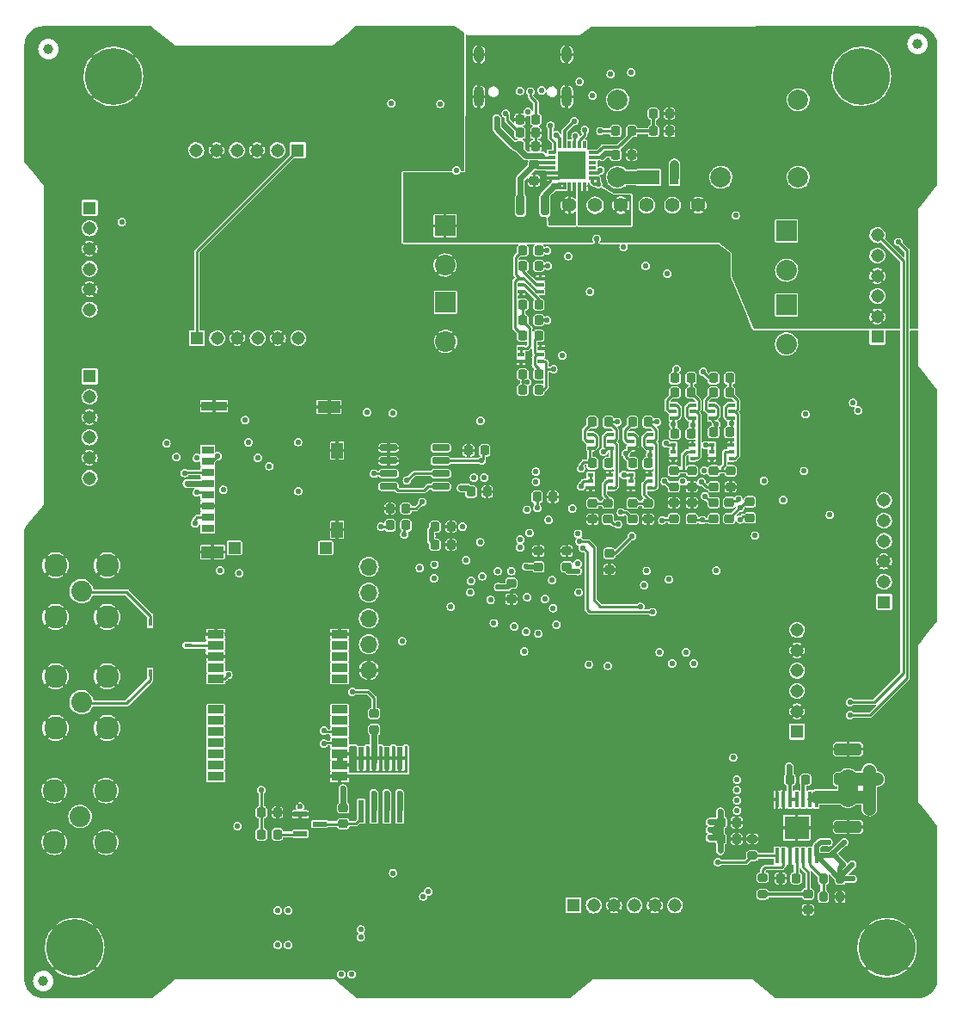
<source format=gbl>
%TF.GenerationSoftware,KiCad,Pcbnew,(6.0.5)*%
%TF.CreationDate,2022-07-09T20:18:52-07:00*%
%TF.ProjectId,mainboard,6d61696e-626f-4617-9264-2e6b69636164,rev?*%
%TF.SameCoordinates,Original*%
%TF.FileFunction,Copper,L4,Bot*%
%TF.FilePolarity,Positive*%
%FSLAX46Y46*%
G04 Gerber Fmt 4.6, Leading zero omitted, Abs format (unit mm)*
G04 Created by KiCad (PCBNEW (6.0.5)) date 2022-07-09 20:18:52*
%MOMM*%
%LPD*%
G01*
G04 APERTURE LIST*
G04 Aperture macros list*
%AMRoundRect*
0 Rectangle with rounded corners*
0 $1 Rounding radius*
0 $2 $3 $4 $5 $6 $7 $8 $9 X,Y pos of 4 corners*
0 Add a 4 corners polygon primitive as box body*
4,1,4,$2,$3,$4,$5,$6,$7,$8,$9,$2,$3,0*
0 Add four circle primitives for the rounded corners*
1,1,$1+$1,$2,$3*
1,1,$1+$1,$4,$5*
1,1,$1+$1,$6,$7*
1,1,$1+$1,$8,$9*
0 Add four rect primitives between the rounded corners*
20,1,$1+$1,$2,$3,$4,$5,0*
20,1,$1+$1,$4,$5,$6,$7,0*
20,1,$1+$1,$6,$7,$8,$9,0*
20,1,$1+$1,$8,$9,$2,$3,0*%
G04 Aperture macros list end*
%TA.AperFunction,ComponentPad*%
%ADD10O,1.700000X1.700000*%
%TD*%
%TA.AperFunction,ComponentPad*%
%ADD11C,5.600000*%
%TD*%
%TA.AperFunction,ComponentPad*%
%ADD12C,2.006600*%
%TD*%
%TA.AperFunction,ComponentPad*%
%ADD13C,2.050000*%
%TD*%
%TA.AperFunction,ComponentPad*%
%ADD14C,2.250000*%
%TD*%
%TA.AperFunction,ComponentPad*%
%ADD15R,2.032000X2.032000*%
%TD*%
%TA.AperFunction,ComponentPad*%
%ADD16C,2.032000*%
%TD*%
%TA.AperFunction,ComponentPad*%
%ADD17O,1.000000X2.100000*%
%TD*%
%TA.AperFunction,ComponentPad*%
%ADD18O,1.000000X1.600000*%
%TD*%
%TA.AperFunction,ComponentPad*%
%ADD19R,1.308000X1.308000*%
%TD*%
%TA.AperFunction,ComponentPad*%
%ADD20C,1.308000*%
%TD*%
%TA.AperFunction,SMDPad,CuDef*%
%ADD21R,1.625600X0.812800*%
%TD*%
%TA.AperFunction,SMDPad,CuDef*%
%ADD22R,0.762000X0.304800*%
%TD*%
%TA.AperFunction,SMDPad,CuDef*%
%ADD23R,0.304800X0.762000*%
%TD*%
%TA.AperFunction,SMDPad,CuDef*%
%ADD24R,2.794000X2.794000*%
%TD*%
%TA.AperFunction,SMDPad,CuDef*%
%ADD25RoundRect,0.218750X-0.218750X-0.256250X0.218750X-0.256250X0.218750X0.256250X-0.218750X0.256250X0*%
%TD*%
%TA.AperFunction,SMDPad,CuDef*%
%ADD26RoundRect,0.218750X0.256250X-0.218750X0.256250X0.218750X-0.256250X0.218750X-0.256250X-0.218750X0*%
%TD*%
%TA.AperFunction,SMDPad,CuDef*%
%ADD27RoundRect,0.218750X-0.256250X0.218750X-0.256250X-0.218750X0.256250X-0.218750X0.256250X0.218750X0*%
%TD*%
%TA.AperFunction,SMDPad,CuDef*%
%ADD28R,0.609600X2.209800*%
%TD*%
%TA.AperFunction,SMDPad,CuDef*%
%ADD29R,1.320800X0.558800*%
%TD*%
%TA.AperFunction,SMDPad,CuDef*%
%ADD30R,1.240000X0.800000*%
%TD*%
%TA.AperFunction,SMDPad,CuDef*%
%ADD31R,1.200000X1.160000*%
%TD*%
%TA.AperFunction,SMDPad,CuDef*%
%ADD32R,2.500000X0.950000*%
%TD*%
%TA.AperFunction,SMDPad,CuDef*%
%ADD33R,2.200000X1.150000*%
%TD*%
%TA.AperFunction,SMDPad,CuDef*%
%ADD34R,1.150000X1.500000*%
%TD*%
%TA.AperFunction,SMDPad,CuDef*%
%ADD35R,1.250000X1.160000*%
%TD*%
%TA.AperFunction,SMDPad,CuDef*%
%ADD36RoundRect,0.218750X0.218750X0.256250X-0.218750X0.256250X-0.218750X-0.256250X0.218750X-0.256250X0*%
%TD*%
%TA.AperFunction,SMDPad,CuDef*%
%ADD37RoundRect,0.150000X-0.725000X-0.150000X0.725000X-0.150000X0.725000X0.150000X-0.725000X0.150000X0*%
%TD*%
%TA.AperFunction,SMDPad,CuDef*%
%ADD38C,1.000000*%
%TD*%
%TA.AperFunction,SMDPad,CuDef*%
%ADD39R,0.300000X0.800000*%
%TD*%
%TA.AperFunction,SMDPad,CuDef*%
%ADD40R,0.800000X0.300000*%
%TD*%
%TA.AperFunction,SMDPad,CuDef*%
%ADD41R,2.800000X2.800000*%
%TD*%
%TA.AperFunction,SMDPad,CuDef*%
%ADD42RoundRect,0.177600X-0.222400X-0.822400X0.222400X-0.822400X0.222400X0.822400X-0.222400X0.822400X0*%
%TD*%
%TA.AperFunction,SMDPad,CuDef*%
%ADD43R,0.600000X0.400000*%
%TD*%
%TA.AperFunction,SMDPad,CuDef*%
%ADD44R,0.650000X0.400000*%
%TD*%
%TA.AperFunction,SMDPad,CuDef*%
%ADD45R,0.900000X1.400000*%
%TD*%
%TA.AperFunction,SMDPad,CuDef*%
%ADD46R,2.200000X1.400000*%
%TD*%
%TA.AperFunction,ComponentPad*%
%ADD47C,1.400000*%
%TD*%
%TA.AperFunction,SMDPad,CuDef*%
%ADD48RoundRect,0.225000X0.225000X0.250000X-0.225000X0.250000X-0.225000X-0.250000X0.225000X-0.250000X0*%
%TD*%
%TA.AperFunction,SMDPad,CuDef*%
%ADD49RoundRect,0.250000X1.100000X-0.325000X1.100000X0.325000X-1.100000X0.325000X-1.100000X-0.325000X0*%
%TD*%
%TA.AperFunction,SMDPad,CuDef*%
%ADD50RoundRect,0.250000X-1.100000X0.325000X-1.100000X-0.325000X1.100000X-0.325000X1.100000X0.325000X0*%
%TD*%
%TA.AperFunction,SMDPad,CuDef*%
%ADD51RoundRect,0.225000X-0.225000X-0.250000X0.225000X-0.250000X0.225000X0.250000X-0.225000X0.250000X0*%
%TD*%
%TA.AperFunction,SMDPad,CuDef*%
%ADD52RoundRect,0.225000X-0.250000X0.225000X-0.250000X-0.225000X0.250000X-0.225000X0.250000X0.225000X0*%
%TD*%
%TA.AperFunction,SMDPad,CuDef*%
%ADD53RoundRect,0.200000X-0.275000X0.200000X-0.275000X-0.200000X0.275000X-0.200000X0.275000X0.200000X0*%
%TD*%
%TA.AperFunction,SMDPad,CuDef*%
%ADD54RoundRect,0.200000X-0.200000X-0.275000X0.200000X-0.275000X0.200000X0.275000X-0.200000X0.275000X0*%
%TD*%
%TA.AperFunction,SMDPad,CuDef*%
%ADD55RoundRect,0.200000X0.200000X0.275000X-0.200000X0.275000X-0.200000X-0.275000X0.200000X-0.275000X0*%
%TD*%
%TA.AperFunction,SMDPad,CuDef*%
%ADD56R,0.304800X1.600200*%
%TD*%
%TA.AperFunction,SMDPad,CuDef*%
%ADD57R,2.460000X2.310000*%
%TD*%
%TA.AperFunction,ViaPad*%
%ADD58C,0.584200*%
%TD*%
%TA.AperFunction,ViaPad*%
%ADD59C,0.600000*%
%TD*%
%TA.AperFunction,Conductor*%
%ADD60C,0.508000*%
%TD*%
%TA.AperFunction,Conductor*%
%ADD61C,0.271780*%
%TD*%
%TA.AperFunction,Conductor*%
%ADD62C,0.279400*%
%TD*%
%TA.AperFunction,Conductor*%
%ADD63C,0.609600*%
%TD*%
%TA.AperFunction,Conductor*%
%ADD64C,0.234950*%
%TD*%
%TA.AperFunction,Conductor*%
%ADD65C,0.271781*%
%TD*%
%TA.AperFunction,Conductor*%
%ADD66C,1.270000*%
%TD*%
%TA.AperFunction,Conductor*%
%ADD67C,0.304800*%
%TD*%
%TA.AperFunction,Conductor*%
%ADD68C,1.905000*%
%TD*%
%TA.AperFunction,Conductor*%
%ADD69C,0.300000*%
%TD*%
%TA.AperFunction,Conductor*%
%ADD70C,0.293370*%
%TD*%
%TA.AperFunction,Conductor*%
%ADD71C,0.889000*%
%TD*%
%TA.AperFunction,Conductor*%
%ADD72C,0.250000*%
%TD*%
%TA.AperFunction,Conductor*%
%ADD73C,0.337947*%
%TD*%
G04 APERTURE END LIST*
D10*
X132384800Y-105816400D03*
X132384800Y-108356400D03*
X132384800Y-110896400D03*
X132384800Y-113436400D03*
X132384800Y-115976400D03*
D11*
X107236100Y-57564100D03*
X103426100Y-143294100D03*
X183426100Y-143294100D03*
X180896100Y-57564100D03*
D12*
X156892300Y-67485096D03*
X156892300Y-59865096D03*
X167052300Y-67485096D03*
X174672300Y-59865096D03*
X174672300Y-67485096D03*
D13*
X104076500Y-108204000D03*
D14*
X101536500Y-105664000D03*
X106616500Y-105664000D03*
X106616500Y-110744000D03*
X101536500Y-110744000D03*
D13*
X103949500Y-130365500D03*
D14*
X106489500Y-127825500D03*
X101409500Y-132905500D03*
X106489500Y-132905500D03*
X101409500Y-127825500D03*
D13*
X104076500Y-119126000D03*
D14*
X101536500Y-116586000D03*
X101536500Y-121666000D03*
X106616500Y-121666000D03*
X106616500Y-116586000D03*
D15*
X173532800Y-80035400D03*
D16*
X173532800Y-83891000D03*
D15*
X139954000Y-79781400D03*
D16*
X139954000Y-83637000D03*
D17*
X143232000Y-59563000D03*
X151872000Y-59563000D03*
D18*
X151872000Y-55413000D03*
X143232000Y-55413000D03*
D19*
X182473600Y-83181200D03*
D20*
X182473600Y-81181200D03*
X182473600Y-79181200D03*
X182473600Y-77181200D03*
X182473600Y-75181200D03*
X182473600Y-73181200D03*
D19*
X174561500Y-122030500D03*
D20*
X174561500Y-120030500D03*
X174561500Y-118030500D03*
X174561500Y-116030500D03*
X174561500Y-114030500D03*
X174561500Y-112030500D03*
D19*
X183134000Y-109267000D03*
D20*
X183134000Y-107267000D03*
X183134000Y-105267000D03*
X183134000Y-103267000D03*
X183134000Y-101267000D03*
X183134000Y-99267000D03*
D19*
X152543500Y-139128500D03*
D20*
X154543500Y-139128500D03*
X156543500Y-139128500D03*
X158543500Y-139128500D03*
X160543500Y-139128500D03*
X162543500Y-139128500D03*
D19*
X104902000Y-70501500D03*
D20*
X104902000Y-72501500D03*
X104902000Y-74501500D03*
X104902000Y-76501500D03*
X104902000Y-78501500D03*
X104902000Y-80501500D03*
D19*
X115446800Y-83312000D03*
D20*
X117446800Y-83312000D03*
X119446800Y-83312000D03*
X121446800Y-83312000D03*
X123446800Y-83312000D03*
X125446800Y-83312000D03*
D19*
X125396000Y-64820800D03*
D20*
X123396000Y-64820800D03*
X121396000Y-64820800D03*
X119396000Y-64820800D03*
X117396000Y-64820800D03*
X115396000Y-64820800D03*
D19*
X104902000Y-87075000D03*
D20*
X104902000Y-89075000D03*
X104902000Y-91075000D03*
X104902000Y-93075000D03*
X104902000Y-95075000D03*
X104902000Y-97075000D03*
D15*
X139903200Y-72263000D03*
D16*
X139903200Y-76118600D03*
D15*
X173532800Y-72771000D03*
D16*
X173532800Y-76626600D03*
D21*
X117307062Y-126446543D03*
X117307062Y-125346543D03*
X117307062Y-124246543D03*
X117307062Y-123146543D03*
X117307062Y-122046543D03*
X117307062Y-120946543D03*
X117307062Y-119846543D03*
X117307062Y-116846543D03*
X117307062Y-115746543D03*
X117307062Y-114646543D03*
X117307062Y-113546543D03*
X117307062Y-112446543D03*
X129507062Y-112446543D03*
X129507062Y-113546543D03*
X129507062Y-114646543D03*
X129507062Y-115746543D03*
X129507062Y-116846543D03*
X129507062Y-119846543D03*
X129507062Y-120946543D03*
X129507062Y-122046543D03*
X129507062Y-123146543D03*
X129507062Y-124246543D03*
X129507062Y-125346543D03*
X129507062Y-126446543D03*
D22*
X114598378Y-112028150D03*
X114598378Y-112528150D03*
X114598378Y-113028150D03*
X114598378Y-113528150D03*
X114598378Y-114028150D03*
X114598378Y-114528150D03*
X114598378Y-115028150D03*
X114598378Y-115528150D03*
D23*
X113848378Y-116278150D03*
X113348378Y-116278150D03*
X112848378Y-116278150D03*
X112348378Y-116278150D03*
X111848378Y-116278150D03*
X111348378Y-116278150D03*
X110848378Y-116278150D03*
X110348378Y-116278150D03*
D22*
X109598378Y-115528150D03*
X109598378Y-115028150D03*
X109598378Y-114528150D03*
X109598378Y-114028150D03*
X109598378Y-113528150D03*
X109598378Y-113028150D03*
X109598378Y-112528150D03*
X109598378Y-112028150D03*
D23*
X110348378Y-111278150D03*
X110848378Y-111278150D03*
X111348378Y-111278150D03*
X111848378Y-111278150D03*
X112348378Y-111278150D03*
X112848378Y-111278150D03*
X113348378Y-111278150D03*
X113848378Y-111278150D03*
D24*
X112098378Y-113778150D03*
D25*
X134467500Y-100076000D03*
X136042500Y-100076000D03*
D26*
X151892000Y-105816500D03*
X151892000Y-104241500D03*
X149098000Y-105816500D03*
X149098000Y-104241500D03*
D27*
X164211000Y-99501696D03*
X164211000Y-101076696D03*
D28*
X135445500Y-129870200D03*
X134175500Y-129870200D03*
X132905500Y-129870200D03*
X131635500Y-129870200D03*
X131635500Y-124637800D03*
X132905500Y-124637800D03*
X134175500Y-124637800D03*
X135445500Y-124637800D03*
D25*
X121802100Y-132128096D03*
X123377100Y-132128096D03*
X121802100Y-129969096D03*
X123377100Y-129969096D03*
D27*
X129857500Y-129514500D03*
X129857500Y-131089500D03*
D29*
X125650300Y-132064596D03*
X125650300Y-130159596D03*
X127529900Y-131112096D03*
D25*
X142214500Y-94361000D03*
X143789500Y-94361000D03*
X142468500Y-98425000D03*
X144043500Y-98425000D03*
D30*
X116517500Y-94318500D03*
X116517500Y-95418500D03*
X116517500Y-96518500D03*
X116517500Y-97618500D03*
X116517500Y-98718500D03*
X116517500Y-99818500D03*
X116517500Y-100918500D03*
X116517500Y-102018500D03*
D31*
X128147500Y-103958500D03*
D32*
X117147500Y-89973500D03*
D33*
X116997500Y-104363500D03*
X128477500Y-90073500D03*
D34*
X129272500Y-94378500D03*
X129272500Y-102158500D03*
D35*
X119147500Y-103958500D03*
D27*
X146431000Y-107416500D03*
X146431000Y-108991500D03*
D36*
X140487500Y-101854000D03*
X138912500Y-101854000D03*
D37*
X134331000Y-97917000D03*
X134331000Y-96647000D03*
X134331000Y-95377000D03*
X134331000Y-94107000D03*
X139481000Y-94107000D03*
X139481000Y-95377000D03*
X139481000Y-96647000D03*
X139481000Y-97917000D03*
D38*
X186436000Y-54356000D03*
D25*
X147269100Y-61798200D03*
X148844100Y-61798200D03*
D39*
X151150000Y-64294000D03*
X151650000Y-64294000D03*
X152150000Y-64294000D03*
X152650000Y-64294000D03*
X153150000Y-64294000D03*
X153650000Y-64294000D03*
D40*
X154400000Y-65044000D03*
X154400000Y-65544000D03*
X154400000Y-66044000D03*
X154400000Y-66544000D03*
X154400000Y-67044000D03*
X154400000Y-67544000D03*
D39*
X153650000Y-68294000D03*
X153150000Y-68294000D03*
X152650000Y-68294000D03*
X152150000Y-68294000D03*
X151650000Y-68294000D03*
X151150000Y-68294000D03*
D40*
X150400000Y-67544000D03*
X150400000Y-67044000D03*
X150400000Y-66544000D03*
X150400000Y-66044000D03*
X150400000Y-65544000D03*
X150400000Y-65044000D03*
D41*
X152400000Y-66294000D03*
D36*
X158267500Y-65278000D03*
X156692500Y-65278000D03*
D26*
X148666200Y-67818100D03*
X148666200Y-66243100D03*
D36*
X162001300Y-62941200D03*
X160426300Y-62941200D03*
X148818700Y-64414400D03*
X147243700Y-64414400D03*
D25*
X156692500Y-62941200D03*
X158267500Y-62941200D03*
D36*
X148844100Y-63093600D03*
X147269100Y-63093600D03*
D27*
X162433000Y-99501696D03*
X162433000Y-101076696D03*
X156083000Y-104495500D03*
X156083000Y-106070500D03*
D25*
X148945500Y-98933000D03*
X150520500Y-98933000D03*
D36*
X162001300Y-61214000D03*
X160426300Y-61214000D03*
D42*
X147320000Y-70231000D03*
X149720000Y-70231000D03*
D25*
X147548500Y-83058000D03*
X149123500Y-83058000D03*
D27*
X159893000Y-99542500D03*
X159893000Y-101117500D03*
X164211000Y-96367500D03*
X164211000Y-97942500D03*
X168021000Y-96367500D03*
X168021000Y-97942500D03*
D43*
X158181000Y-98059000D03*
X158181000Y-97409000D03*
X158181000Y-96759000D03*
X160081000Y-96759000D03*
X160081000Y-97409000D03*
X160081000Y-98059000D03*
D44*
X166182000Y-91201000D03*
X166182000Y-90551000D03*
X166182000Y-89901000D03*
X168082000Y-89901000D03*
X168082000Y-90551000D03*
X168082000Y-91201000D03*
D43*
X166182000Y-95138000D03*
X166182000Y-94488000D03*
X166182000Y-93838000D03*
X168082000Y-93838000D03*
X168082000Y-94488000D03*
X168082000Y-95138000D03*
D25*
X147548500Y-88392000D03*
X149123500Y-88392000D03*
D36*
X149123500Y-81534000D03*
X147548500Y-81534000D03*
X149123500Y-74676000D03*
X147548500Y-74676000D03*
D25*
X147548500Y-76200000D03*
X149123500Y-76200000D03*
X154406500Y-91567000D03*
X155981500Y-91567000D03*
D26*
X158369000Y-101117500D03*
X158369000Y-99542500D03*
D25*
X162534500Y-87249000D03*
X164109500Y-87249000D03*
X166344500Y-87249000D03*
X167919500Y-87249000D03*
X162534500Y-88646000D03*
X164109500Y-88646000D03*
X166344500Y-88646000D03*
X167919500Y-88646000D03*
D26*
X166370000Y-97942500D03*
X166370000Y-96367500D03*
D36*
X159918500Y-95631000D03*
X158343500Y-95631000D03*
X164109500Y-92710000D03*
X162534500Y-92710000D03*
X167919500Y-92557600D03*
X166344500Y-92557600D03*
D44*
X162372000Y-91201000D03*
X162372000Y-90551000D03*
X162372000Y-89901000D03*
X164272000Y-89901000D03*
X164272000Y-90551000D03*
X164272000Y-91201000D03*
D43*
X162372000Y-95138000D03*
X162372000Y-94488000D03*
X162372000Y-93838000D03*
X164272000Y-93838000D03*
X164272000Y-94488000D03*
X164272000Y-95138000D03*
D44*
X158181000Y-94122000D03*
X158181000Y-93472000D03*
X158181000Y-92822000D03*
X160081000Y-92822000D03*
X160081000Y-93472000D03*
X160081000Y-94122000D03*
D26*
X155956000Y-101117500D03*
X155956000Y-99542500D03*
D43*
X154244000Y-98059000D03*
X154244000Y-97409000D03*
X154244000Y-96759000D03*
X156144000Y-96759000D03*
X156144000Y-97409000D03*
X156144000Y-98059000D03*
D27*
X154432000Y-99542500D03*
X154432000Y-101117500D03*
D25*
X158343500Y-91567000D03*
X159918500Y-91567000D03*
D26*
X162433000Y-97942500D03*
X162433000Y-96367500D03*
D27*
X166370000Y-99504400D03*
X166370000Y-101079400D03*
X167894000Y-99479000D03*
X167894000Y-101054000D03*
D26*
X169926000Y-100990500D03*
X169926000Y-99415500D03*
D45*
X162486000Y-67500500D03*
D46*
X159936000Y-67500500D03*
D44*
X147386000Y-78755000D03*
X147386000Y-78105000D03*
X147386000Y-77455000D03*
X149286000Y-77455000D03*
X149286000Y-78105000D03*
X149286000Y-78755000D03*
X147386000Y-85613000D03*
X147386000Y-84963000D03*
X147386000Y-84313000D03*
X149286000Y-84313000D03*
X149286000Y-84963000D03*
X149286000Y-85613000D03*
D36*
X149123500Y-80010000D03*
X147548500Y-80010000D03*
D47*
X152146000Y-70231000D03*
X154686000Y-70231000D03*
X157226000Y-70231000D03*
X159766000Y-70231000D03*
X162306000Y-70231000D03*
X164846000Y-70231000D03*
D25*
X147548500Y-86868000D03*
X149123500Y-86868000D03*
D36*
X155981500Y-95631000D03*
X154406500Y-95631000D03*
D44*
X154244000Y-94122000D03*
X154244000Y-93472000D03*
X154244000Y-92822000D03*
X156144000Y-92822000D03*
X156144000Y-93472000D03*
X156144000Y-94122000D03*
D25*
X138912500Y-103632000D03*
X140487500Y-103632000D03*
X134467500Y-101727000D03*
X136042500Y-101727000D03*
D27*
X132905500Y-120243500D03*
X132905500Y-121818500D03*
D48*
X168631200Y-130962400D03*
X167081200Y-130962400D03*
X168618200Y-132588000D03*
X167068200Y-132588000D03*
D49*
X179578000Y-126697000D03*
X179578000Y-123747000D03*
D50*
X179578000Y-128446000D03*
X179578000Y-131396000D03*
D51*
X173850000Y-126746000D03*
X175400000Y-126746000D03*
D48*
X174485600Y-136448800D03*
X172935600Y-136448800D03*
D52*
X175641000Y-138010600D03*
X175641000Y-139560600D03*
D53*
X170154600Y-132575800D03*
X170154600Y-134225800D03*
D54*
X177152800Y-136499600D03*
X178802800Y-136499600D03*
D55*
X178802800Y-138277600D03*
X177152800Y-138277600D03*
D53*
X171170600Y-136385800D03*
X171170600Y-138035800D03*
D56*
X176473434Y-134239000D03*
X175823421Y-134239000D03*
X175173412Y-134239000D03*
X174523400Y-134239000D03*
X173873388Y-134239000D03*
X173223379Y-134239000D03*
X172573366Y-134239000D03*
X172573366Y-128701800D03*
X173223379Y-128701800D03*
X173873388Y-128701800D03*
X174523400Y-128701800D03*
X175173412Y-128701800D03*
X175823421Y-128701800D03*
X176473434Y-128701800D03*
D57*
X174523400Y-131470400D03*
D38*
X100838000Y-54864000D03*
X100330000Y-146558000D03*
D58*
X129511100Y-111084196D03*
X115757000Y-111300096D03*
X115706200Y-115262496D03*
X111997800Y-117221000D03*
X108441800Y-112722496D03*
X115757000Y-112468496D03*
X118678000Y-111046096D03*
X113521800Y-110233296D03*
X114592100Y-117345296D03*
X114588600Y-110233296D03*
X108441800Y-113738496D03*
X118678000Y-113992496D03*
X118678000Y-112519296D03*
X172056100Y-98092096D03*
X115757000Y-110233296D03*
X112458500Y-110233296D03*
X108441800Y-114754496D03*
X115706200Y-114297296D03*
X170766100Y-100046496D03*
X171361237Y-100649596D03*
X113191600Y-114856096D03*
X113191600Y-112697096D03*
X111032600Y-114856096D03*
X111032600Y-112697096D03*
D59*
X114490500Y-130492500D03*
X112712500Y-130492500D03*
X108018580Y-129528060D03*
X109283500Y-132667500D03*
X110553500Y-132667500D03*
X109283500Y-131397500D03*
X110553500Y-131397500D03*
X109288580Y-127038860D03*
X111828580Y-129528060D03*
X111828580Y-127038860D03*
X109288580Y-129528060D03*
X110558580Y-127038860D03*
X110558580Y-128308860D03*
X111828580Y-128308860D03*
X109288580Y-128308860D03*
X110558580Y-129528060D03*
D58*
X114617500Y-116306600D03*
D59*
X142156000Y-141605000D03*
X142156000Y-139446000D03*
D58*
X107835700Y-120142000D03*
X108902500Y-120142000D03*
X110426500Y-118618000D03*
X109664500Y-119380000D03*
X111442500Y-118872000D03*
X109918500Y-120396000D03*
X110680500Y-119634000D03*
X108394500Y-107188000D03*
X109410500Y-107696000D03*
X110934500Y-109220000D03*
X110172500Y-108458000D03*
X111188500Y-108204000D03*
X110426500Y-107442000D03*
X109410500Y-106680000D03*
X108290360Y-106166920D03*
X154813000Y-73533000D03*
X145093023Y-114167920D03*
X140004800Y-114167920D03*
X109504480Y-110848140D03*
X108635800Y-117706140D03*
X107904280Y-118437660D03*
X109296200Y-116862860D03*
D59*
X113601500Y-131381500D03*
X108013500Y-131397500D03*
X111823500Y-132667500D03*
X111823500Y-134175500D03*
X115379500Y-136588500D03*
X111823500Y-136588500D03*
X113093500Y-136588500D03*
X114236500Y-136588500D03*
X110553500Y-136588500D03*
X109283500Y-136588500D03*
X110553500Y-134175500D03*
X109283500Y-134175500D03*
X116395500Y-136588500D03*
X113601500Y-129528060D03*
X116395500Y-131635500D03*
D58*
X111188500Y-117856000D03*
X112204500Y-118237000D03*
X111569500Y-109855000D03*
X112077500Y-109093000D03*
X112098378Y-113778150D03*
D59*
X141013000Y-141605000D03*
X172847028Y-91948000D03*
X111823500Y-135318500D03*
X110553500Y-135318500D03*
X109283500Y-135318500D03*
X116395500Y-132667500D03*
D58*
X114998500Y-132675400D03*
D59*
X135600000Y-140462000D03*
X118688600Y-123444000D03*
X120078500Y-123444000D03*
X119443500Y-121856500D03*
X119443500Y-124777500D03*
X141600000Y-140462000D03*
X141013000Y-139446000D03*
X139362000Y-140462000D03*
D58*
X137160000Y-117221000D03*
X139700000Y-57657968D03*
X160274000Y-86233000D03*
X118681500Y-115316000D03*
X157558670Y-107554376D03*
X157861000Y-104902000D03*
X177291990Y-102997000D03*
X161036000Y-99758500D03*
X150241000Y-97789990D03*
X141478000Y-103251000D03*
X163039415Y-107164853D03*
X165862000Y-101981000D03*
X162534600Y-102044500D03*
X169416121Y-101880720D03*
X170688000Y-98057978D03*
X178435000Y-90550992D03*
X177736512Y-99123500D03*
X163228020Y-91485720D03*
X161226500Y-100520500D03*
X176784000Y-96265946D03*
X133223000Y-58229500D03*
X159880538Y-102796073D03*
X136230508Y-145763830D03*
X150495000Y-105613194D03*
X114998500Y-131635500D03*
X173990000Y-106172026D03*
X163576000Y-75691990D03*
X156083000Y-108004589D03*
X165353581Y-99822000D03*
X113445596Y-101663500D03*
X137033000Y-113157000D03*
X159131000Y-102976402D03*
X168275004Y-106172000D03*
X142787262Y-99949008D03*
X145109398Y-108964855D03*
X132905500Y-128143000D03*
X130683000Y-145921200D03*
X123420500Y-143025600D03*
X124447300Y-143025600D03*
X147891500Y-105791000D03*
X141478000Y-98044000D03*
X152984198Y-106222800D03*
X162687000Y-86360036D03*
X134175500Y-128143000D03*
X161284439Y-101229348D03*
X140991989Y-66805564D03*
X114490500Y-97599506D03*
X135890000Y-102616000D03*
X129857500Y-127635000D03*
X165290500Y-86614000D03*
X139446000Y-60261500D03*
X145112578Y-107801400D03*
X135445500Y-128143000D03*
X165417500Y-96329500D03*
X129667000Y-145921200D03*
X148977822Y-100028890D03*
X163309300Y-97398840D03*
X132884707Y-96647000D03*
X159639000Y-76200054D03*
X151447500Y-85026500D03*
X121794254Y-127775956D03*
X142450000Y-107190600D03*
X141986000Y-105156000D03*
X138862333Y-105615821D03*
X143353747Y-103387546D03*
X137667998Y-99440984D03*
X135661400Y-113131600D03*
X137750000Y-138250000D03*
X181688000Y-126697000D03*
X147977860Y-87627462D03*
X149923500Y-81534000D03*
X138250000Y-137750000D03*
X165484200Y-98853386D03*
X181688000Y-129286000D03*
X168783000Y-99187000D03*
X181688000Y-127557000D03*
X149923500Y-74676000D03*
X181688000Y-125906000D03*
X182450000Y-126697000D03*
X181688000Y-128446000D03*
X142748000Y-97028038D03*
X147269194Y-58978800D03*
X150291802Y-62382400D03*
X143764000Y-97028000D03*
X150850602Y-63347600D03*
X148056596Y-61061600D03*
X152999440Y-102562660D03*
X161797996Y-76962000D03*
X180594000Y-90424000D03*
X180085958Y-89662000D03*
X162486000Y-66192400D03*
X165222346Y-101218996D03*
X149733000Y-108966000D03*
X120532173Y-93576117D03*
X150088600Y-101193600D03*
X125412492Y-93535508D03*
X148209022Y-102489000D03*
X121448264Y-95068454D03*
X115436533Y-95098030D03*
X147319996Y-103124000D03*
X122593101Y-95897700D03*
X113439862Y-95017519D03*
X161925000Y-107061000D03*
X152971500Y-105473500D03*
X150444200Y-107111800D03*
X159766000Y-106206909D03*
X153035000Y-108331000D03*
X159512000Y-107612136D03*
X138532000Y-102771000D03*
X152019000Y-75247500D03*
X157479994Y-74358508D03*
X150545649Y-109859944D03*
X166624000Y-106172000D03*
X175260000Y-96392984D03*
X171295947Y-97331943D03*
X168946932Y-101139000D03*
X168940526Y-100029000D03*
X136144000Y-97310585D03*
X143498559Y-95365551D03*
X147980062Y-108780025D03*
X170434000Y-102743000D03*
X127952500Y-121920000D03*
X140462002Y-109728000D03*
X127952500Y-123190002D03*
X142367000Y-108331000D03*
X118554500Y-116459008D03*
X130746500Y-118110000D03*
X138811000Y-106934000D03*
X117747136Y-106172000D03*
X119634000Y-106426000D03*
X137414000Y-105918000D03*
D59*
X125603000Y-129413000D03*
D58*
X144706619Y-111365136D03*
X145880510Y-61214000D03*
X148310596Y-59055000D03*
X154061149Y-54689867D03*
X168656000Y-75031500D03*
X148463044Y-72644000D03*
X151028400Y-73279000D03*
X150774400Y-61036200D03*
D59*
X151485600Y-66675004D03*
D58*
X168656000Y-73558500D03*
X144353278Y-61020960D03*
X148590000Y-69342000D03*
X144983204Y-61722000D03*
X153162000Y-58077110D03*
X149415516Y-58928000D03*
X155194000Y-62941200D03*
X154432000Y-59435984D03*
X154051000Y-115443000D03*
X157688280Y-94625160D03*
X162384740Y-91815920D03*
X153141198Y-103331750D03*
X159131000Y-109728000D03*
X155927424Y-115541424D03*
X160308924Y-110264576D03*
X153289000Y-96139000D03*
X166598578Y-91749582D03*
X153479963Y-103957098D03*
X168503500Y-71247000D03*
X150622000Y-68326000D03*
X154965400Y-68122800D03*
X119468900Y-131330700D03*
X144372787Y-109067600D03*
X134620000Y-60198000D03*
X143383000Y-91440000D03*
X173199100Y-99235096D03*
X177800000Y-100711000D03*
X150824832Y-71831568D03*
X153441400Y-71755000D03*
X117510713Y-94924644D03*
X141605000Y-101853986D03*
X120205500Y-91376500D03*
X133604000Y-101854000D03*
X158305500Y-102806500D03*
X150558500Y-86360000D03*
X154178000Y-78740048D03*
X157226000Y-100457000D03*
X160091120Y-94791540D03*
X160782000Y-91567000D03*
X155506422Y-94485460D03*
X156926280Y-101630480D03*
X156845000Y-91567000D03*
X118046500Y-98234500D03*
X125438600Y-98361500D03*
X157507940Y-96758760D03*
X153289000Y-97917000D03*
X153672540Y-62844680D03*
X164266880Y-91892120D03*
X161544000Y-97409000D03*
X168109902Y-91729560D03*
X165163504Y-97472500D03*
X152734044Y-63439050D03*
X161655760Y-93681540D03*
X165549580Y-93840300D03*
X149987000Y-76200000D03*
X147955000Y-100202990D03*
X156210000Y-57340502D03*
X152628600Y-61950600D03*
X158242000Y-57150000D03*
X155204192Y-66804794D03*
X124447300Y-139625600D03*
X123420500Y-139625600D03*
X131598000Y-142250000D03*
X131598000Y-141500000D03*
X147290304Y-103915696D03*
X134793991Y-135936991D03*
X114236500Y-96583500D03*
X115439817Y-98487335D03*
X112458500Y-93662500D03*
X115252500Y-101536500D03*
X168656000Y-126746000D03*
X168656000Y-128778000D03*
X179146200Y-135128000D03*
X167005000Y-129921000D03*
X168656000Y-129794000D03*
X180086000Y-136525000D03*
X167005000Y-133731000D03*
X168656000Y-127762000D03*
X179197000Y-132892800D03*
X180009800Y-135128000D03*
X177647600Y-132892800D03*
X165989000Y-131699000D03*
X165989000Y-132461000D03*
X165989000Y-130937000D03*
X173758000Y-125498000D03*
X147675600Y-114147600D03*
X161036000Y-114198400D03*
X179768809Y-119113609D03*
X163626800Y-114198400D03*
X143560800Y-106730800D03*
X162255200Y-115316000D03*
X184556400Y-73863200D03*
X179781200Y-120396000D03*
X145084800Y-106222800D03*
X164388800Y-115316000D03*
X146405600Y-106222800D03*
X148844014Y-96456500D03*
X134747026Y-90678000D03*
X108051600Y-71903043D03*
X148855000Y-97472496D03*
X132207000Y-90614500D03*
X168275000Y-124587000D03*
X146717088Y-111681407D03*
X166751000Y-134874000D03*
X149098000Y-112395000D03*
X150876000Y-111506000D03*
X147878800Y-112191800D03*
X175387000Y-90805000D03*
X152425400Y-100075998D03*
D60*
X145525669Y-107801400D02*
X145112578Y-107801400D01*
X152069800Y-106222800D02*
X152571107Y-106222800D01*
D61*
X166344500Y-87122000D02*
X165798500Y-87122000D01*
D62*
X162560000Y-101165596D02*
X161348191Y-101165596D01*
D63*
X132905500Y-128066800D02*
X132905500Y-129667000D01*
D64*
X135890000Y-101879500D02*
X135890000Y-102616000D01*
D61*
X148945500Y-99996568D02*
X148977822Y-100028890D01*
D63*
X114509494Y-97618500D02*
X114490500Y-97599506D01*
D60*
X147917000Y-105816500D02*
X147891500Y-105791000D01*
X149098000Y-105816500D02*
X147917000Y-105816500D01*
D63*
X142494000Y-98425000D02*
X142113000Y-98044000D01*
D62*
X161348191Y-101165596D02*
X161284439Y-101229348D01*
D61*
X165798500Y-87122000D02*
X165290500Y-86614000D01*
D60*
X151828500Y-105981500D02*
X152069800Y-106222800D01*
X146071600Y-107801400D02*
X145525669Y-107801400D01*
D63*
X135445500Y-128066800D02*
X135445500Y-129667000D01*
D60*
X146431000Y-107442000D02*
X146071600Y-107801400D01*
D64*
X134331000Y-96647000D02*
X132884707Y-96647000D01*
X136042500Y-101727000D02*
X135890000Y-101879500D01*
D63*
X134175500Y-128066800D02*
X134175500Y-129667000D01*
X129857500Y-129514500D02*
X129857500Y-127635000D01*
X142113000Y-98044000D02*
X141478000Y-98044000D01*
X116517500Y-97618500D02*
X114509494Y-97618500D01*
D60*
X152571107Y-106222800D02*
X152984198Y-106222800D01*
D61*
X148945500Y-98933000D02*
X148945500Y-99996568D01*
X162534500Y-87312500D02*
X162534500Y-86512536D01*
X162534500Y-86512536D02*
X162687000Y-86360036D01*
D65*
X121794254Y-128189047D02*
X121794254Y-127775956D01*
X121794254Y-132073442D02*
X121794254Y-128189047D01*
D64*
X136042500Y-100076000D02*
X137032982Y-100076000D01*
X137032982Y-100076000D02*
X137667998Y-99440984D01*
D66*
X181688000Y-126697000D02*
X181688000Y-126697000D01*
X181688000Y-128446000D02*
X181688000Y-128446000D01*
X181688000Y-127557000D02*
X181688000Y-128446000D01*
D67*
X149123500Y-81534000D02*
X149923500Y-81534000D01*
D66*
X156907704Y-67500500D02*
X156892300Y-67485096D01*
X179578000Y-126697000D02*
X181688000Y-126697000D01*
D61*
X147548500Y-88392000D02*
X147548500Y-87592000D01*
D66*
X181688000Y-126697000D02*
X181688000Y-127557000D01*
D67*
X149123500Y-74676000D02*
X149923500Y-74676000D01*
D66*
X181688000Y-126697000D02*
X181688000Y-125906000D01*
X159936000Y-67500500D02*
X156907704Y-67500500D01*
X179578000Y-128446000D02*
X176481000Y-128446000D01*
D61*
X147548500Y-87592000D02*
X147548500Y-86868000D01*
X166135214Y-99504400D02*
X165484200Y-98853386D01*
X168059000Y-99314000D02*
X168719500Y-99314000D01*
X167894000Y-99479000D02*
X168059000Y-99314000D01*
D67*
X147942398Y-87592000D02*
X147977860Y-87627462D01*
D60*
X175823421Y-128701800D02*
X176473434Y-128701800D01*
D66*
X181688000Y-126697000D02*
X182450000Y-126697000D01*
D67*
X147548500Y-87592000D02*
X147942398Y-87592000D01*
D66*
X181688000Y-128446000D02*
X181688000Y-129589000D01*
D68*
X179578000Y-126697000D02*
X179578000Y-128446000D01*
D61*
X166370000Y-99504400D02*
X166135214Y-99504400D01*
D66*
X179578000Y-128446000D02*
X181688000Y-128446000D01*
D62*
X150616600Y-65044000D02*
X150622000Y-65049400D01*
X150291802Y-63641230D02*
X150291802Y-62382400D01*
X150400000Y-65044000D02*
X150647400Y-65044000D01*
X147370800Y-58877194D02*
X147269194Y-58978800D01*
X150400000Y-65044000D02*
X150616600Y-65044000D01*
X150647400Y-63996828D02*
X150291802Y-63641230D01*
X150647400Y-65044000D02*
X150647400Y-63996828D01*
X150977600Y-63347600D02*
X150850602Y-63347600D01*
D69*
X151150000Y-64294000D02*
X151150000Y-63646998D01*
X151150000Y-63646998D02*
X150850602Y-63347600D01*
D63*
X129507062Y-124246543D02*
X129507062Y-125346543D01*
X132905500Y-121793000D02*
X132905500Y-124993300D01*
D70*
X114598378Y-113528150D02*
X117288669Y-113528150D01*
D71*
X162486000Y-67500500D02*
X162486000Y-66192400D01*
D62*
X166370000Y-101092000D02*
X166202839Y-101259161D01*
X166202839Y-101259161D02*
X165262511Y-101259161D01*
X165262511Y-101259161D02*
X165222346Y-101218996D01*
X164464996Y-101218996D02*
X165222346Y-101218996D01*
D70*
X110848378Y-116930930D02*
X108546412Y-119232896D01*
X108546412Y-119232896D02*
X105192368Y-119232896D01*
X105192368Y-119232896D02*
X104047600Y-119232896D01*
X110848378Y-116278150D02*
X110848378Y-116930930D01*
X110848378Y-110625370D02*
X108545716Y-108322708D01*
X110848378Y-111278150D02*
X110848378Y-110625370D01*
X108545716Y-108322708D02*
X104047600Y-108322708D01*
D60*
X138532000Y-102234500D02*
X138912500Y-101854000D01*
X138532000Y-102771000D02*
X138532000Y-103251500D01*
X138532000Y-103251500D02*
X138912500Y-103632000D01*
X138532000Y-102771000D02*
X138532000Y-102234500D01*
D65*
X123439600Y-132128096D02*
X125586800Y-132128096D01*
D62*
X129349500Y-131089500D02*
X131102000Y-131089500D01*
X129326904Y-131112096D02*
X129349500Y-131089500D01*
X131102000Y-131089500D02*
X131508500Y-130683000D01*
X127529900Y-131112096D02*
X129326904Y-131112096D01*
D65*
X169926000Y-100838000D02*
X169247932Y-100838000D01*
X169247932Y-100838000D02*
X168946932Y-101139000D01*
D61*
X168919000Y-100029000D02*
X168940526Y-100029000D01*
X169926000Y-99415500D02*
X169554026Y-99415500D01*
X167894000Y-101054000D02*
X168919000Y-100029000D01*
X169554026Y-99415500D02*
X168940526Y-100029000D01*
X139481000Y-96647000D02*
X139434009Y-96600009D01*
X136854576Y-96600009D02*
X136144000Y-97310585D01*
X139434009Y-96600009D02*
X136854576Y-96600009D01*
X143637000Y-94361000D02*
X143637000Y-95227110D01*
X139446000Y-95377000D02*
X143487110Y-95377000D01*
X143637000Y-95227110D02*
X143498559Y-95365551D01*
X143487110Y-95377000D02*
X143498559Y-95365551D01*
D64*
X129507062Y-122046543D02*
X128079043Y-122046543D01*
X129507062Y-123146543D02*
X127995959Y-123146543D01*
D62*
X132905500Y-120269000D02*
X132905500Y-118745000D01*
X132905500Y-118745000D02*
X132270500Y-118110000D01*
X117307062Y-116846543D02*
X118166965Y-116846543D01*
X118166965Y-116846543D02*
X118554500Y-116459008D01*
X132270500Y-118110000D02*
X130746500Y-118110000D01*
D61*
X138193500Y-97917000D02*
X137812500Y-98298000D01*
X134874000Y-97917000D02*
X134331000Y-97917000D01*
X135255000Y-98298000D02*
X134874000Y-97917000D01*
X137812500Y-98298000D02*
X135255000Y-98298000D01*
X139481000Y-97917000D02*
X138193500Y-97917000D01*
D62*
X145999200Y-61874400D02*
X145999200Y-61332690D01*
X147243800Y-63119000D02*
X145999200Y-61874400D01*
X145999200Y-61332690D02*
X145880510Y-61214000D01*
X148310600Y-59537600D02*
X148310600Y-59055004D01*
X148844100Y-61798200D02*
X148844100Y-60071100D01*
X148844100Y-60071100D02*
X148310600Y-59537600D01*
X148310600Y-59055004D02*
X148310596Y-59055000D01*
D69*
X149733000Y-67538600D02*
X151118000Y-67538600D01*
D62*
X148818700Y-64414400D02*
X148818700Y-63119000D01*
D69*
X149733000Y-67044000D02*
X151118000Y-67044000D01*
D61*
X150400000Y-67544000D02*
X150261000Y-67544000D01*
X150241000Y-67564000D02*
X150241000Y-67881500D01*
D62*
X148818700Y-63119000D02*
X148844100Y-63093600D01*
D61*
X150261000Y-67544000D02*
X150241000Y-67564000D01*
D63*
X147243700Y-64744500D02*
X147243700Y-64414400D01*
D62*
X150400000Y-65544000D02*
X149541800Y-65544000D01*
D63*
X147853400Y-65354200D02*
X147243700Y-64744500D01*
X149428200Y-65354200D02*
X147853400Y-65354200D01*
X146706200Y-64414400D02*
X144983204Y-62691404D01*
D62*
X149541800Y-65544000D02*
X149352000Y-65354200D01*
D63*
X144983204Y-62691404D02*
X144983204Y-61722000D01*
X147243700Y-64414400D02*
X146706200Y-64414400D01*
D62*
X156718000Y-62941200D02*
X155194000Y-62941200D01*
D64*
X157688280Y-94625160D02*
X157688280Y-94975780D01*
X162384740Y-91815920D02*
X162384740Y-92560240D01*
X154559000Y-108902500D02*
X154559000Y-109093000D01*
X158768891Y-93882313D02*
X158529204Y-94122000D01*
X162720204Y-89901000D02*
X162959891Y-90140687D01*
X162959891Y-90140687D02*
X162959891Y-90961313D01*
X157688280Y-94975780D02*
X158343500Y-95631000D01*
X155194000Y-109728000D02*
X159131000Y-109728000D01*
X158529204Y-92822000D02*
X158768891Y-93061687D01*
X153141198Y-103331750D02*
X154004750Y-103331750D01*
X154004750Y-103331750D02*
X154559000Y-103886000D01*
X162959891Y-90961313D02*
X162720204Y-91201000D01*
X158529204Y-94122000D02*
X158181000Y-94122000D01*
X162372000Y-91803180D02*
X162384740Y-91815920D01*
X158181000Y-92822000D02*
X158529204Y-92822000D01*
X162720204Y-91201000D02*
X162372000Y-91201000D01*
X158181000Y-94122000D02*
X158181000Y-94132440D01*
X162372000Y-91201000D02*
X162372000Y-91803180D01*
X154559000Y-103886000D02*
X154559000Y-108902500D01*
X158768891Y-93061687D02*
X158768891Y-93882313D01*
X154559000Y-109093000D02*
X155194000Y-109728000D01*
X162384740Y-92560240D02*
X162534500Y-92710000D01*
X162372000Y-89901000D02*
X162720204Y-89901000D01*
X158181000Y-94132440D02*
X157688280Y-94625160D01*
X154559000Y-108902500D02*
X154559000Y-108966000D01*
X154592204Y-94122000D02*
X154244000Y-94122000D01*
X154831891Y-93061687D02*
X154831891Y-93882313D01*
X166598578Y-92280662D02*
X166598578Y-91749582D01*
X154406500Y-95504000D02*
X153543000Y-95504000D01*
X166769891Y-90140687D02*
X166769891Y-90961313D01*
X166530204Y-89901000D02*
X166769891Y-90140687D01*
X154831891Y-93882313D02*
X154592204Y-94122000D01*
X166182000Y-91333004D02*
X166598578Y-91749582D01*
X166182000Y-89901000D02*
X166530204Y-89901000D01*
X154244000Y-92822000D02*
X154592204Y-92822000D01*
X154178000Y-95275500D02*
X154406500Y-95504000D01*
X166769891Y-90961313D02*
X166530204Y-91201000D01*
X154592204Y-92822000D02*
X154831891Y-93061687D01*
X166530204Y-91201000D02*
X166182000Y-91201000D01*
X153860500Y-104337635D02*
X153860500Y-109410500D01*
X166344500Y-92534740D02*
X166598578Y-92280662D01*
X166182000Y-91201000D02*
X166182000Y-91333004D01*
X153860500Y-109982000D02*
X154143076Y-110264576D01*
X153860500Y-109855000D02*
X153860500Y-109982000D01*
X153543000Y-95504000D02*
X153289000Y-95758000D01*
X153289000Y-95758000D02*
X153289000Y-96139000D01*
X153479963Y-103957098D02*
X153860500Y-104337635D01*
X153860500Y-109410500D02*
X153860500Y-109855000D01*
X154143076Y-110264576D02*
X160308924Y-110264576D01*
X154178000Y-94107000D02*
X154178000Y-95275500D01*
D62*
X148967100Y-66544000D02*
X148666200Y-66243100D01*
D63*
X147320000Y-67589300D02*
X147320000Y-70231000D01*
D69*
X150400000Y-66544000D02*
X148967100Y-66544000D01*
D63*
X148666200Y-66243100D02*
X147320000Y-67589300D01*
D62*
X148865300Y-66044000D02*
X148666200Y-66243100D01*
D69*
X150400000Y-66044000D02*
X148865300Y-66044000D01*
D61*
X151650000Y-68516500D02*
X151150000Y-68516500D01*
D63*
X149720000Y-69228000D02*
X149720000Y-70231000D01*
X151003000Y-68326000D02*
X150876000Y-68326000D01*
X150622000Y-68326000D02*
X149720000Y-69228000D01*
D61*
X151650000Y-68072000D02*
X151150000Y-68072000D01*
D69*
X154400000Y-67544000D02*
X154920000Y-67544000D01*
X154965400Y-67589400D02*
X154965400Y-68122800D01*
X154920000Y-67544000D02*
X154965400Y-67589400D01*
X154400000Y-67977000D02*
X154545800Y-68122800D01*
X154545800Y-68122800D02*
X154965400Y-68122800D01*
X154400000Y-67544000D02*
X154400000Y-67977000D01*
D63*
X155676600Y-65125600D02*
X155346400Y-65455800D01*
X156514800Y-65125600D02*
X155676600Y-65125600D01*
D62*
X155334400Y-65544000D02*
X155346400Y-65532000D01*
D69*
X154400000Y-65544000D02*
X155334400Y-65544000D01*
D63*
X156464000Y-65125600D02*
X155901000Y-65125600D01*
D62*
X152150000Y-68294000D02*
X152150000Y-68576000D01*
D69*
X152150000Y-68294000D02*
X152150000Y-68830000D01*
D62*
X152146000Y-70231000D02*
X152146000Y-71220949D01*
X152146000Y-70231000D02*
X152146000Y-69241051D01*
D69*
X152650000Y-68294000D02*
X152650000Y-68830000D01*
X153150000Y-68294000D02*
X153150000Y-68822000D01*
D60*
X153441400Y-71773709D02*
X153441400Y-71755000D01*
D62*
X153150000Y-68294000D02*
X153150000Y-68504500D01*
X153650000Y-68294000D02*
X153650000Y-68496500D01*
D69*
X153650000Y-68294000D02*
X153650000Y-68814000D01*
D64*
X134340500Y-101854000D02*
X133604000Y-101854000D01*
X134467500Y-101727000D02*
X134340500Y-101854000D01*
X117016857Y-95418500D02*
X117510713Y-94924644D01*
X116517500Y-95418500D02*
X117016857Y-95418500D01*
D72*
X156595000Y-104517000D02*
X158305500Y-102806500D01*
X156108500Y-104517000D02*
X156595000Y-104517000D01*
D61*
X148698109Y-85967609D02*
X149123500Y-86393000D01*
X149098000Y-83058000D02*
X149123500Y-83058000D01*
X148698109Y-84723313D02*
X148698109Y-83457891D01*
X148937796Y-84963000D02*
X148698109Y-85202687D01*
X148698109Y-83457891D02*
X149098000Y-83058000D01*
X149123500Y-86393000D02*
X149123500Y-86868000D01*
X149286000Y-84963000D02*
X148937796Y-84963000D01*
X148698109Y-85202687D02*
X148698109Y-85967609D01*
X148937796Y-84963000D02*
X148698109Y-84723313D01*
X147548500Y-83058000D02*
X147548500Y-83032500D01*
X147261000Y-77455000D02*
X146848100Y-77042100D01*
X146848100Y-77042100D02*
X146848100Y-75376400D01*
X146798109Y-77694687D02*
X147037796Y-77455000D01*
X148184898Y-78002102D02*
X147637796Y-77455000D01*
X147037796Y-77455000D02*
X147386000Y-77455000D01*
X147637796Y-77455000D02*
X147386000Y-77455000D01*
X147386000Y-77455000D02*
X147261000Y-77455000D01*
X147548500Y-83032500D02*
X146798109Y-82282109D01*
X146798109Y-82282109D02*
X146798109Y-77694687D01*
X146848100Y-75376400D02*
X147548500Y-74676000D01*
X149286000Y-78755000D02*
X148937796Y-78755000D01*
X148937796Y-78755000D02*
X148184898Y-78002102D01*
X159518109Y-97648687D02*
X159518109Y-98730109D01*
X159156500Y-99542500D02*
X158369000Y-99542500D01*
X159893000Y-99105000D02*
X159893000Y-99542500D01*
X159757796Y-97409000D02*
X159518109Y-97648687D01*
X159893000Y-99542500D02*
X159156500Y-99542500D01*
X159518109Y-98730109D02*
X159893000Y-99105000D01*
X160081000Y-97409000D02*
X159757796Y-97409000D01*
X155581109Y-98730109D02*
X155956000Y-99105000D01*
X155820796Y-97409000D02*
X155581109Y-97648687D01*
X155956000Y-99105000D02*
X155956000Y-99542500D01*
X156144000Y-97409000D02*
X155820796Y-97409000D01*
X155581109Y-97648687D02*
X155581109Y-98730109D01*
X154432000Y-99542500D02*
X155168500Y-99542500D01*
X155168500Y-99542500D02*
X155956000Y-99542500D01*
X163347500Y-96367500D02*
X162458500Y-96367500D01*
X162458500Y-96367500D02*
X162433000Y-96393000D01*
X163347500Y-96367500D02*
X163347500Y-94840720D01*
X163700220Y-94488000D02*
X164272000Y-94488000D01*
X164211000Y-96367500D02*
X163347500Y-96367500D01*
X163347500Y-94840720D02*
X163700220Y-94488000D01*
X167157500Y-96075390D02*
X167450257Y-95782633D01*
X167510220Y-94488000D02*
X168082000Y-94488000D01*
X167894000Y-96367500D02*
X167157500Y-96367500D01*
X167157500Y-96367500D02*
X167157500Y-96075390D01*
X167450257Y-95782633D02*
X167450257Y-94547963D01*
X167450257Y-94547963D02*
X167510220Y-94488000D01*
X167157500Y-96367500D02*
X166243000Y-96367500D01*
X148248900Y-84046880D02*
X147982780Y-84313000D01*
X147548500Y-80010000D02*
X147548500Y-81534000D01*
X148248900Y-82335900D02*
X148248900Y-84046880D01*
X147386000Y-84313000D02*
X147386000Y-84963000D01*
X147982780Y-84313000D02*
X147386000Y-84313000D01*
X147548500Y-81635500D02*
X148248900Y-82335900D01*
X147548500Y-81534000D02*
X147548500Y-81635500D01*
X149286000Y-85613000D02*
X149748000Y-85613000D01*
X149561000Y-88392000D02*
X149123500Y-88392000D01*
X149748000Y-85613000D02*
X149860000Y-85725000D01*
X149860000Y-85725000D02*
X149860000Y-86360000D01*
X149860000Y-86868000D02*
X149860000Y-88093000D01*
X149860000Y-86360000D02*
X149860000Y-86868000D01*
X149860000Y-86360000D02*
X150558500Y-86360000D01*
X149860000Y-88093000D02*
X149561000Y-88392000D01*
X148937796Y-78105000D02*
X147548500Y-76715704D01*
X147548500Y-76715704D02*
X147548500Y-76675000D01*
X149286000Y-78105000D02*
X148937796Y-78105000D01*
X147548500Y-76675000D02*
X147548500Y-76200000D01*
D64*
X159918500Y-95631000D02*
X160091120Y-95458380D01*
X160081000Y-92822000D02*
X159732796Y-92822000D01*
X159493109Y-93061687D02*
X159493109Y-93882313D01*
X157226000Y-100457000D02*
X157708500Y-100457000D01*
X160081000Y-94122000D02*
X160091120Y-94132120D01*
X160091120Y-95458380D02*
X160091120Y-94791540D01*
X159732796Y-94122000D02*
X160081000Y-94122000D01*
X159732796Y-92822000D02*
X159493109Y-93061687D01*
X159493109Y-93882313D02*
X159732796Y-94122000D01*
X160091120Y-94132120D02*
X160091120Y-94791540D01*
X157708500Y-100457000D02*
X158369000Y-101117500D01*
X160091120Y-94782640D02*
X160091120Y-94791540D01*
D61*
X157593109Y-92342891D02*
X158343500Y-91592500D01*
X158181000Y-93472000D02*
X157832796Y-93472000D01*
X157593109Y-93232313D02*
X157593109Y-92342891D01*
X157832796Y-93472000D02*
X157593109Y-93232313D01*
X158343500Y-91592500D02*
X158343500Y-91567000D01*
X160429204Y-93472000D02*
X160668891Y-93232313D01*
X160668891Y-92342891D02*
X159893000Y-91567000D01*
X159918500Y-91567000D02*
X160782000Y-91567000D01*
X160668891Y-97903109D02*
X160668891Y-93838687D01*
X159893000Y-91567000D02*
X159918500Y-91567000D01*
X160513000Y-98059000D02*
X160668891Y-97903109D01*
X160429204Y-93472000D02*
X160081000Y-93472000D01*
X160668891Y-93232313D02*
X160668891Y-92342891D01*
X160081000Y-98059000D02*
X160513000Y-98059000D01*
X160668891Y-93838687D02*
X160668891Y-93711687D01*
X160668891Y-93711687D02*
X160429204Y-93472000D01*
D64*
X156144000Y-94122000D02*
X155869882Y-94122000D01*
X155795796Y-92822000D02*
X155556109Y-93061687D01*
X155795796Y-94122000D02*
X156144000Y-94122000D01*
X156265880Y-94243880D02*
X156265880Y-95346620D01*
X155869882Y-94122000D02*
X155506422Y-94485460D01*
X156265880Y-95346620D02*
X155981500Y-95631000D01*
X155556109Y-93061687D02*
X155556109Y-93882313D01*
X156494480Y-101630480D02*
X156926280Y-101630480D01*
X156144000Y-92822000D02*
X155795796Y-92822000D01*
X155981500Y-101117500D02*
X156494480Y-101630480D01*
X155956000Y-101117500D02*
X155981500Y-101117500D01*
X156144000Y-94122000D02*
X156265880Y-94243880D01*
X155556109Y-93882313D02*
X155795796Y-94122000D01*
D61*
X153895796Y-93472000D02*
X154244000Y-93472000D01*
X153656109Y-93232313D02*
X153895796Y-93472000D01*
X154406500Y-91592500D02*
X153656109Y-92342891D01*
X153656109Y-92342891D02*
X153656109Y-93232313D01*
X154406500Y-91567000D02*
X154406500Y-91592500D01*
X156731891Y-93232313D02*
X156731891Y-92317391D01*
X156731891Y-92317391D02*
X155981500Y-91567000D01*
X156744672Y-93752672D02*
X156744672Y-97890328D01*
X156576000Y-98059000D02*
X156144000Y-98059000D01*
X155981500Y-91567000D02*
X156845000Y-91567000D01*
X156492204Y-93472000D02*
X156731891Y-93232313D01*
X156144000Y-93472000D02*
X156492204Y-93472000D01*
X156744672Y-97890328D02*
X156576000Y-98059000D01*
X156464000Y-93472000D02*
X156744672Y-93752672D01*
X157508180Y-96759000D02*
X157507940Y-96758760D01*
X158181000Y-96759000D02*
X157508180Y-96759000D01*
X158181000Y-97409000D02*
X158181000Y-96759000D01*
X154244000Y-96759000D02*
X154244000Y-97409000D01*
X153289000Y-97663000D02*
X153289000Y-97917000D01*
X153543000Y-97409000D02*
X153289000Y-97663000D01*
X154244000Y-97409000D02*
X153543000Y-97409000D01*
D64*
X164272000Y-91887000D02*
X164266880Y-91892120D01*
X163684109Y-90140687D02*
X163684109Y-90961313D01*
X164272000Y-91201000D02*
X164272000Y-91887000D01*
X153672540Y-63325590D02*
X153672540Y-62844680D01*
X162077500Y-97942500D02*
X161544000Y-97409000D01*
X164266880Y-91892120D02*
X164266880Y-92552620D01*
X163684109Y-90961313D02*
X163923796Y-91201000D01*
X163923796Y-91201000D02*
X164272000Y-91201000D01*
X153150000Y-63848130D02*
X153672540Y-63325590D01*
X153150000Y-64294000D02*
X153150000Y-63848130D01*
X164266880Y-92552620D02*
X164109500Y-92710000D01*
X164272000Y-89901000D02*
X163923796Y-89901000D01*
X163923796Y-89901000D02*
X163684109Y-90140687D01*
X162433000Y-97942500D02*
X162077500Y-97942500D01*
D61*
X161784109Y-89421891D02*
X162560000Y-88646000D01*
X162372000Y-90551000D02*
X162023796Y-90551000D01*
X162023796Y-90551000D02*
X161784109Y-90311313D01*
X161784109Y-90311313D02*
X161784109Y-89421891D01*
X162560000Y-88646000D02*
X162534500Y-88646000D01*
X164859891Y-89421891D02*
X164859891Y-90311313D01*
X164109500Y-88646000D02*
X164109500Y-88671500D01*
X164859891Y-94982109D02*
X164719000Y-95123000D01*
X164859891Y-90917687D02*
X164859891Y-90790687D01*
X164719000Y-95123000D02*
X164287000Y-95123000D01*
X164109500Y-88671500D02*
X164859891Y-89421891D01*
X164620204Y-90551000D02*
X164272000Y-90551000D01*
X164109500Y-88646000D02*
X164109500Y-87122000D01*
X164859891Y-90790687D02*
X164620204Y-90551000D01*
X164287000Y-95123000D02*
X164272000Y-95138000D01*
X164859891Y-90917687D02*
X164859891Y-94982109D01*
X164859891Y-90311313D02*
X164620204Y-90551000D01*
D64*
X168109902Y-91228902D02*
X168109902Y-91729560D01*
X168082000Y-89901000D02*
X167733796Y-89901000D01*
X167733796Y-91201000D02*
X168082000Y-91201000D01*
X167494109Y-90961313D02*
X167733796Y-91201000D01*
X165633504Y-97942500D02*
X165163504Y-97472500D01*
X166243000Y-97942500D02*
X165633504Y-97942500D01*
X168109902Y-92417898D02*
X168109902Y-91729560D01*
X167944800Y-92583000D02*
X168109902Y-92417898D01*
X152650000Y-63523094D02*
X152734044Y-63439050D01*
X167733796Y-89901000D02*
X167494109Y-90140687D01*
X167494109Y-90140687D02*
X167494109Y-90961313D01*
X152650000Y-64294000D02*
X152650000Y-63523094D01*
X168082000Y-91201000D02*
X168109902Y-91228902D01*
D61*
X165594109Y-90311313D02*
X165833796Y-90551000D01*
X165833796Y-90551000D02*
X166182000Y-90551000D01*
X166344500Y-88671500D02*
X165594109Y-89421891D01*
X166344500Y-88646000D02*
X166344500Y-88671500D01*
X165594109Y-89421891D02*
X165594109Y-90311313D01*
X167919500Y-88671500D02*
X168669891Y-89421891D01*
X168405204Y-95138000D02*
X168671251Y-94871953D01*
X168082000Y-95138000D02*
X168405204Y-95138000D01*
X168671251Y-94871953D02*
X168671251Y-90792047D01*
X168669891Y-90311313D02*
X168430204Y-90551000D01*
X168430204Y-90551000D02*
X168082000Y-90551000D01*
X168669891Y-89421891D02*
X168669891Y-90311313D01*
X167919500Y-88646000D02*
X167919500Y-87122000D01*
X168671251Y-90792047D02*
X168430204Y-90551000D01*
X167919500Y-88646000D02*
X167919500Y-88671500D01*
X161812220Y-93838000D02*
X161655760Y-93681540D01*
X162372000Y-93838000D02*
X161812220Y-93838000D01*
X162372000Y-94488000D02*
X162372000Y-93838000D01*
X166182000Y-94488000D02*
X166182000Y-93838000D01*
X166182000Y-93838000D02*
X165551880Y-93838000D01*
X165551880Y-93838000D02*
X165549580Y-93840300D01*
X149123500Y-76200000D02*
X149987000Y-76200000D01*
X149123500Y-80010000D02*
X149123500Y-79535000D01*
X147693500Y-78105000D02*
X147386000Y-78105000D01*
X149123500Y-79535000D02*
X147693500Y-78105000D01*
D69*
X151650000Y-64294000D02*
X151650000Y-62929200D01*
X151650000Y-62929200D02*
X152628600Y-61950600D01*
X154964986Y-67044000D02*
X155204192Y-66804794D01*
X154400000Y-67044000D02*
X154964986Y-67044000D01*
D64*
X114301500Y-96518500D02*
X114236500Y-96583500D01*
X116517500Y-96518500D02*
X114301500Y-96518500D01*
X116533918Y-98753918D02*
X116302753Y-98522753D01*
X116286335Y-98487335D02*
X115439817Y-98487335D01*
X116517500Y-100918500D02*
X115489500Y-100918500D01*
X115489500Y-100918500D02*
X115252500Y-101155500D01*
X115252500Y-101155500D02*
X115252500Y-101536500D01*
D60*
X177850800Y-134239000D02*
X179197000Y-132892800D01*
X176473434Y-134239000D02*
X178257200Y-134239000D01*
D63*
X167005000Y-131699000D02*
X167005000Y-132524800D01*
X165989000Y-132461000D02*
X166941200Y-132461000D01*
D60*
X176473434Y-134239000D02*
X177850800Y-134239000D01*
X178802800Y-136335000D02*
X180009800Y-135128000D01*
X178257200Y-134239000D02*
X179146200Y-135128000D01*
X180086000Y-136525000D02*
X178828200Y-136525000D01*
D63*
X165989000Y-131699000D02*
X166179200Y-131699000D01*
D60*
X178802800Y-136499600D02*
X178802800Y-135471400D01*
X176473434Y-134239000D02*
X176473434Y-133304966D01*
X178828200Y-136525000D02*
X178802800Y-136499600D01*
D63*
X167005000Y-129921000D02*
X167005000Y-130886200D01*
D60*
X178802800Y-135471400D02*
X179146200Y-135128000D01*
D63*
X167005000Y-131038600D02*
X167081200Y-130962400D01*
X166941200Y-132461000D02*
X167068200Y-132588000D01*
X165989000Y-130937000D02*
X167055800Y-130937000D01*
X166179200Y-131699000D02*
X167068200Y-132588000D01*
D60*
X178734034Y-136499600D02*
X176473434Y-134239000D01*
D63*
X167055800Y-130937000D02*
X167081200Y-130962400D01*
D60*
X178816000Y-136486400D02*
X178802800Y-136499600D01*
D63*
X167005000Y-132524800D02*
X167068200Y-132588000D01*
X167005000Y-130886200D02*
X167081200Y-130962400D01*
D60*
X176473434Y-133304966D02*
X176885600Y-132892800D01*
X176885600Y-132892800D02*
X177647600Y-132892800D01*
X178802800Y-136499600D02*
X178734034Y-136499600D01*
D63*
X166344600Y-131699000D02*
X167081200Y-130962400D01*
D60*
X178802800Y-136499600D02*
X178802800Y-136335000D01*
D63*
X165989000Y-131699000D02*
X166344600Y-131699000D01*
X167005000Y-133731000D02*
X167005000Y-132651200D01*
X167005000Y-132651200D02*
X167068200Y-132588000D01*
X167005000Y-131699000D02*
X167005000Y-131038600D01*
X165989000Y-131699000D02*
X167005000Y-131699000D01*
D73*
X175173412Y-128701800D02*
X175173412Y-126972588D01*
X175173412Y-126972588D02*
X175400000Y-126746000D01*
X173873388Y-128386612D02*
X173873388Y-126769388D01*
X173873388Y-128701800D02*
X174523400Y-128701800D01*
X173873388Y-126769388D02*
X173850000Y-126746000D01*
D63*
X173758000Y-126654000D02*
X173850000Y-126746000D01*
X173758000Y-125498000D02*
X173758000Y-126654000D01*
D70*
X173873388Y-128701800D02*
X173873388Y-128386612D01*
X174523400Y-134239000D02*
X174523400Y-136411000D01*
X174523400Y-136411000D02*
X174485600Y-136448800D01*
X175641000Y-135813800D02*
X175641000Y-138010600D01*
X175173412Y-135346212D02*
X175641000Y-135813800D01*
D73*
X171195800Y-138010600D02*
X171170600Y-138035800D01*
X175641000Y-138010600D02*
X171195800Y-138010600D01*
D70*
X175173412Y-134239000D02*
X175173412Y-135346212D01*
X175823421Y-135170221D02*
X177152800Y-136499600D01*
X177152800Y-136499600D02*
X177152800Y-138277600D01*
X175823421Y-134239000D02*
X175823421Y-135170221D01*
X173223379Y-134239000D02*
X173223379Y-135208821D01*
X173050200Y-135382000D02*
X171424600Y-135382000D01*
X171424600Y-135382000D02*
X171170600Y-135636000D01*
X173223379Y-135208821D02*
X173050200Y-135382000D01*
X171170600Y-135636000D02*
X171170600Y-136385800D01*
D61*
X179768809Y-119113609D02*
X182181191Y-119113609D01*
X185013600Y-75721200D02*
X182473600Y-73181200D01*
X185013600Y-116281200D02*
X185013600Y-75721200D01*
X182181191Y-119113609D02*
X185013600Y-116281200D01*
X181762400Y-120396000D02*
X185412390Y-116746010D01*
X185412390Y-116746010D02*
X185412390Y-74719190D01*
X185412390Y-74719190D02*
X184556400Y-73863200D01*
X179781200Y-120396000D02*
X181762400Y-120396000D01*
D64*
X115446800Y-83312000D02*
X115446800Y-74770000D01*
X115446800Y-74770000D02*
X125396000Y-64820800D01*
D69*
X154400000Y-65044000D02*
X154935396Y-65044000D01*
X158267500Y-62941200D02*
X160426300Y-62941200D01*
X158267500Y-63220500D02*
X158267500Y-62992000D01*
X154935396Y-65044000D02*
X155463395Y-64516000D01*
X155463395Y-64516000D02*
X156972000Y-64516000D01*
X160426300Y-62941200D02*
X160426300Y-61214000D01*
X156972000Y-64516000D02*
X158267500Y-63220500D01*
X158267500Y-62992000D02*
X158267500Y-62941200D01*
D70*
X172573366Y-134239000D02*
X170167800Y-134239000D01*
X170167800Y-134239000D02*
X170154600Y-134225800D01*
D61*
X169506400Y-134874000D02*
X170154600Y-134225800D01*
X166751000Y-134874000D02*
X169506400Y-134874000D01*
%TA.AperFunction,Conductor*%
G36*
X112217200Y-112362193D02*
G01*
X117497562Y-112362193D01*
X117497562Y-112574543D01*
X117479256Y-112618737D01*
X117435062Y-112637043D01*
X116328894Y-112637043D01*
X116320104Y-112640684D01*
X116316463Y-112649474D01*
X116316463Y-112867382D01*
X116317062Y-112873467D01*
X116325576Y-112916275D01*
X116330201Y-112927440D01*
X116362036Y-112975083D01*
X116371369Y-113021999D01*
X116362037Y-113044530D01*
X116340662Y-113076520D01*
X116331202Y-113124080D01*
X116331202Y-113155905D01*
X116312896Y-113200099D01*
X116268702Y-113218405D01*
X115030328Y-113218405D01*
X115018135Y-113217204D01*
X114998454Y-113213289D01*
X114998451Y-113213289D01*
X114995441Y-113212690D01*
X114598508Y-113212690D01*
X114201316Y-113212691D01*
X114185600Y-113215817D01*
X114159792Y-113220949D01*
X114159790Y-113220950D01*
X114153755Y-113222150D01*
X114099818Y-113258190D01*
X114063778Y-113312127D01*
X114054318Y-113359687D01*
X114054319Y-113696612D01*
X114063778Y-113744173D01*
X114099818Y-113798110D01*
X114104935Y-113801529D01*
X114148636Y-113830730D01*
X114148638Y-113830731D01*
X114153755Y-113834150D01*
X114172583Y-113837895D01*
X114198302Y-113843011D01*
X114198305Y-113843011D01*
X114201315Y-113843610D01*
X114598248Y-113843610D01*
X114995440Y-113843609D01*
X115018132Y-113839096D01*
X115030323Y-113837895D01*
X116268703Y-113837895D01*
X116312897Y-113856201D01*
X116331203Y-113900395D01*
X116331203Y-113969005D01*
X116340662Y-114016566D01*
X116344081Y-114021683D01*
X116362037Y-114048556D01*
X116371369Y-114095472D01*
X116362036Y-114118003D01*
X116330198Y-114165651D01*
X116325577Y-114176806D01*
X116317061Y-114219619D01*
X116316462Y-114225703D01*
X116316462Y-114394193D01*
X112217200Y-114394193D01*
X112217200Y-123284193D01*
X99771200Y-123284193D01*
X99771200Y-122712382D01*
X100764675Y-122712382D01*
X100766779Y-122717460D01*
X100880375Y-122797000D01*
X100885086Y-122799721D01*
X101086741Y-122893754D01*
X101091851Y-122895614D01*
X101306771Y-122953202D01*
X101312125Y-122954146D01*
X101533780Y-122973538D01*
X101539220Y-122973538D01*
X101760875Y-122954146D01*
X101766229Y-122953202D01*
X101981149Y-122895614D01*
X101986259Y-122893754D01*
X102187914Y-122799721D01*
X102192625Y-122797000D01*
X102303290Y-122719513D01*
X102307833Y-122712382D01*
X105844675Y-122712382D01*
X105846779Y-122717460D01*
X105960375Y-122797000D01*
X105965086Y-122799721D01*
X106166741Y-122893754D01*
X106171851Y-122895614D01*
X106386771Y-122953202D01*
X106392125Y-122954146D01*
X106613780Y-122973538D01*
X106619220Y-122973538D01*
X106840875Y-122954146D01*
X106846229Y-122953202D01*
X107061149Y-122895614D01*
X107066259Y-122893754D01*
X107267914Y-122799721D01*
X107272625Y-122797000D01*
X107383290Y-122719513D01*
X107388402Y-122711488D01*
X107387212Y-122706120D01*
X106625290Y-121944198D01*
X106616500Y-121940557D01*
X106607710Y-121944198D01*
X105848316Y-122703592D01*
X105844675Y-122712382D01*
X102307833Y-122712382D01*
X102308402Y-122711488D01*
X102307212Y-122706120D01*
X101545290Y-121944198D01*
X101536500Y-121940557D01*
X101527710Y-121944198D01*
X100768316Y-122703592D01*
X100764675Y-122712382D01*
X99771200Y-122712382D01*
X99771200Y-121668720D01*
X100228962Y-121668720D01*
X100248354Y-121890375D01*
X100249298Y-121895729D01*
X100306886Y-122110649D01*
X100308746Y-122115759D01*
X100402779Y-122317414D01*
X100405500Y-122322125D01*
X100482987Y-122432790D01*
X100491012Y-122437902D01*
X100496380Y-122436712D01*
X101258302Y-121674790D01*
X101261943Y-121666000D01*
X101811057Y-121666000D01*
X101814698Y-121674790D01*
X102574092Y-122434184D01*
X102582882Y-122437825D01*
X102587960Y-122435721D01*
X102667500Y-122322125D01*
X102670221Y-122317414D01*
X102764254Y-122115759D01*
X102766114Y-122110649D01*
X102823702Y-121895729D01*
X102824646Y-121890375D01*
X102844038Y-121668720D01*
X105308962Y-121668720D01*
X105328354Y-121890375D01*
X105329298Y-121895729D01*
X105386886Y-122110649D01*
X105388746Y-122115759D01*
X105482779Y-122317414D01*
X105485500Y-122322125D01*
X105562987Y-122432790D01*
X105571012Y-122437902D01*
X105576380Y-122436712D01*
X106338302Y-121674790D01*
X106341943Y-121666000D01*
X106891057Y-121666000D01*
X106894698Y-121674790D01*
X107654092Y-122434184D01*
X107662882Y-122437825D01*
X107667960Y-122435721D01*
X107747500Y-122322125D01*
X107750221Y-122317414D01*
X107844254Y-122115759D01*
X107846114Y-122110649D01*
X107903702Y-121895729D01*
X107904646Y-121890375D01*
X107924038Y-121668720D01*
X107924038Y-121663280D01*
X107904646Y-121441625D01*
X107903702Y-121436271D01*
X107846114Y-121221351D01*
X107844254Y-121216241D01*
X107750221Y-121014586D01*
X107747500Y-121009875D01*
X107670013Y-120899210D01*
X107661988Y-120894098D01*
X107656620Y-120895288D01*
X106894698Y-121657210D01*
X106891057Y-121666000D01*
X106341943Y-121666000D01*
X106338302Y-121657210D01*
X105578908Y-120897816D01*
X105570118Y-120894175D01*
X105565040Y-120896279D01*
X105485500Y-121009875D01*
X105482779Y-121014586D01*
X105388746Y-121216241D01*
X105386886Y-121221351D01*
X105329298Y-121436271D01*
X105328354Y-121441625D01*
X105308962Y-121663280D01*
X105308962Y-121668720D01*
X102844038Y-121668720D01*
X102844038Y-121663280D01*
X102824646Y-121441625D01*
X102823702Y-121436271D01*
X102766114Y-121221351D01*
X102764254Y-121216241D01*
X102670221Y-121014586D01*
X102667500Y-121009875D01*
X102590013Y-120899210D01*
X102581988Y-120894098D01*
X102576620Y-120895288D01*
X101814698Y-121657210D01*
X101811057Y-121666000D01*
X101261943Y-121666000D01*
X101258302Y-121657210D01*
X100498908Y-120897816D01*
X100490118Y-120894175D01*
X100485040Y-120896279D01*
X100405500Y-121009875D01*
X100402779Y-121014586D01*
X100308746Y-121216241D01*
X100306886Y-121221351D01*
X100249298Y-121436271D01*
X100248354Y-121441625D01*
X100228962Y-121663280D01*
X100228962Y-121668720D01*
X99771200Y-121668720D01*
X99771200Y-120620512D01*
X100764598Y-120620512D01*
X100765788Y-120625880D01*
X101527710Y-121387802D01*
X101536500Y-121391443D01*
X101545290Y-121387802D01*
X102304684Y-120628408D01*
X102307955Y-120620512D01*
X105844598Y-120620512D01*
X105845788Y-120625880D01*
X106607710Y-121387802D01*
X106616500Y-121391443D01*
X106625290Y-121387802D01*
X107384684Y-120628408D01*
X107388325Y-120619618D01*
X107386221Y-120614540D01*
X107272625Y-120535000D01*
X107267914Y-120532279D01*
X107066259Y-120438246D01*
X107061149Y-120436386D01*
X106846229Y-120378798D01*
X106840875Y-120377854D01*
X106619220Y-120358462D01*
X106613780Y-120358462D01*
X106392125Y-120377854D01*
X106386771Y-120378798D01*
X106171851Y-120436386D01*
X106166741Y-120438246D01*
X105965086Y-120532279D01*
X105960375Y-120535000D01*
X105849710Y-120612487D01*
X105844598Y-120620512D01*
X102307955Y-120620512D01*
X102308325Y-120619618D01*
X102306221Y-120614540D01*
X102192625Y-120535000D01*
X102187914Y-120532279D01*
X101986259Y-120438246D01*
X101981149Y-120436386D01*
X101766229Y-120378798D01*
X101760875Y-120377854D01*
X101539220Y-120358462D01*
X101533780Y-120358462D01*
X101312125Y-120377854D01*
X101306771Y-120378798D01*
X101091851Y-120436386D01*
X101086741Y-120438246D01*
X100885086Y-120532279D01*
X100880375Y-120535000D01*
X100769710Y-120612487D01*
X100764598Y-120620512D01*
X99771200Y-120620512D01*
X99771200Y-119094767D01*
X102883759Y-119094767D01*
X102898040Y-119312650D01*
X102898747Y-119315433D01*
X102951082Y-119521508D01*
X102951084Y-119521513D01*
X102951787Y-119524282D01*
X102952983Y-119526877D01*
X102952984Y-119526879D01*
X102990652Y-119608587D01*
X103043202Y-119722575D01*
X103044852Y-119724910D01*
X103044854Y-119724913D01*
X103099198Y-119801808D01*
X103169222Y-119900889D01*
X103325626Y-120053252D01*
X103507178Y-120174561D01*
X103707796Y-120260753D01*
X103920763Y-120308942D01*
X104029854Y-120313229D01*
X104136085Y-120317403D01*
X104136089Y-120317403D01*
X104138945Y-120317515D01*
X104355035Y-120286183D01*
X104561798Y-120215997D01*
X104752308Y-120109306D01*
X104920184Y-119969684D01*
X105059806Y-119801808D01*
X105166497Y-119611298D01*
X105175407Y-119585050D01*
X105206948Y-119549086D01*
X105234590Y-119542641D01*
X108489588Y-119542641D01*
X108495966Y-119543110D01*
X108500379Y-119544625D01*
X108506143Y-119544409D01*
X108506145Y-119544409D01*
X108552065Y-119542685D01*
X108554409Y-119542641D01*
X108575219Y-119542641D01*
X108578045Y-119542115D01*
X108580914Y-119541850D01*
X108580921Y-119541929D01*
X108585351Y-119541436D01*
X108589531Y-119541279D01*
X108615687Y-119540297D01*
X108620988Y-119538020D01*
X108620991Y-119538019D01*
X108630635Y-119533876D01*
X108643858Y-119529858D01*
X108645695Y-119529516D01*
X108659851Y-119526879D01*
X108685689Y-119510952D01*
X108693813Y-119506732D01*
X108717654Y-119496490D01*
X108717658Y-119496487D01*
X108721707Y-119494748D01*
X108726743Y-119490610D01*
X108734511Y-119482842D01*
X108745910Y-119473832D01*
X108753163Y-119469361D01*
X108753164Y-119469360D01*
X108758078Y-119466331D01*
X108777912Y-119440248D01*
X108783468Y-119433885D01*
X111027219Y-117190135D01*
X111032060Y-117185956D01*
X111036254Y-117183906D01*
X111071428Y-117145988D01*
X111073054Y-117144300D01*
X111087771Y-117129583D01*
X111089405Y-117127201D01*
X111091240Y-117124992D01*
X111091302Y-117125043D01*
X111094087Y-117121561D01*
X111110804Y-117103540D01*
X111114728Y-117099310D01*
X111120757Y-117084200D01*
X111127263Y-117072014D01*
X111136469Y-117058594D01*
X111141888Y-117035759D01*
X111143479Y-117029055D01*
X111146237Y-117020333D01*
X111157487Y-116992135D01*
X111158123Y-116985648D01*
X111158123Y-116974660D01*
X111159812Y-116960229D01*
X111161780Y-116951936D01*
X111163112Y-116946323D01*
X111158694Y-116913859D01*
X111158123Y-116905432D01*
X111158123Y-116710100D01*
X111159324Y-116697907D01*
X111163239Y-116678226D01*
X111163239Y-116678223D01*
X111163838Y-116675213D01*
X111163837Y-115881088D01*
X111154378Y-115833527D01*
X111118338Y-115779590D01*
X111104455Y-115770314D01*
X111069520Y-115746970D01*
X111069518Y-115746969D01*
X111064401Y-115743550D01*
X111043261Y-115739345D01*
X111019854Y-115734689D01*
X111019851Y-115734689D01*
X111016841Y-115734090D01*
X110848433Y-115734090D01*
X110679916Y-115734091D01*
X110664200Y-115737217D01*
X110638392Y-115742349D01*
X110638390Y-115742350D01*
X110632355Y-115743550D01*
X110578418Y-115779590D01*
X110574999Y-115784707D01*
X110555309Y-115814175D01*
X110542378Y-115833527D01*
X110541177Y-115839566D01*
X110533518Y-115878072D01*
X110532918Y-115881087D01*
X110532919Y-116675212D01*
X110533519Y-116678228D01*
X110537432Y-116697904D01*
X110538633Y-116710095D01*
X110538633Y-116776741D01*
X110520327Y-116820935D01*
X108436418Y-118904845D01*
X108392224Y-118923151D01*
X105301095Y-118923151D01*
X105256901Y-118904845D01*
X105240942Y-118877616D01*
X105191179Y-118701170D01*
X105191177Y-118701166D01*
X105190401Y-118698413D01*
X105093828Y-118502581D01*
X105074102Y-118476164D01*
X104964900Y-118329926D01*
X104964899Y-118329924D01*
X104963183Y-118327627D01*
X104802844Y-118179410D01*
X104618179Y-118062896D01*
X104415373Y-117981984D01*
X104412567Y-117981426D01*
X104412564Y-117981425D01*
X104204024Y-117939944D01*
X104204022Y-117939944D01*
X104201218Y-117939386D01*
X104098408Y-117938040D01*
X103985749Y-117936565D01*
X103985744Y-117936565D01*
X103982887Y-117936528D01*
X103980066Y-117937013D01*
X103980063Y-117937013D01*
X103881249Y-117953993D01*
X103767690Y-117973506D01*
X103765002Y-117974498D01*
X103764997Y-117974499D01*
X103565524Y-118048088D01*
X103565521Y-118048090D01*
X103562836Y-118049080D01*
X103375184Y-118160721D01*
X103211020Y-118304690D01*
X103075840Y-118476164D01*
X102974173Y-118669401D01*
X102973326Y-118672128D01*
X102973325Y-118672131D01*
X102964308Y-118701170D01*
X102909423Y-118877930D01*
X102883759Y-119094767D01*
X99771200Y-119094767D01*
X99771200Y-117632382D01*
X100764675Y-117632382D01*
X100766779Y-117637460D01*
X100880375Y-117717000D01*
X100885086Y-117719721D01*
X101086741Y-117813754D01*
X101091851Y-117815614D01*
X101306771Y-117873202D01*
X101312125Y-117874146D01*
X101533780Y-117893538D01*
X101539220Y-117893538D01*
X101760875Y-117874146D01*
X101766229Y-117873202D01*
X101981149Y-117815614D01*
X101986259Y-117813754D01*
X102187914Y-117719721D01*
X102192625Y-117717000D01*
X102303290Y-117639513D01*
X102307833Y-117632382D01*
X105844675Y-117632382D01*
X105846779Y-117637460D01*
X105960375Y-117717000D01*
X105965086Y-117719721D01*
X106166741Y-117813754D01*
X106171851Y-117815614D01*
X106386771Y-117873202D01*
X106392125Y-117874146D01*
X106613780Y-117893538D01*
X106619220Y-117893538D01*
X106840875Y-117874146D01*
X106846229Y-117873202D01*
X107061149Y-117815614D01*
X107066259Y-117813754D01*
X107267914Y-117719721D01*
X107272625Y-117717000D01*
X107383290Y-117639513D01*
X107388402Y-117631488D01*
X107387212Y-117626120D01*
X106625290Y-116864198D01*
X106616500Y-116860557D01*
X106607710Y-116864198D01*
X105848316Y-117623592D01*
X105844675Y-117632382D01*
X102307833Y-117632382D01*
X102308402Y-117631488D01*
X102307212Y-117626120D01*
X101545290Y-116864198D01*
X101536500Y-116860557D01*
X101527710Y-116864198D01*
X100768316Y-117623592D01*
X100764675Y-117632382D01*
X99771200Y-117632382D01*
X99771200Y-116588720D01*
X100228962Y-116588720D01*
X100248354Y-116810375D01*
X100249298Y-116815729D01*
X100306886Y-117030649D01*
X100308746Y-117035759D01*
X100402779Y-117237414D01*
X100405500Y-117242125D01*
X100482987Y-117352790D01*
X100491012Y-117357902D01*
X100496380Y-117356712D01*
X101258302Y-116594790D01*
X101261943Y-116586000D01*
X101811057Y-116586000D01*
X101814698Y-116594790D01*
X102574092Y-117354184D01*
X102582882Y-117357825D01*
X102587960Y-117355721D01*
X102667500Y-117242125D01*
X102670221Y-117237414D01*
X102764254Y-117035759D01*
X102766114Y-117030649D01*
X102823702Y-116815729D01*
X102824646Y-116810375D01*
X102844038Y-116588720D01*
X105308962Y-116588720D01*
X105328354Y-116810375D01*
X105329298Y-116815729D01*
X105386886Y-117030649D01*
X105388746Y-117035759D01*
X105482779Y-117237414D01*
X105485500Y-117242125D01*
X105562987Y-117352790D01*
X105571012Y-117357902D01*
X105576380Y-117356712D01*
X106338302Y-116594790D01*
X106341943Y-116586000D01*
X106891057Y-116586000D01*
X106894698Y-116594790D01*
X107654092Y-117354184D01*
X107662882Y-117357825D01*
X107667960Y-117355721D01*
X107747500Y-117242125D01*
X107750221Y-117237414D01*
X107844254Y-117035759D01*
X107846114Y-117030649D01*
X107903702Y-116815729D01*
X107904646Y-116810375D01*
X107924038Y-116588720D01*
X107924038Y-116583280D01*
X107904646Y-116361625D01*
X107903702Y-116356271D01*
X107846114Y-116141351D01*
X107844254Y-116136241D01*
X107750221Y-115934586D01*
X107747500Y-115929875D01*
X107670013Y-115819210D01*
X107661988Y-115814098D01*
X107656620Y-115815288D01*
X106894698Y-116577210D01*
X106891057Y-116586000D01*
X106341943Y-116586000D01*
X106338302Y-116577210D01*
X105578908Y-115817816D01*
X105570118Y-115814175D01*
X105565040Y-115816279D01*
X105485500Y-115929875D01*
X105482779Y-115934586D01*
X105388746Y-116136241D01*
X105386886Y-116141351D01*
X105329298Y-116356271D01*
X105328354Y-116361625D01*
X105308962Y-116583280D01*
X105308962Y-116588720D01*
X102844038Y-116588720D01*
X102844038Y-116583280D01*
X102824646Y-116361625D01*
X102823702Y-116356271D01*
X102766114Y-116141351D01*
X102764254Y-116136241D01*
X102670221Y-115934586D01*
X102667500Y-115929875D01*
X102590013Y-115819210D01*
X102581988Y-115814098D01*
X102576620Y-115815288D01*
X101814698Y-116577210D01*
X101811057Y-116586000D01*
X101261943Y-116586000D01*
X101258302Y-116577210D01*
X100498908Y-115817816D01*
X100490118Y-115814175D01*
X100485040Y-115816279D01*
X100405500Y-115929875D01*
X100402779Y-115934586D01*
X100308746Y-116136241D01*
X100306886Y-116141351D01*
X100249298Y-116356271D01*
X100248354Y-116361625D01*
X100228962Y-116583280D01*
X100228962Y-116588720D01*
X99771200Y-116588720D01*
X99771200Y-115540512D01*
X100764598Y-115540512D01*
X100765788Y-115545880D01*
X101527710Y-116307802D01*
X101536500Y-116311443D01*
X101545290Y-116307802D01*
X102304684Y-115548408D01*
X102307955Y-115540512D01*
X105844598Y-115540512D01*
X105845788Y-115545880D01*
X106607710Y-116307802D01*
X106616500Y-116311443D01*
X106625290Y-116307802D01*
X107384684Y-115548408D01*
X107388325Y-115539618D01*
X107386221Y-115534540D01*
X107272625Y-115455000D01*
X107267914Y-115452279D01*
X107066259Y-115358246D01*
X107061149Y-115356386D01*
X106846229Y-115298798D01*
X106840875Y-115297854D01*
X106619220Y-115278462D01*
X106613780Y-115278462D01*
X106392125Y-115297854D01*
X106386771Y-115298798D01*
X106171851Y-115356386D01*
X106166741Y-115358246D01*
X105965086Y-115452279D01*
X105960375Y-115455000D01*
X105849710Y-115532487D01*
X105844598Y-115540512D01*
X102307955Y-115540512D01*
X102308325Y-115539618D01*
X102306221Y-115534540D01*
X102192625Y-115455000D01*
X102187914Y-115452279D01*
X101986259Y-115358246D01*
X101981149Y-115356386D01*
X101766229Y-115298798D01*
X101760875Y-115297854D01*
X101539220Y-115278462D01*
X101533780Y-115278462D01*
X101312125Y-115297854D01*
X101306771Y-115298798D01*
X101091851Y-115356386D01*
X101086741Y-115358246D01*
X100885086Y-115452279D01*
X100880375Y-115455000D01*
X100769710Y-115532487D01*
X100764598Y-115540512D01*
X99771200Y-115540512D01*
X99771200Y-111790382D01*
X100764675Y-111790382D01*
X100766779Y-111795460D01*
X100880375Y-111875000D01*
X100885086Y-111877721D01*
X101086741Y-111971754D01*
X101091851Y-111973614D01*
X101306771Y-112031202D01*
X101312125Y-112032146D01*
X101533780Y-112051538D01*
X101539220Y-112051538D01*
X101760875Y-112032146D01*
X101766229Y-112031202D01*
X101981149Y-111973614D01*
X101986259Y-111971754D01*
X102187914Y-111877721D01*
X102192625Y-111875000D01*
X102303290Y-111797513D01*
X102307833Y-111790382D01*
X105844675Y-111790382D01*
X105846779Y-111795460D01*
X105960375Y-111875000D01*
X105965086Y-111877721D01*
X106166741Y-111971754D01*
X106171851Y-111973614D01*
X106386771Y-112031202D01*
X106392125Y-112032146D01*
X106613780Y-112051538D01*
X106619220Y-112051538D01*
X106840875Y-112032146D01*
X106846229Y-112031202D01*
X107061149Y-111973614D01*
X107066259Y-111971754D01*
X107267914Y-111877721D01*
X107272625Y-111875000D01*
X107383290Y-111797513D01*
X107388402Y-111789488D01*
X107387212Y-111784120D01*
X106625290Y-111022198D01*
X106616500Y-111018557D01*
X106607710Y-111022198D01*
X105848316Y-111781592D01*
X105844675Y-111790382D01*
X102307833Y-111790382D01*
X102308402Y-111789488D01*
X102307212Y-111784120D01*
X101545290Y-111022198D01*
X101536500Y-111018557D01*
X101527710Y-111022198D01*
X100768316Y-111781592D01*
X100764675Y-111790382D01*
X99771200Y-111790382D01*
X99771200Y-110746720D01*
X100228962Y-110746720D01*
X100248354Y-110968375D01*
X100249298Y-110973729D01*
X100306886Y-111188649D01*
X100308746Y-111193759D01*
X100402779Y-111395414D01*
X100405500Y-111400125D01*
X100482987Y-111510790D01*
X100491012Y-111515902D01*
X100496380Y-111514712D01*
X101258302Y-110752790D01*
X101261943Y-110744000D01*
X101811057Y-110744000D01*
X101814698Y-110752790D01*
X102574092Y-111512184D01*
X102582882Y-111515825D01*
X102587960Y-111513721D01*
X102667500Y-111400125D01*
X102670221Y-111395414D01*
X102764254Y-111193759D01*
X102766114Y-111188649D01*
X102823702Y-110973729D01*
X102824646Y-110968375D01*
X102844038Y-110746720D01*
X105308962Y-110746720D01*
X105328354Y-110968375D01*
X105329298Y-110973729D01*
X105386886Y-111188649D01*
X105388746Y-111193759D01*
X105482779Y-111395414D01*
X105485500Y-111400125D01*
X105562987Y-111510790D01*
X105571012Y-111515902D01*
X105576380Y-111514712D01*
X106338302Y-110752790D01*
X106341943Y-110744000D01*
X106891057Y-110744000D01*
X106894698Y-110752790D01*
X107654092Y-111512184D01*
X107662882Y-111515825D01*
X107667960Y-111513721D01*
X107747500Y-111400125D01*
X107750221Y-111395414D01*
X107844254Y-111193759D01*
X107846114Y-111188649D01*
X107903702Y-110973729D01*
X107904646Y-110968375D01*
X107924038Y-110746720D01*
X107924038Y-110741280D01*
X107904646Y-110519625D01*
X107903702Y-110514271D01*
X107846114Y-110299351D01*
X107844254Y-110294241D01*
X107750221Y-110092586D01*
X107747500Y-110087875D01*
X107670013Y-109977210D01*
X107661988Y-109972098D01*
X107656620Y-109973288D01*
X106894698Y-110735210D01*
X106891057Y-110744000D01*
X106341943Y-110744000D01*
X106338302Y-110735210D01*
X105578908Y-109975816D01*
X105570118Y-109972175D01*
X105565040Y-109974279D01*
X105485500Y-110087875D01*
X105482779Y-110092586D01*
X105388746Y-110294241D01*
X105386886Y-110299351D01*
X105329298Y-110514271D01*
X105328354Y-110519625D01*
X105308962Y-110741280D01*
X105308962Y-110746720D01*
X102844038Y-110746720D01*
X102844038Y-110741280D01*
X102824646Y-110519625D01*
X102823702Y-110514271D01*
X102766114Y-110299351D01*
X102764254Y-110294241D01*
X102670221Y-110092586D01*
X102667500Y-110087875D01*
X102590013Y-109977210D01*
X102581988Y-109972098D01*
X102576620Y-109973288D01*
X101814698Y-110735210D01*
X101811057Y-110744000D01*
X101261943Y-110744000D01*
X101258302Y-110735210D01*
X100498908Y-109975816D01*
X100490118Y-109972175D01*
X100485040Y-109974279D01*
X100405500Y-110087875D01*
X100402779Y-110092586D01*
X100308746Y-110294241D01*
X100306886Y-110299351D01*
X100249298Y-110514271D01*
X100248354Y-110519625D01*
X100228962Y-110741280D01*
X100228962Y-110746720D01*
X99771200Y-110746720D01*
X99771200Y-109698512D01*
X100764598Y-109698512D01*
X100765788Y-109703880D01*
X101527710Y-110465802D01*
X101536500Y-110469443D01*
X101545290Y-110465802D01*
X102304684Y-109706408D01*
X102307955Y-109698512D01*
X105844598Y-109698512D01*
X105845788Y-109703880D01*
X106607710Y-110465802D01*
X106616500Y-110469443D01*
X106625290Y-110465802D01*
X107384684Y-109706408D01*
X107388325Y-109697618D01*
X107386221Y-109692540D01*
X107272625Y-109613000D01*
X107267914Y-109610279D01*
X107066259Y-109516246D01*
X107061149Y-109514386D01*
X106846229Y-109456798D01*
X106840875Y-109455854D01*
X106619220Y-109436462D01*
X106613780Y-109436462D01*
X106392125Y-109455854D01*
X106386771Y-109456798D01*
X106171851Y-109514386D01*
X106166741Y-109516246D01*
X105965086Y-109610279D01*
X105960375Y-109613000D01*
X105849710Y-109690487D01*
X105844598Y-109698512D01*
X102307955Y-109698512D01*
X102308325Y-109697618D01*
X102306221Y-109692540D01*
X102192625Y-109613000D01*
X102187914Y-109610279D01*
X101986259Y-109516246D01*
X101981149Y-109514386D01*
X101766229Y-109456798D01*
X101760875Y-109455854D01*
X101539220Y-109436462D01*
X101533780Y-109436462D01*
X101312125Y-109455854D01*
X101306771Y-109456798D01*
X101091851Y-109514386D01*
X101086741Y-109516246D01*
X100885086Y-109610279D01*
X100880375Y-109613000D01*
X100769710Y-109690487D01*
X100764598Y-109698512D01*
X99771200Y-109698512D01*
X99771200Y-108172767D01*
X102883759Y-108172767D01*
X102898040Y-108390650D01*
X102898747Y-108393433D01*
X102951082Y-108599508D01*
X102951084Y-108599513D01*
X102951787Y-108602282D01*
X102952984Y-108604879D01*
X102952985Y-108604881D01*
X102991902Y-108689298D01*
X103043202Y-108800575D01*
X103044852Y-108802910D01*
X103044854Y-108802913D01*
X103099198Y-108879808D01*
X103169222Y-108978889D01*
X103325626Y-109131252D01*
X103507178Y-109252561D01*
X103707796Y-109338753D01*
X103920763Y-109386942D01*
X104029854Y-109391229D01*
X104136085Y-109395403D01*
X104136089Y-109395403D01*
X104138945Y-109395515D01*
X104355035Y-109364183D01*
X104561798Y-109293997D01*
X104752308Y-109187306D01*
X104920184Y-109047684D01*
X105059806Y-108879808D01*
X105166497Y-108689298D01*
X105171397Y-108674863D01*
X105202937Y-108638898D01*
X105230580Y-108632453D01*
X108391528Y-108632453D01*
X108435722Y-108650759D01*
X110520327Y-110735365D01*
X110538633Y-110779559D01*
X110538633Y-110846200D01*
X110537432Y-110858393D01*
X110533518Y-110878072D01*
X110532918Y-110881087D01*
X110532919Y-111675212D01*
X110542378Y-111722773D01*
X110578418Y-111776710D01*
X110583535Y-111780129D01*
X110627236Y-111809330D01*
X110627238Y-111809331D01*
X110632355Y-111812750D01*
X110653495Y-111816955D01*
X110676902Y-111821611D01*
X110676905Y-111821611D01*
X110679915Y-111822210D01*
X110848323Y-111822210D01*
X111016840Y-111822209D01*
X111032556Y-111819083D01*
X111058364Y-111813951D01*
X111058366Y-111813950D01*
X111064401Y-111812750D01*
X111118338Y-111776710D01*
X111154378Y-111722773D01*
X111158583Y-111701633D01*
X111163239Y-111678226D01*
X111163239Y-111678223D01*
X111163838Y-111675213D01*
X111163837Y-110881088D01*
X111159324Y-110858396D01*
X111158123Y-110846205D01*
X111158123Y-110682200D01*
X111158592Y-110675818D01*
X111160108Y-110671403D01*
X111158167Y-110619702D01*
X111158123Y-110617357D01*
X111158123Y-110596563D01*
X111157596Y-110593731D01*
X111157331Y-110590867D01*
X111157410Y-110590860D01*
X111156918Y-110586433D01*
X111155995Y-110561861D01*
X111155779Y-110556095D01*
X111153502Y-110550794D01*
X111153501Y-110550791D01*
X111149358Y-110541147D01*
X111145340Y-110527924D01*
X111143417Y-110517603D01*
X111142361Y-110511931D01*
X111126433Y-110486091D01*
X111122213Y-110477968D01*
X111111972Y-110454130D01*
X111111971Y-110454128D01*
X111110230Y-110450076D01*
X111106092Y-110445039D01*
X111098324Y-110437271D01*
X111089314Y-110425872D01*
X111084843Y-110418619D01*
X111084842Y-110418618D01*
X111081813Y-110413704D01*
X111055730Y-110393870D01*
X111049367Y-110388314D01*
X108804926Y-108143873D01*
X108800743Y-108139028D01*
X108798692Y-108134832D01*
X108760760Y-108099645D01*
X108759072Y-108098019D01*
X108744369Y-108083316D01*
X108741993Y-108081686D01*
X108739781Y-108079848D01*
X108739832Y-108079786D01*
X108736355Y-108077006D01*
X108714096Y-108056358D01*
X108708740Y-108054221D01*
X108708738Y-108054220D01*
X108698992Y-108050332D01*
X108686795Y-108043819D01*
X108678143Y-108037883D01*
X108678137Y-108037880D01*
X108673380Y-108034617D01*
X108667763Y-108033284D01*
X108643841Y-108027607D01*
X108635119Y-108024849D01*
X108606921Y-108013599D01*
X108602530Y-108013169D01*
X108602528Y-108013168D01*
X108602239Y-108013140D01*
X108600434Y-108012963D01*
X108589446Y-108012963D01*
X108575015Y-108011274D01*
X108566722Y-108009306D01*
X108561109Y-108007974D01*
X108555392Y-108008752D01*
X108528646Y-108012392D01*
X108520218Y-108012963D01*
X105304426Y-108012963D01*
X105260232Y-107994657D01*
X105244273Y-107967428D01*
X105241832Y-107958770D01*
X105190401Y-107776413D01*
X105093828Y-107580581D01*
X105074102Y-107554164D01*
X104964900Y-107407926D01*
X104964899Y-107407924D01*
X104963183Y-107405627D01*
X104802844Y-107257410D01*
X104618179Y-107140896D01*
X104415373Y-107059984D01*
X104412567Y-107059426D01*
X104412564Y-107059425D01*
X104204024Y-107017944D01*
X104204022Y-107017944D01*
X104201218Y-107017386D01*
X104098408Y-107016040D01*
X103985749Y-107014565D01*
X103985744Y-107014565D01*
X103982887Y-107014528D01*
X103980066Y-107015013D01*
X103980063Y-107015013D01*
X103881249Y-107031993D01*
X103767690Y-107051506D01*
X103765002Y-107052498D01*
X103764997Y-107052499D01*
X103565524Y-107126088D01*
X103565521Y-107126090D01*
X103562836Y-107127080D01*
X103375184Y-107238721D01*
X103211020Y-107382690D01*
X103075840Y-107554164D01*
X102974173Y-107747401D01*
X102973326Y-107750128D01*
X102973325Y-107750131D01*
X102964308Y-107779170D01*
X102909423Y-107955930D01*
X102903263Y-108007974D01*
X102888714Y-108130906D01*
X102883759Y-108172767D01*
X99771200Y-108172767D01*
X99771200Y-106710382D01*
X100764675Y-106710382D01*
X100766779Y-106715460D01*
X100880375Y-106795000D01*
X100885086Y-106797721D01*
X101086741Y-106891754D01*
X101091851Y-106893614D01*
X101306771Y-106951202D01*
X101312125Y-106952146D01*
X101533780Y-106971538D01*
X101539220Y-106971538D01*
X101760875Y-106952146D01*
X101766229Y-106951202D01*
X101981149Y-106893614D01*
X101986259Y-106891754D01*
X102187914Y-106797721D01*
X102192625Y-106795000D01*
X102303290Y-106717513D01*
X102307833Y-106710382D01*
X105844675Y-106710382D01*
X105846779Y-106715460D01*
X105960375Y-106795000D01*
X105965086Y-106797721D01*
X106166741Y-106891754D01*
X106171851Y-106893614D01*
X106386771Y-106951202D01*
X106392125Y-106952146D01*
X106613780Y-106971538D01*
X106619220Y-106971538D01*
X106840875Y-106952146D01*
X106846229Y-106951202D01*
X107061149Y-106893614D01*
X107066259Y-106891754D01*
X107267914Y-106797721D01*
X107272625Y-106795000D01*
X107383290Y-106717513D01*
X107388402Y-106709488D01*
X107387212Y-106704120D01*
X106625290Y-105942198D01*
X106616500Y-105938557D01*
X106607710Y-105942198D01*
X105848316Y-106701592D01*
X105844675Y-106710382D01*
X102307833Y-106710382D01*
X102308402Y-106709488D01*
X102307212Y-106704120D01*
X101545290Y-105942198D01*
X101536500Y-105938557D01*
X101527710Y-105942198D01*
X100768316Y-106701592D01*
X100764675Y-106710382D01*
X99771200Y-106710382D01*
X99771200Y-105666720D01*
X100228962Y-105666720D01*
X100248354Y-105888375D01*
X100249298Y-105893729D01*
X100306886Y-106108649D01*
X100308746Y-106113759D01*
X100402779Y-106315414D01*
X100405500Y-106320125D01*
X100482987Y-106430790D01*
X100491012Y-106435902D01*
X100496380Y-106434712D01*
X101258302Y-105672790D01*
X101261943Y-105664000D01*
X101811057Y-105664000D01*
X101814698Y-105672790D01*
X102574092Y-106432184D01*
X102582882Y-106435825D01*
X102587960Y-106433721D01*
X102667500Y-106320125D01*
X102670221Y-106315414D01*
X102764254Y-106113759D01*
X102766114Y-106108649D01*
X102823702Y-105893729D01*
X102824646Y-105888375D01*
X102844038Y-105666720D01*
X105308962Y-105666720D01*
X105328354Y-105888375D01*
X105329298Y-105893729D01*
X105386886Y-106108649D01*
X105388746Y-106113759D01*
X105482779Y-106315414D01*
X105485500Y-106320125D01*
X105562987Y-106430790D01*
X105571012Y-106435902D01*
X105576380Y-106434712D01*
X106338302Y-105672790D01*
X106341943Y-105664000D01*
X106891057Y-105664000D01*
X106894698Y-105672790D01*
X107654092Y-106432184D01*
X107662882Y-106435825D01*
X107667960Y-106433721D01*
X107747500Y-106320125D01*
X107750221Y-106315414D01*
X107844254Y-106113759D01*
X107846114Y-106108649D01*
X107903702Y-105893729D01*
X107904646Y-105888375D01*
X107924038Y-105666720D01*
X107924038Y-105661280D01*
X107904646Y-105439625D01*
X107903702Y-105434271D01*
X107846114Y-105219351D01*
X107844254Y-105214241D01*
X107750221Y-105012586D01*
X107747500Y-105007875D01*
X107670013Y-104897210D01*
X107661988Y-104892098D01*
X107656620Y-104893288D01*
X106894698Y-105655210D01*
X106891057Y-105664000D01*
X106341943Y-105664000D01*
X106338302Y-105655210D01*
X105578908Y-104895816D01*
X105570118Y-104892175D01*
X105565040Y-104894279D01*
X105485500Y-105007875D01*
X105482779Y-105012586D01*
X105388746Y-105214241D01*
X105386886Y-105219351D01*
X105329298Y-105434271D01*
X105328354Y-105439625D01*
X105308962Y-105661280D01*
X105308962Y-105666720D01*
X102844038Y-105666720D01*
X102844038Y-105661280D01*
X102824646Y-105439625D01*
X102823702Y-105434271D01*
X102766114Y-105219351D01*
X102764254Y-105214241D01*
X102670221Y-105012586D01*
X102667500Y-105007875D01*
X102590013Y-104897210D01*
X102581988Y-104892098D01*
X102576620Y-104893288D01*
X101814698Y-105655210D01*
X101811057Y-105664000D01*
X101261943Y-105664000D01*
X101258302Y-105655210D01*
X100498908Y-104895816D01*
X100490118Y-104892175D01*
X100485040Y-104894279D01*
X100405500Y-105007875D01*
X100402779Y-105012586D01*
X100308746Y-105214241D01*
X100306886Y-105219351D01*
X100249298Y-105434271D01*
X100248354Y-105439625D01*
X100228962Y-105661280D01*
X100228962Y-105666720D01*
X99771200Y-105666720D01*
X99771200Y-104618512D01*
X100764598Y-104618512D01*
X100765788Y-104623880D01*
X101527710Y-105385802D01*
X101536500Y-105389443D01*
X101545290Y-105385802D01*
X102304684Y-104626408D01*
X102307955Y-104618512D01*
X105844598Y-104618512D01*
X105845788Y-104623880D01*
X106607710Y-105385802D01*
X106616500Y-105389443D01*
X106625290Y-105385802D01*
X107384684Y-104626408D01*
X107388325Y-104617618D01*
X107386221Y-104612540D01*
X107272625Y-104533000D01*
X107267914Y-104530279D01*
X107066259Y-104436246D01*
X107061149Y-104434386D01*
X106846229Y-104376798D01*
X106840875Y-104375854D01*
X106619220Y-104356462D01*
X106613780Y-104356462D01*
X106392125Y-104375854D01*
X106386771Y-104376798D01*
X106171851Y-104434386D01*
X106166741Y-104436246D01*
X105965086Y-104530279D01*
X105960375Y-104533000D01*
X105849710Y-104610487D01*
X105844598Y-104618512D01*
X102307955Y-104618512D01*
X102308325Y-104617618D01*
X102306221Y-104612540D01*
X102192625Y-104533000D01*
X102187914Y-104530279D01*
X101986259Y-104436246D01*
X101981149Y-104434386D01*
X101766229Y-104376798D01*
X101760875Y-104375854D01*
X101539220Y-104356462D01*
X101533780Y-104356462D01*
X101312125Y-104375854D01*
X101306771Y-104376798D01*
X101091851Y-104434386D01*
X101086741Y-104436246D01*
X100885086Y-104530279D01*
X100880375Y-104533000D01*
X100769710Y-104610487D01*
X100764598Y-104618512D01*
X99771200Y-104618512D01*
X99771200Y-103980193D01*
X112217200Y-103980193D01*
X112217200Y-112362193D01*
G37*
%TD.AperFunction*%
%TA.AperFunction,Conductor*%
G36*
X186497283Y-52618736D02*
G01*
X186498152Y-52618969D01*
X186498154Y-52618969D01*
X186506100Y-52621098D01*
X186514048Y-52618968D01*
X186521668Y-52618968D01*
X186529884Y-52618159D01*
X186658431Y-52626584D01*
X186746423Y-52632351D01*
X186754526Y-52633418D01*
X186787241Y-52639925D01*
X186986721Y-52679605D01*
X186994618Y-52681721D01*
X187218792Y-52757818D01*
X187226345Y-52760946D01*
X187438678Y-52865656D01*
X187445758Y-52869744D01*
X187642600Y-53001270D01*
X187649086Y-53006247D01*
X187827077Y-53162342D01*
X187832858Y-53168123D01*
X187988953Y-53346114D01*
X187993929Y-53352598D01*
X188125456Y-53549442D01*
X188129544Y-53556522D01*
X188234254Y-53768855D01*
X188237382Y-53776408D01*
X188313479Y-54000582D01*
X188315595Y-54008479D01*
X188361782Y-54240673D01*
X188362849Y-54248778D01*
X188377041Y-54465316D01*
X188376232Y-54473532D01*
X188376232Y-54481151D01*
X188374102Y-54489100D01*
X188376232Y-54497049D01*
X188376493Y-54498023D01*
X188378624Y-54514142D01*
X188391239Y-68208288D01*
X188377440Y-68247517D01*
X187184901Y-69730134D01*
X186560602Y-70506289D01*
X186558230Y-70508744D01*
X186552372Y-70511408D01*
X186537389Y-70534612D01*
X186533597Y-70539862D01*
X186528350Y-70546386D01*
X186526645Y-70550511D01*
X186524366Y-70554358D01*
X186524297Y-70554317D01*
X186522711Y-70557344D01*
X186511789Y-70574259D01*
X186511700Y-70574873D01*
X186511700Y-70578583D01*
X186511569Y-70578932D01*
X186511538Y-70579364D01*
X186511470Y-70579359D01*
X186511345Y-70581694D01*
X186510503Y-70589555D01*
X186507072Y-70597854D01*
X186508668Y-70606690D01*
X186510705Y-70617966D01*
X186511700Y-70629076D01*
X186511700Y-82360500D01*
X186493394Y-82404694D01*
X186449200Y-82423000D01*
X185738280Y-82423000D01*
X185694086Y-82404694D01*
X185675780Y-82360500D01*
X185675780Y-74751291D01*
X185676981Y-74739097D01*
X185679740Y-74725227D01*
X185680941Y-74719190D01*
X185660498Y-74616421D01*
X185660498Y-74616420D01*
X185628342Y-74568294D01*
X185605703Y-74534413D01*
X185602284Y-74529296D01*
X185585408Y-74518020D01*
X185575937Y-74510247D01*
X184996592Y-73930902D01*
X184978286Y-73886708D01*
X184979056Y-73876930D01*
X184980461Y-73868060D01*
X184980461Y-73868055D01*
X184981230Y-73863200D01*
X184977040Y-73836748D01*
X184961207Y-73736779D01*
X184961206Y-73736777D01*
X184960437Y-73731920D01*
X184900095Y-73613491D01*
X184806109Y-73519505D01*
X184687680Y-73459163D01*
X184682823Y-73458394D01*
X184682821Y-73458393D01*
X184561255Y-73439139D01*
X184556400Y-73438370D01*
X184551545Y-73439139D01*
X184429979Y-73458393D01*
X184429977Y-73458394D01*
X184425120Y-73459163D01*
X184306691Y-73519505D01*
X184212705Y-73613491D01*
X184152363Y-73731920D01*
X184151594Y-73736777D01*
X184151593Y-73736779D01*
X184135760Y-73836748D01*
X184131570Y-73863200D01*
X184132339Y-73868055D01*
X184145619Y-73951898D01*
X184152363Y-73994480D01*
X184212705Y-74112909D01*
X184306691Y-74206895D01*
X184425120Y-74267237D01*
X184429977Y-74268006D01*
X184429979Y-74268007D01*
X184551545Y-74287261D01*
X184556400Y-74288030D01*
X184561256Y-74287261D01*
X184561260Y-74287261D01*
X184570130Y-74285856D01*
X184616644Y-74297022D01*
X184624102Y-74303392D01*
X185130694Y-74809984D01*
X185149000Y-74854178D01*
X185149000Y-75333222D01*
X185130694Y-75377416D01*
X185086500Y-75395722D01*
X185042306Y-75377416D01*
X183210614Y-73545724D01*
X183192308Y-73501530D01*
X183196381Y-73479336D01*
X183234096Y-73380048D01*
X183235337Y-73376781D01*
X183259738Y-73203159D01*
X183260045Y-73181200D01*
X183259204Y-73173697D01*
X183240891Y-73010441D01*
X183240501Y-73006964D01*
X183239353Y-73003667D01*
X183239352Y-73003663D01*
X183183991Y-72844687D01*
X183183990Y-72844686D01*
X183182842Y-72841388D01*
X183089932Y-72692701D01*
X183087472Y-72690224D01*
X183087469Y-72690220D01*
X182968852Y-72570774D01*
X182968851Y-72570773D01*
X182966389Y-72568294D01*
X182963437Y-72566421D01*
X182963435Y-72566419D01*
X182892372Y-72521321D01*
X182818355Y-72474348D01*
X182653185Y-72415534D01*
X182570940Y-72405727D01*
X182482557Y-72395187D01*
X182482553Y-72395187D01*
X182479090Y-72394774D01*
X182378859Y-72405309D01*
X182308192Y-72412736D01*
X182308190Y-72412737D01*
X182304722Y-72413101D01*
X182138748Y-72469603D01*
X181989416Y-72561473D01*
X181986917Y-72563920D01*
X181986916Y-72563921D01*
X181979918Y-72570774D01*
X181864149Y-72684144D01*
X181769172Y-72831519D01*
X181709206Y-72996274D01*
X181687232Y-73170220D01*
X181687573Y-73173697D01*
X181699420Y-73294519D01*
X181704341Y-73344711D01*
X181705443Y-73348023D01*
X181705443Y-73348024D01*
X181749125Y-73479336D01*
X181759683Y-73511076D01*
X181761493Y-73514065D01*
X181761495Y-73514069D01*
X181806102Y-73587722D01*
X181850508Y-73661046D01*
X181972301Y-73787166D01*
X182119010Y-73883170D01*
X182283342Y-73944284D01*
X182286797Y-73944745D01*
X182286801Y-73944746D01*
X182384523Y-73957785D01*
X182457130Y-73967473D01*
X182460603Y-73967157D01*
X182460606Y-73967157D01*
X182534815Y-73960403D01*
X182631737Y-73951582D01*
X182726934Y-73920651D01*
X182776271Y-73904621D01*
X182823959Y-73908374D01*
X182839778Y-73919868D01*
X184731904Y-75811994D01*
X184750210Y-75856188D01*
X184750210Y-82360500D01*
X184731904Y-82404694D01*
X184687710Y-82423000D01*
X183220106Y-82423000D01*
X183185382Y-82412466D01*
X183182465Y-82410517D01*
X183177348Y-82407098D01*
X183171315Y-82405898D01*
X183171313Y-82405897D01*
X183143169Y-82400299D01*
X183140158Y-82399700D01*
X181807042Y-82399700D01*
X181804031Y-82400299D01*
X181775887Y-82405897D01*
X181775885Y-82405898D01*
X181769852Y-82407098D01*
X181764735Y-82410517D01*
X181761818Y-82412466D01*
X181727094Y-82423000D01*
X170348745Y-82423000D01*
X170304551Y-82404694D01*
X170291011Y-82384438D01*
X170058448Y-81823551D01*
X182033964Y-81823551D01*
X182035879Y-81828174D01*
X182116318Y-81880811D01*
X182122506Y-81883937D01*
X182280192Y-81942579D01*
X182286922Y-81944258D01*
X182453680Y-81966508D01*
X182460616Y-81966654D01*
X182628159Y-81951405D01*
X182634959Y-81950009D01*
X182794956Y-81898024D01*
X182801273Y-81895159D01*
X182908832Y-81831040D01*
X182914518Y-81823412D01*
X182913881Y-81819046D01*
X182482391Y-81387556D01*
X182473600Y-81383915D01*
X182464810Y-81387556D01*
X182037605Y-81814761D01*
X182033964Y-81823551D01*
X170058448Y-81823551D01*
X169743495Y-81063958D01*
X172389300Y-81063958D01*
X172389899Y-81066969D01*
X172391713Y-81076086D01*
X172396698Y-81101148D01*
X172424878Y-81143322D01*
X172467052Y-81171502D01*
X172473085Y-81172702D01*
X172473087Y-81172703D01*
X172499184Y-81177894D01*
X172504242Y-81178900D01*
X174561358Y-81178900D01*
X174566416Y-81177894D01*
X174587481Y-81173704D01*
X181688076Y-81173704D01*
X181704492Y-81341133D01*
X181705935Y-81347920D01*
X181759039Y-81507555D01*
X181761947Y-81513848D01*
X181823944Y-81616219D01*
X181831611Y-81621852D01*
X181836065Y-81621170D01*
X182267244Y-81189991D01*
X182270885Y-81181200D01*
X182676315Y-81181200D01*
X182679956Y-81189991D01*
X183107071Y-81617106D01*
X183115861Y-81620747D01*
X183120581Y-81618791D01*
X183170697Y-81543361D01*
X183173870Y-81537187D01*
X183233612Y-81379916D01*
X183235335Y-81373203D01*
X183258963Y-81205086D01*
X183259263Y-81201183D01*
X183259515Y-81183168D01*
X183259323Y-81179248D01*
X183240401Y-81010549D01*
X183238860Y-81003771D01*
X183183539Y-80844912D01*
X183180534Y-80838639D01*
X183122973Y-80746521D01*
X183115228Y-80740997D01*
X183110593Y-80741772D01*
X182679956Y-81172409D01*
X182676315Y-81181200D01*
X182270885Y-81181200D01*
X182267244Y-81172409D01*
X181839923Y-80745088D01*
X181831133Y-80741447D01*
X181826606Y-80743322D01*
X181771515Y-80828807D01*
X181768429Y-80835024D01*
X181710890Y-80993108D01*
X181709257Y-80999861D01*
X181688173Y-81166759D01*
X181688076Y-81173704D01*
X174587481Y-81173704D01*
X174592513Y-81172703D01*
X174592515Y-81172702D01*
X174598548Y-81171502D01*
X174640722Y-81143322D01*
X174668902Y-81101148D01*
X174673888Y-81076086D01*
X174675701Y-81066969D01*
X174676300Y-81063958D01*
X174676300Y-80539407D01*
X182033187Y-80539407D01*
X182033915Y-80543950D01*
X182464809Y-80974844D01*
X182473600Y-80978485D01*
X182482391Y-80974844D01*
X182909857Y-80547378D01*
X182913498Y-80538588D01*
X182911661Y-80534155D01*
X182821088Y-80476675D01*
X182814842Y-80473628D01*
X182656364Y-80417196D01*
X182649596Y-80415609D01*
X182482554Y-80395690D01*
X182475618Y-80395642D01*
X182308300Y-80413227D01*
X182301528Y-80414716D01*
X182142268Y-80468933D01*
X182135986Y-80471889D01*
X182038767Y-80531699D01*
X182033187Y-80539407D01*
X174676300Y-80539407D01*
X174676300Y-79170220D01*
X181687232Y-79170220D01*
X181704341Y-79344711D01*
X181705443Y-79348023D01*
X181705443Y-79348024D01*
X181727437Y-79414139D01*
X181759683Y-79511076D01*
X181761493Y-79514065D01*
X181761495Y-79514069D01*
X181806102Y-79587722D01*
X181850508Y-79661046D01*
X181972301Y-79787166D01*
X181975220Y-79789076D01*
X181975221Y-79789077D01*
X182006304Y-79809417D01*
X182119010Y-79883170D01*
X182283342Y-79944284D01*
X182286797Y-79944745D01*
X182286801Y-79944746D01*
X182384523Y-79957785D01*
X182457130Y-79967473D01*
X182460603Y-79967157D01*
X182460606Y-79967157D01*
X182534815Y-79960403D01*
X182631737Y-79951582D01*
X182718635Y-79923347D01*
X182795164Y-79898482D01*
X182795166Y-79898481D01*
X182798484Y-79897403D01*
X182801477Y-79895619D01*
X182801481Y-79895617D01*
X182946082Y-79809417D01*
X182946085Y-79809415D01*
X182949084Y-79807627D01*
X183048262Y-79713181D01*
X183073523Y-79689126D01*
X183073526Y-79689123D01*
X183076052Y-79686717D01*
X183173077Y-79540682D01*
X183235337Y-79376781D01*
X183259738Y-79203159D01*
X183260045Y-79181200D01*
X183259204Y-79173697D01*
X183240891Y-79010441D01*
X183240501Y-79006964D01*
X183239353Y-79003667D01*
X183239352Y-79003663D01*
X183183991Y-78844687D01*
X183183990Y-78844686D01*
X183182842Y-78841388D01*
X183089932Y-78692701D01*
X183087472Y-78690224D01*
X183087469Y-78690220D01*
X182968852Y-78570774D01*
X182968851Y-78570773D01*
X182966389Y-78568294D01*
X182963437Y-78566421D01*
X182963435Y-78566419D01*
X182892372Y-78521321D01*
X182818355Y-78474348D01*
X182653185Y-78415534D01*
X182570940Y-78405727D01*
X182482557Y-78395187D01*
X182482553Y-78395187D01*
X182479090Y-78394774D01*
X182378859Y-78405309D01*
X182308192Y-78412736D01*
X182308190Y-78412737D01*
X182304722Y-78413101D01*
X182138748Y-78469603D01*
X181989416Y-78561473D01*
X181986917Y-78563920D01*
X181986916Y-78563921D01*
X181979918Y-78570774D01*
X181864149Y-78684144D01*
X181769172Y-78831519D01*
X181767978Y-78834800D01*
X181718896Y-78969652D01*
X181709206Y-78996274D01*
X181702808Y-79046922D01*
X181690534Y-79144085D01*
X181687232Y-79170220D01*
X174676300Y-79170220D01*
X174676300Y-79006842D01*
X174674198Y-78996274D01*
X174670103Y-78975687D01*
X174670102Y-78975685D01*
X174668902Y-78969652D01*
X174640722Y-78927478D01*
X174598548Y-78899298D01*
X174592515Y-78898098D01*
X174592513Y-78898097D01*
X174564369Y-78892499D01*
X174561358Y-78891900D01*
X172504242Y-78891900D01*
X172501231Y-78892499D01*
X172473087Y-78898097D01*
X172473085Y-78898098D01*
X172467052Y-78899298D01*
X172424878Y-78927478D01*
X172396698Y-78969652D01*
X172395498Y-78975685D01*
X172395497Y-78975687D01*
X172391402Y-78996274D01*
X172389300Y-79006842D01*
X172389300Y-81063958D01*
X169743495Y-81063958D01*
X168399912Y-77823551D01*
X182033964Y-77823551D01*
X182035879Y-77828174D01*
X182116318Y-77880811D01*
X182122506Y-77883937D01*
X182280192Y-77942579D01*
X182286922Y-77944258D01*
X182453680Y-77966508D01*
X182460616Y-77966654D01*
X182628159Y-77951405D01*
X182634959Y-77950009D01*
X182794956Y-77898024D01*
X182801273Y-77895159D01*
X182908832Y-77831040D01*
X182914518Y-77823412D01*
X182913881Y-77819046D01*
X182482391Y-77387556D01*
X182473600Y-77383915D01*
X182464810Y-77387556D01*
X182037605Y-77814761D01*
X182033964Y-77823551D01*
X168399912Y-77823551D01*
X168152766Y-77227494D01*
X168148000Y-77203556D01*
X168148000Y-76596538D01*
X172384795Y-76596538D01*
X172386885Y-76628426D01*
X172396103Y-76769060D01*
X172398540Y-76806249D01*
X172399247Y-76809032D01*
X172449566Y-77007169D01*
X172449568Y-77007174D01*
X172450271Y-77009943D01*
X172451468Y-77012541D01*
X172451469Y-77012542D01*
X172475665Y-77065026D01*
X172538257Y-77200799D01*
X172539907Y-77203134D01*
X172539909Y-77203137D01*
X172612391Y-77305695D01*
X172659551Y-77372425D01*
X172810089Y-77519074D01*
X172984831Y-77635833D01*
X173177925Y-77718792D01*
X173280414Y-77741983D01*
X173380114Y-77764543D01*
X173380117Y-77764543D01*
X173382904Y-77765174D01*
X173475815Y-77768825D01*
X173590043Y-77773313D01*
X173590047Y-77773313D01*
X173592903Y-77773425D01*
X173800888Y-77743269D01*
X173999896Y-77675715D01*
X174183260Y-77573026D01*
X174218929Y-77543361D01*
X174342643Y-77440469D01*
X174344841Y-77438641D01*
X174399912Y-77372425D01*
X174477395Y-77279262D01*
X174477397Y-77279259D01*
X174479226Y-77277060D01*
X174537108Y-77173704D01*
X181688076Y-77173704D01*
X181704492Y-77341133D01*
X181705935Y-77347920D01*
X181759039Y-77507555D01*
X181761947Y-77513848D01*
X181823944Y-77616219D01*
X181831611Y-77621852D01*
X181836065Y-77621170D01*
X182267244Y-77189991D01*
X182270885Y-77181200D01*
X182676315Y-77181200D01*
X182679956Y-77189991D01*
X183107071Y-77617106D01*
X183115861Y-77620747D01*
X183120581Y-77618791D01*
X183170697Y-77543361D01*
X183173870Y-77537187D01*
X183233612Y-77379916D01*
X183235335Y-77373203D01*
X183258963Y-77205086D01*
X183259263Y-77201183D01*
X183259515Y-77183168D01*
X183259323Y-77179248D01*
X183240401Y-77010549D01*
X183238860Y-77003771D01*
X183183539Y-76844912D01*
X183180534Y-76838639D01*
X183122973Y-76746521D01*
X183115228Y-76740997D01*
X183110593Y-76741772D01*
X182679956Y-77172409D01*
X182676315Y-77181200D01*
X182270885Y-77181200D01*
X182267244Y-77172409D01*
X181839923Y-76745088D01*
X181831133Y-76741447D01*
X181826606Y-76743322D01*
X181771515Y-76828807D01*
X181768429Y-76835024D01*
X181710890Y-76993108D01*
X181709257Y-76999861D01*
X181688173Y-77166759D01*
X181688076Y-77173704D01*
X174537108Y-77173704D01*
X174581915Y-77093696D01*
X174649469Y-76894688D01*
X174671416Y-76743322D01*
X174679362Y-76688519D01*
X174679362Y-76688514D01*
X174679625Y-76686703D01*
X174681199Y-76626600D01*
X174677441Y-76585696D01*
X174673187Y-76539407D01*
X182033187Y-76539407D01*
X182033915Y-76543950D01*
X182464809Y-76974844D01*
X182473600Y-76978485D01*
X182482391Y-76974844D01*
X182909857Y-76547378D01*
X182913498Y-76538588D01*
X182911661Y-76534155D01*
X182821088Y-76476675D01*
X182814842Y-76473628D01*
X182656364Y-76417196D01*
X182649596Y-76415609D01*
X182482554Y-76395690D01*
X182475618Y-76395642D01*
X182308300Y-76413227D01*
X182301528Y-76414716D01*
X182142268Y-76468933D01*
X182135986Y-76471889D01*
X182038767Y-76531699D01*
X182033187Y-76539407D01*
X174673187Y-76539407D01*
X174662231Y-76420176D01*
X174661969Y-76417321D01*
X174661190Y-76414558D01*
X174605701Y-76217808D01*
X174605699Y-76217804D01*
X174604923Y-76215051D01*
X174532761Y-76068720D01*
X174513239Y-76029134D01*
X174513238Y-76029133D01*
X174511971Y-76026563D01*
X174510253Y-76024262D01*
X174387944Y-75860470D01*
X174387942Y-75860468D01*
X174386227Y-75858171D01*
X174231901Y-75715514D01*
X174054162Y-75603369D01*
X173858963Y-75525492D01*
X173856157Y-75524934D01*
X173856154Y-75524933D01*
X173655646Y-75485050D01*
X173655644Y-75485050D01*
X173652840Y-75484492D01*
X173553844Y-75483196D01*
X173445560Y-75481778D01*
X173445555Y-75481778D01*
X173442698Y-75481741D01*
X173439878Y-75482226D01*
X173439873Y-75482226D01*
X173319250Y-75502953D01*
X173235572Y-75517332D01*
X173232884Y-75518324D01*
X173232879Y-75518325D01*
X173041089Y-75589080D01*
X173041086Y-75589082D01*
X173038401Y-75590072D01*
X173035941Y-75591535D01*
X173035940Y-75591536D01*
X172860253Y-75696059D01*
X172860249Y-75696062D01*
X172857788Y-75697526D01*
X172699781Y-75836094D01*
X172569672Y-76001137D01*
X172471818Y-76187127D01*
X172470971Y-76189854D01*
X172470970Y-76189857D01*
X172463147Y-76215051D01*
X172409496Y-76387834D01*
X172399898Y-76468933D01*
X172389361Y-76557963D01*
X172384795Y-76596538D01*
X168148000Y-76596538D01*
X168148000Y-75170220D01*
X181687232Y-75170220D01*
X181687573Y-75173697D01*
X181702712Y-75328094D01*
X181704341Y-75344711D01*
X181705443Y-75348023D01*
X181705443Y-75348024D01*
X181753716Y-75493137D01*
X181759683Y-75511076D01*
X181761493Y-75514065D01*
X181761495Y-75514069D01*
X181789742Y-75560710D01*
X181850508Y-75661046D01*
X181972301Y-75787166D01*
X181975220Y-75789076D01*
X181975221Y-75789077D01*
X182006304Y-75809417D01*
X182119010Y-75883170D01*
X182283342Y-75944284D01*
X182286797Y-75944745D01*
X182286801Y-75944746D01*
X182384523Y-75957785D01*
X182457130Y-75967473D01*
X182460603Y-75967157D01*
X182460606Y-75967157D01*
X182534815Y-75960403D01*
X182631737Y-75951582D01*
X182761804Y-75909321D01*
X182795164Y-75898482D01*
X182795166Y-75898481D01*
X182798484Y-75897403D01*
X182801477Y-75895619D01*
X182801481Y-75895617D01*
X182946082Y-75809417D01*
X182946085Y-75809415D01*
X182949084Y-75807627D01*
X183043766Y-75717463D01*
X183073523Y-75689126D01*
X183073526Y-75689123D01*
X183076052Y-75686717D01*
X183173077Y-75540682D01*
X183235337Y-75376781D01*
X183259738Y-75203159D01*
X183260045Y-75181200D01*
X183259204Y-75173697D01*
X183240891Y-75010441D01*
X183240501Y-75006964D01*
X183239353Y-75003667D01*
X183239352Y-75003663D01*
X183183991Y-74844687D01*
X183183990Y-74844686D01*
X183182842Y-74841388D01*
X183174841Y-74828583D01*
X183091785Y-74695666D01*
X183091784Y-74695664D01*
X183089932Y-74692701D01*
X183087472Y-74690224D01*
X183087469Y-74690220D01*
X182968852Y-74570774D01*
X182968851Y-74570773D01*
X182966389Y-74568294D01*
X182963437Y-74566421D01*
X182963435Y-74566419D01*
X182842684Y-74489788D01*
X182818355Y-74474348D01*
X182653185Y-74415534D01*
X182570940Y-74405727D01*
X182482557Y-74395187D01*
X182482553Y-74395187D01*
X182479090Y-74394774D01*
X182378859Y-74405309D01*
X182308192Y-74412736D01*
X182308190Y-74412737D01*
X182304722Y-74413101D01*
X182138748Y-74469603D01*
X181989416Y-74561473D01*
X181986917Y-74563920D01*
X181986916Y-74563921D01*
X181979918Y-74570774D01*
X181864149Y-74684144D01*
X181769172Y-74831519D01*
X181709206Y-74996274D01*
X181687232Y-75170220D01*
X168148000Y-75170220D01*
X168148000Y-74930000D01*
X168140299Y-74923839D01*
X166886314Y-73920651D01*
X166878000Y-73914000D01*
X155176292Y-73914000D01*
X155132098Y-73895694D01*
X155113792Y-73851500D01*
X155132098Y-73807306D01*
X155139846Y-73799558D01*
X172389300Y-73799558D01*
X172396698Y-73836748D01*
X172424878Y-73878922D01*
X172467052Y-73907102D01*
X172473085Y-73908302D01*
X172473087Y-73908303D01*
X172499184Y-73913494D01*
X172504242Y-73914500D01*
X174561358Y-73914500D01*
X174566416Y-73913494D01*
X174592513Y-73908303D01*
X174592515Y-73908302D01*
X174598548Y-73907102D01*
X174640722Y-73878922D01*
X174668902Y-73836748D01*
X174676300Y-73799558D01*
X174676300Y-71742442D01*
X174668902Y-71705252D01*
X174640722Y-71663078D01*
X174598548Y-71634898D01*
X174592515Y-71633698D01*
X174592513Y-71633697D01*
X174564369Y-71628099D01*
X174561358Y-71627500D01*
X172504242Y-71627500D01*
X172501231Y-71628099D01*
X172473087Y-71633697D01*
X172473085Y-71633698D01*
X172467052Y-71634898D01*
X172424878Y-71663078D01*
X172396698Y-71705252D01*
X172389300Y-71742442D01*
X172389300Y-73799558D01*
X155139846Y-73799558D01*
X155156695Y-73782709D01*
X155217037Y-73664280D01*
X155218023Y-73658058D01*
X155237061Y-73537855D01*
X155237830Y-73533000D01*
X155217037Y-73401720D01*
X155202904Y-73373981D01*
X155162416Y-73294519D01*
X155156695Y-73283291D01*
X155062709Y-73189305D01*
X154944280Y-73128963D01*
X154939423Y-73128194D01*
X154939421Y-73128193D01*
X154817855Y-73108939D01*
X154813000Y-73108170D01*
X154808145Y-73108939D01*
X154686579Y-73128193D01*
X154686577Y-73128194D01*
X154681720Y-73128963D01*
X154563291Y-73189305D01*
X154469305Y-73283291D01*
X154463584Y-73294519D01*
X154423097Y-73373981D01*
X154408963Y-73401720D01*
X154388170Y-73533000D01*
X154388939Y-73537855D01*
X154407978Y-73658058D01*
X154408963Y-73664280D01*
X154469305Y-73782709D01*
X154493902Y-73807306D01*
X154512208Y-73851500D01*
X154493902Y-73895694D01*
X154449708Y-73914000D01*
X135800100Y-73914000D01*
X135755906Y-73895694D01*
X135737600Y-73851500D01*
X135737600Y-73288438D01*
X138760200Y-73288438D01*
X138760799Y-73294519D01*
X138766369Y-73322518D01*
X138770988Y-73333670D01*
X138792219Y-73365445D01*
X138800755Y-73373981D01*
X138832530Y-73395212D01*
X138843682Y-73399831D01*
X138871681Y-73405401D01*
X138877762Y-73406000D01*
X139751069Y-73406000D01*
X139759859Y-73402359D01*
X139763500Y-73393569D01*
X140042900Y-73393569D01*
X140046541Y-73402359D01*
X140055331Y-73406000D01*
X140928638Y-73406000D01*
X140934719Y-73405401D01*
X140962718Y-73399831D01*
X140973870Y-73395212D01*
X141005645Y-73373981D01*
X141014181Y-73365445D01*
X141035412Y-73333670D01*
X141040031Y-73322518D01*
X141045601Y-73294519D01*
X141046200Y-73288438D01*
X141046200Y-72415131D01*
X141042559Y-72406341D01*
X141033769Y-72402700D01*
X140055331Y-72402700D01*
X140046541Y-72406341D01*
X140042900Y-72415131D01*
X140042900Y-73393569D01*
X139763500Y-73393569D01*
X139763500Y-72415131D01*
X139759859Y-72406341D01*
X139751069Y-72402700D01*
X138772631Y-72402700D01*
X138763841Y-72406341D01*
X138760200Y-72415131D01*
X138760200Y-73288438D01*
X135737600Y-73288438D01*
X135737600Y-72110869D01*
X138760200Y-72110869D01*
X138763841Y-72119659D01*
X138772631Y-72123300D01*
X139751069Y-72123300D01*
X139759859Y-72119659D01*
X139763500Y-72110869D01*
X140042900Y-72110869D01*
X140046541Y-72119659D01*
X140055331Y-72123300D01*
X141033769Y-72123300D01*
X141042559Y-72119659D01*
X141046200Y-72110869D01*
X141046200Y-71237562D01*
X141045601Y-71231481D01*
X141040031Y-71203482D01*
X141035412Y-71192330D01*
X141014181Y-71160555D01*
X141005645Y-71152019D01*
X140973870Y-71130788D01*
X140962718Y-71126169D01*
X140934719Y-71120599D01*
X140928638Y-71120000D01*
X140055331Y-71120000D01*
X140046541Y-71123641D01*
X140042900Y-71132431D01*
X140042900Y-72110869D01*
X139763500Y-72110869D01*
X139763500Y-71132431D01*
X139759859Y-71123641D01*
X139751069Y-71120000D01*
X138877762Y-71120000D01*
X138871681Y-71120599D01*
X138843682Y-71126169D01*
X138832530Y-71130788D01*
X138800755Y-71152019D01*
X138792219Y-71160555D01*
X138770988Y-71192330D01*
X138766369Y-71203482D01*
X138760799Y-71231481D01*
X138760200Y-71237562D01*
X138760200Y-72110869D01*
X135737600Y-72110869D01*
X135737600Y-67067700D01*
X135755906Y-67023506D01*
X135800100Y-67005200D01*
X140584481Y-67005200D01*
X140628675Y-67023506D01*
X140640169Y-67039327D01*
X140648294Y-67055273D01*
X140742280Y-67149259D01*
X140746663Y-67151492D01*
X140854737Y-67206558D01*
X140860709Y-67209601D01*
X140865566Y-67210370D01*
X140865568Y-67210371D01*
X140969001Y-67226753D01*
X140987128Y-67229624D01*
X140987134Y-67229625D01*
X140991989Y-67230394D01*
X140996844Y-67229625D01*
X140996851Y-67229624D01*
X141014977Y-67226753D01*
X141118410Y-67210371D01*
X141118412Y-67210370D01*
X141123269Y-67209601D01*
X141129242Y-67206558D01*
X141237315Y-67151492D01*
X141241698Y-67149259D01*
X141335684Y-67055273D01*
X141343809Y-67039327D01*
X141380182Y-67008259D01*
X141399497Y-67005200D01*
X141884400Y-67005200D01*
X141908468Y-62705137D01*
X144546237Y-62705137D01*
X144547076Y-62709731D01*
X144547076Y-62709732D01*
X144556519Y-62761437D01*
X144556841Y-62763373D01*
X144564653Y-62815334D01*
X144564654Y-62815337D01*
X144565348Y-62819953D01*
X144567370Y-62824164D01*
X144567776Y-62825484D01*
X144567868Y-62825859D01*
X144568157Y-62826750D01*
X144568304Y-62827109D01*
X144568753Y-62828419D01*
X144569592Y-62833015D01*
X144571745Y-62837159D01*
X144571746Y-62837163D01*
X144595978Y-62883813D01*
X144596855Y-62885568D01*
X144621618Y-62937137D01*
X144624790Y-62940568D01*
X144625565Y-62941708D01*
X144625964Y-62942378D01*
X144627875Y-62945215D01*
X144629516Y-62948374D01*
X144631827Y-62951081D01*
X144631828Y-62951082D01*
X144632299Y-62951633D01*
X144633646Y-62953211D01*
X144670217Y-62989782D01*
X144671918Y-62991551D01*
X144709859Y-63032595D01*
X144713901Y-63034943D01*
X144717546Y-63037863D01*
X144717274Y-63038203D01*
X144723184Y-63042749D01*
X146379738Y-64699302D01*
X146384626Y-64704803D01*
X146400654Y-64725134D01*
X146406928Y-64733093D01*
X146454044Y-64765656D01*
X146455609Y-64766775D01*
X146501629Y-64800766D01*
X146506038Y-64802314D01*
X146507246Y-64802954D01*
X146507587Y-64803161D01*
X146508426Y-64803589D01*
X146508771Y-64803733D01*
X146510026Y-64804348D01*
X146513866Y-64807002D01*
X146518312Y-64808408D01*
X146518316Y-64808410D01*
X146568462Y-64824269D01*
X146570324Y-64824891D01*
X146610887Y-64839136D01*
X146624279Y-64843839D01*
X146628950Y-64844023D01*
X146630305Y-64844281D01*
X146631077Y-64844476D01*
X146634407Y-64845125D01*
X146637810Y-64846201D01*
X146641366Y-64846481D01*
X146641367Y-64846481D01*
X146641627Y-64846501D01*
X146644151Y-64846700D01*
X146687633Y-64846700D01*
X146731827Y-64865006D01*
X146735674Y-64869591D01*
X146736944Y-64872314D01*
X146823286Y-64958656D01*
X146835298Y-64964257D01*
X146863505Y-64977410D01*
X146888696Y-64998936D01*
X146890012Y-65001470D01*
X146894142Y-65006307D01*
X146930714Y-65042879D01*
X146932415Y-65044648D01*
X146970355Y-65085691D01*
X146974397Y-65088039D01*
X146978042Y-65090959D01*
X146977770Y-65091299D01*
X146983680Y-65095845D01*
X147526941Y-65639106D01*
X147531829Y-65644607D01*
X147554128Y-65672893D01*
X147557971Y-65675549D01*
X147557973Y-65675551D01*
X147601195Y-65705423D01*
X147602792Y-65706564D01*
X147635817Y-65730956D01*
X147648829Y-65740567D01*
X147653236Y-65742115D01*
X147654460Y-65742763D01*
X147654789Y-65742963D01*
X147655620Y-65743386D01*
X147655978Y-65743536D01*
X147657221Y-65744145D01*
X147661066Y-65746802D01*
X147665521Y-65748211D01*
X147715645Y-65764063D01*
X147717508Y-65764685D01*
X147767074Y-65782092D01*
X147767076Y-65782092D01*
X147771480Y-65783639D01*
X147776144Y-65783822D01*
X147777505Y-65784082D01*
X147778272Y-65784275D01*
X147781607Y-65784925D01*
X147785010Y-65786001D01*
X147788566Y-65786281D01*
X147788567Y-65786281D01*
X147788827Y-65786301D01*
X147791351Y-65786500D01*
X147843059Y-65786500D01*
X147845513Y-65786548D01*
X147896705Y-65788560D01*
X147896708Y-65788560D01*
X147901374Y-65788743D01*
X147905890Y-65787546D01*
X147910533Y-65787033D01*
X147910581Y-65787465D01*
X147917979Y-65786500D01*
X148040712Y-65786500D01*
X148084906Y-65804806D01*
X148103212Y-65849000D01*
X148097356Y-65875414D01*
X148094545Y-65881442D01*
X148070339Y-65933352D01*
X148063700Y-65983781D01*
X148063700Y-66208347D01*
X148045394Y-66252541D01*
X147035094Y-67262841D01*
X147029593Y-67267729D01*
X147016386Y-67278141D01*
X147001307Y-67290028D01*
X146998651Y-67293871D01*
X146998649Y-67293873D01*
X146968777Y-67337095D01*
X146967636Y-67338692D01*
X146950690Y-67361636D01*
X146933633Y-67384729D01*
X146932085Y-67389136D01*
X146931437Y-67390360D01*
X146931237Y-67390689D01*
X146930814Y-67391520D01*
X146930664Y-67391878D01*
X146930055Y-67393121D01*
X146927398Y-67396966D01*
X146925989Y-67401421D01*
X146910137Y-67451545D01*
X146909515Y-67453408D01*
X146892665Y-67501390D01*
X146890561Y-67507380D01*
X146890378Y-67512044D01*
X146890118Y-67513405D01*
X146889925Y-67514172D01*
X146889275Y-67517507D01*
X146888199Y-67520910D01*
X146887700Y-67527251D01*
X146887700Y-67578959D01*
X146887652Y-67581413D01*
X146885718Y-67630640D01*
X146885457Y-67637274D01*
X146886654Y-67641790D01*
X146887167Y-67646433D01*
X146886735Y-67646481D01*
X146887700Y-67653879D01*
X146887700Y-69161103D01*
X146869433Y-69205258D01*
X146841497Y-69233243D01*
X146795540Y-69337196D01*
X146792500Y-69363270D01*
X146792500Y-71098730D01*
X146795665Y-71125331D01*
X146841804Y-71229204D01*
X146845887Y-71233280D01*
X146859631Y-71247000D01*
X146922243Y-71309503D01*
X147026196Y-71355460D01*
X147030868Y-71356005D01*
X147030869Y-71356005D01*
X147038407Y-71356884D01*
X147052270Y-71358500D01*
X147587730Y-71358500D01*
X147589559Y-71358282D01*
X147589566Y-71358282D01*
X147599608Y-71357087D01*
X147614331Y-71355335D01*
X147618617Y-71353431D01*
X147618618Y-71353431D01*
X147712931Y-71311538D01*
X147718204Y-71309196D01*
X147798503Y-71228757D01*
X147844460Y-71124804D01*
X147847500Y-71098730D01*
X147847500Y-69363270D01*
X147844335Y-69336669D01*
X147798196Y-69232796D01*
X147770644Y-69205292D01*
X147752300Y-69161059D01*
X147752300Y-68075317D01*
X148064201Y-68075317D01*
X148064469Y-68079397D01*
X148070205Y-68122977D01*
X148072849Y-68132049D01*
X148120047Y-68233267D01*
X148126227Y-68242092D01*
X148204708Y-68320573D01*
X148213533Y-68326753D01*
X148314749Y-68373950D01*
X148323824Y-68376595D01*
X148367404Y-68382333D01*
X148371482Y-68382600D01*
X148514069Y-68382600D01*
X148522859Y-68378959D01*
X148526500Y-68370169D01*
X148526500Y-68370168D01*
X148805900Y-68370168D01*
X148809541Y-68378958D01*
X148818331Y-68382599D01*
X148960917Y-68382599D01*
X148964997Y-68382331D01*
X149008577Y-68376595D01*
X149017649Y-68373951D01*
X149118867Y-68326753D01*
X149127692Y-68320573D01*
X149206173Y-68242092D01*
X149212353Y-68233267D01*
X149259550Y-68132051D01*
X149262195Y-68122976D01*
X149267933Y-68079396D01*
X149268200Y-68075318D01*
X149268200Y-67970231D01*
X149264559Y-67961441D01*
X149255769Y-67957800D01*
X148818331Y-67957800D01*
X148809541Y-67961441D01*
X148805900Y-67970231D01*
X148805900Y-68370168D01*
X148526500Y-68370168D01*
X148526500Y-67970231D01*
X148522859Y-67961441D01*
X148514069Y-67957800D01*
X148076632Y-67957800D01*
X148067842Y-67961441D01*
X148064201Y-67970231D01*
X148064201Y-68075317D01*
X147752300Y-68075317D01*
X147752300Y-67794253D01*
X147770606Y-67750059D01*
X147957506Y-67563159D01*
X148001700Y-67544853D01*
X148045894Y-67563159D01*
X148064200Y-67607353D01*
X148064200Y-67665969D01*
X148067841Y-67674759D01*
X148076631Y-67678400D01*
X148514069Y-67678400D01*
X148522859Y-67674759D01*
X148526500Y-67665969D01*
X148805900Y-67665969D01*
X148809541Y-67674759D01*
X148818331Y-67678400D01*
X149255768Y-67678400D01*
X149264558Y-67674759D01*
X149268199Y-67665969D01*
X149268199Y-67560883D01*
X149267931Y-67556803D01*
X149262195Y-67513223D01*
X149259551Y-67504151D01*
X149212353Y-67402933D01*
X149206173Y-67394108D01*
X149127692Y-67315627D01*
X149118867Y-67309447D01*
X149017651Y-67262250D01*
X149008576Y-67259605D01*
X148964996Y-67253867D01*
X148960918Y-67253600D01*
X148818331Y-67253600D01*
X148809541Y-67257241D01*
X148805900Y-67266031D01*
X148805900Y-67665969D01*
X148526500Y-67665969D01*
X148526500Y-67266032D01*
X148522859Y-67257242D01*
X148514069Y-67253601D01*
X148417951Y-67253601D01*
X148373757Y-67235295D01*
X148355451Y-67191101D01*
X148373757Y-67146907D01*
X148694259Y-66826405D01*
X148738453Y-66808099D01*
X148868096Y-66808099D01*
X148891256Y-66812549D01*
X148908165Y-66819295D01*
X148908166Y-66819295D01*
X148912266Y-66820931D01*
X148918070Y-66821500D01*
X149810500Y-66821500D01*
X149854694Y-66839806D01*
X149873000Y-66884000D01*
X149873000Y-66891869D01*
X149876641Y-66900659D01*
X149885431Y-66904300D01*
X150178500Y-66904300D01*
X150222694Y-66922606D01*
X150241000Y-66966800D01*
X150241000Y-67121200D01*
X150222694Y-67165394D01*
X150178500Y-67183700D01*
X149885431Y-67183700D01*
X149876641Y-67187341D01*
X149873000Y-67196131D01*
X149873000Y-67203438D01*
X149873599Y-67209519D01*
X149879169Y-67237518D01*
X149883787Y-67248669D01*
X149890876Y-67259278D01*
X149900207Y-67306194D01*
X149890876Y-67328722D01*
X149883787Y-67339331D01*
X149879169Y-67350482D01*
X149873599Y-67378481D01*
X149873000Y-67384562D01*
X149873000Y-67391869D01*
X149876641Y-67400659D01*
X149885431Y-67404300D01*
X150178500Y-67404300D01*
X150222694Y-67422606D01*
X150241000Y-67466800D01*
X150241000Y-67621200D01*
X150222694Y-67665394D01*
X150178500Y-67683700D01*
X149885431Y-67683700D01*
X149876641Y-67687341D01*
X149873000Y-67696131D01*
X149873000Y-67703438D01*
X149873599Y-67709519D01*
X149879169Y-67737518D01*
X149883788Y-67748670D01*
X149905019Y-67780445D01*
X149913555Y-67788981D01*
X149945330Y-67810212D01*
X149956482Y-67814831D01*
X149984481Y-67820401D01*
X149990562Y-67821000D01*
X150252460Y-67821000D01*
X150267543Y-67818000D01*
X150406192Y-67818000D01*
X150450386Y-67836306D01*
X150468692Y-67880500D01*
X150450386Y-67924694D01*
X150435005Y-67935963D01*
X150365030Y-67972311D01*
X150362321Y-67974625D01*
X150361135Y-67975637D01*
X150361128Y-67975643D01*
X150360193Y-67976442D01*
X149435094Y-68901541D01*
X149429593Y-68906429D01*
X149401307Y-68928728D01*
X149398651Y-68932571D01*
X149398649Y-68932573D01*
X149368777Y-68975795D01*
X149367636Y-68977392D01*
X149333633Y-69023429D01*
X149332085Y-69027836D01*
X149331437Y-69029060D01*
X149331237Y-69029389D01*
X149330814Y-69030220D01*
X149330664Y-69030578D01*
X149330055Y-69031821D01*
X149327398Y-69035666D01*
X149311301Y-69086566D01*
X149310137Y-69090245D01*
X149309517Y-69092102D01*
X149290561Y-69146080D01*
X149290378Y-69150744D01*
X149290118Y-69152105D01*
X149289925Y-69152872D01*
X149289276Y-69156206D01*
X149288199Y-69159610D01*
X149287712Y-69165802D01*
X149269639Y-69205052D01*
X149241497Y-69233243D01*
X149195540Y-69337196D01*
X149192500Y-69363270D01*
X149192500Y-71098730D01*
X149195665Y-71125331D01*
X149241804Y-71229204D01*
X149245887Y-71233280D01*
X149259631Y-71247000D01*
X149322243Y-71309503D01*
X149426196Y-71355460D01*
X149430868Y-71356005D01*
X149430869Y-71356005D01*
X149438407Y-71356884D01*
X149452270Y-71358500D01*
X149815444Y-71358500D01*
X149859638Y-71376806D01*
X149877758Y-71425110D01*
X149877427Y-71427230D01*
X149877480Y-71429951D01*
X149877480Y-71429956D01*
X149890831Y-72110869D01*
X149891184Y-72128869D01*
X149891897Y-72141077D01*
X149893025Y-72152661D01*
X149913436Y-72216307D01*
X149939156Y-72260856D01*
X149954945Y-72283404D01*
X150021899Y-72330285D01*
X150070237Y-72347878D01*
X150100395Y-72353196D01*
X150121562Y-72356928D01*
X150121564Y-72356928D01*
X150124240Y-72357400D01*
X152738400Y-72357400D01*
X152739031Y-72357372D01*
X152739053Y-72357372D01*
X152751497Y-72356829D01*
X152751507Y-72356828D01*
X152752157Y-72356800D01*
X152765215Y-72355658D01*
X152768464Y-72354634D01*
X152768467Y-72354633D01*
X152827157Y-72336129D01*
X152827160Y-72336128D01*
X152830407Y-72335104D01*
X152842823Y-72327936D01*
X152862154Y-72316776D01*
X152909580Y-72310533D01*
X152929248Y-72319704D01*
X152944359Y-72330285D01*
X152992697Y-72347878D01*
X153022855Y-72353196D01*
X153044022Y-72356928D01*
X153044024Y-72356928D01*
X153046700Y-72357400D01*
X158166800Y-72357400D01*
X158167431Y-72357372D01*
X158167453Y-72357372D01*
X158179897Y-72356829D01*
X158179907Y-72356828D01*
X158180557Y-72356800D01*
X158193615Y-72355658D01*
X158196864Y-72354634D01*
X158196867Y-72354633D01*
X158255557Y-72336129D01*
X158255560Y-72336128D01*
X158258807Y-72335104D01*
X158285478Y-72319706D01*
X158302189Y-72310058D01*
X158302193Y-72310055D01*
X158303356Y-72309384D01*
X158325904Y-72293595D01*
X158372785Y-72226641D01*
X158390378Y-72178303D01*
X158396942Y-72141077D01*
X158399428Y-72126978D01*
X158399428Y-72126976D01*
X158399900Y-72124300D01*
X158399900Y-71247000D01*
X168078670Y-71247000D01*
X168079439Y-71251855D01*
X168096297Y-71358288D01*
X168099463Y-71378280D01*
X168159805Y-71496709D01*
X168253791Y-71590695D01*
X168258174Y-71592928D01*
X168326026Y-71627500D01*
X168372220Y-71651037D01*
X168377077Y-71651806D01*
X168377079Y-71651807D01*
X168498645Y-71671061D01*
X168503500Y-71671830D01*
X168508355Y-71671061D01*
X168629921Y-71651807D01*
X168629923Y-71651806D01*
X168634780Y-71651037D01*
X168680975Y-71627500D01*
X168748826Y-71592928D01*
X168753209Y-71590695D01*
X168847195Y-71496709D01*
X168907537Y-71378280D01*
X168910704Y-71358288D01*
X168927561Y-71251855D01*
X168928330Y-71247000D01*
X168919671Y-71192330D01*
X168908307Y-71120579D01*
X168908306Y-71120577D01*
X168907537Y-71115720D01*
X168847195Y-70997291D01*
X168753209Y-70903305D01*
X168634780Y-70842963D01*
X168629923Y-70842194D01*
X168629921Y-70842193D01*
X168508355Y-70822939D01*
X168503500Y-70822170D01*
X168498645Y-70822939D01*
X168377079Y-70842193D01*
X168377077Y-70842194D01*
X168372220Y-70842963D01*
X168253791Y-70903305D01*
X168159805Y-70997291D01*
X168099463Y-71115720D01*
X168098694Y-71120577D01*
X168098693Y-71120579D01*
X168087329Y-71192330D01*
X168078670Y-71247000D01*
X158399900Y-71247000D01*
X158399900Y-70231000D01*
X158933942Y-70231000D01*
X158952124Y-70403995D01*
X159005877Y-70569428D01*
X159007512Y-70572260D01*
X159007513Y-70572262D01*
X159012959Y-70581694D01*
X159092851Y-70720071D01*
X159209245Y-70849340D01*
X159211892Y-70851263D01*
X159211894Y-70851265D01*
X159347322Y-70949659D01*
X159347326Y-70949661D01*
X159349971Y-70951583D01*
X159508880Y-71022334D01*
X159512087Y-71023016D01*
X159512088Y-71023016D01*
X159675816Y-71057818D01*
X159675819Y-71057818D01*
X159679026Y-71058500D01*
X159852974Y-71058500D01*
X159856181Y-71057818D01*
X159856184Y-71057818D01*
X160019912Y-71023016D01*
X160019913Y-71023016D01*
X160023120Y-71022334D01*
X160182029Y-70951583D01*
X160184674Y-70949661D01*
X160184678Y-70949659D01*
X160320106Y-70851265D01*
X160320108Y-70851263D01*
X160322755Y-70849340D01*
X160439149Y-70720071D01*
X160519041Y-70581694D01*
X160524487Y-70572262D01*
X160524488Y-70572260D01*
X160526123Y-70569428D01*
X160579876Y-70403995D01*
X160598058Y-70231000D01*
X161473942Y-70231000D01*
X161492124Y-70403995D01*
X161545877Y-70569428D01*
X161547512Y-70572260D01*
X161547513Y-70572262D01*
X161552959Y-70581694D01*
X161632851Y-70720071D01*
X161749245Y-70849340D01*
X161751892Y-70851263D01*
X161751894Y-70851265D01*
X161887322Y-70949659D01*
X161887326Y-70949661D01*
X161889971Y-70951583D01*
X162048880Y-71022334D01*
X162052087Y-71023016D01*
X162052088Y-71023016D01*
X162215816Y-71057818D01*
X162215819Y-71057818D01*
X162219026Y-71058500D01*
X162392974Y-71058500D01*
X162396181Y-71057818D01*
X162396184Y-71057818D01*
X162559912Y-71023016D01*
X162559913Y-71023016D01*
X162563120Y-71022334D01*
X162722029Y-70951583D01*
X162724674Y-70949661D01*
X162724678Y-70949659D01*
X162784489Y-70906204D01*
X164373510Y-70906204D01*
X164375727Y-70911556D01*
X164427573Y-70949224D01*
X164433212Y-70952479D01*
X164586046Y-71020525D01*
X164592239Y-71022537D01*
X164755878Y-71057320D01*
X164762350Y-71058000D01*
X164929650Y-71058000D01*
X164936122Y-71057320D01*
X165099761Y-71022537D01*
X165105954Y-71020525D01*
X165258788Y-70952479D01*
X165264427Y-70949224D01*
X165313581Y-70913511D01*
X165318553Y-70905398D01*
X165317201Y-70899766D01*
X164854791Y-70437356D01*
X164846000Y-70433715D01*
X164837209Y-70437356D01*
X164377151Y-70897414D01*
X164373510Y-70906204D01*
X162784489Y-70906204D01*
X162860106Y-70851265D01*
X162860108Y-70851263D01*
X162862755Y-70849340D01*
X162979149Y-70720071D01*
X163059041Y-70581694D01*
X163064487Y-70572262D01*
X163064488Y-70572260D01*
X163066123Y-70569428D01*
X163119876Y-70403995D01*
X163137716Y-70234254D01*
X164014787Y-70234254D01*
X164032274Y-70400634D01*
X164033628Y-70407005D01*
X164085326Y-70566111D01*
X164087973Y-70572058D01*
X164162064Y-70700389D01*
X164169613Y-70706181D01*
X164173805Y-70705630D01*
X164639644Y-70239791D01*
X164643285Y-70231000D01*
X165048715Y-70231000D01*
X165052356Y-70239791D01*
X165514930Y-70702365D01*
X165523720Y-70706006D01*
X165527627Y-70704387D01*
X165604027Y-70572058D01*
X165606674Y-70566111D01*
X165658372Y-70407005D01*
X165659726Y-70400634D01*
X165677213Y-70234254D01*
X165677213Y-70227746D01*
X165659726Y-70061366D01*
X165658372Y-70054995D01*
X165606674Y-69895889D01*
X165604027Y-69889942D01*
X165529936Y-69761611D01*
X165522387Y-69755819D01*
X165518195Y-69756370D01*
X165052356Y-70222209D01*
X165048715Y-70231000D01*
X164643285Y-70231000D01*
X164639644Y-70222209D01*
X164177070Y-69759635D01*
X164168280Y-69755994D01*
X164164373Y-69757613D01*
X164087973Y-69889942D01*
X164085326Y-69895889D01*
X164033628Y-70054995D01*
X164032274Y-70061366D01*
X164014787Y-70227746D01*
X164014787Y-70234254D01*
X163137716Y-70234254D01*
X163138058Y-70231000D01*
X163119876Y-70058005D01*
X163066123Y-69892572D01*
X162979149Y-69741929D01*
X162862755Y-69612660D01*
X162860108Y-69610737D01*
X162860106Y-69610735D01*
X162785598Y-69556602D01*
X164373448Y-69556602D01*
X164374801Y-69562236D01*
X164837209Y-70024644D01*
X164846000Y-70028285D01*
X164854791Y-70024644D01*
X165314849Y-69564586D01*
X165318490Y-69555796D01*
X165316273Y-69550444D01*
X165264427Y-69512776D01*
X165258788Y-69509521D01*
X165105954Y-69441475D01*
X165099761Y-69439463D01*
X164936122Y-69404680D01*
X164929650Y-69404000D01*
X164762350Y-69404000D01*
X164755878Y-69404680D01*
X164592239Y-69439463D01*
X164586046Y-69441475D01*
X164433215Y-69509520D01*
X164427571Y-69512779D01*
X164378419Y-69548490D01*
X164373448Y-69556602D01*
X162785598Y-69556602D01*
X162724678Y-69512341D01*
X162724674Y-69512339D01*
X162722029Y-69510417D01*
X162563120Y-69439666D01*
X162559913Y-69438984D01*
X162559912Y-69438984D01*
X162396184Y-69404182D01*
X162396181Y-69404182D01*
X162392974Y-69403500D01*
X162219026Y-69403500D01*
X162215819Y-69404182D01*
X162215816Y-69404182D01*
X162052088Y-69438984D01*
X162052087Y-69438984D01*
X162048880Y-69439666D01*
X161889971Y-69510417D01*
X161887326Y-69512339D01*
X161887322Y-69512341D01*
X161751894Y-69610735D01*
X161751892Y-69610737D01*
X161749245Y-69612660D01*
X161632851Y-69741929D01*
X161545877Y-69892572D01*
X161492124Y-70058005D01*
X161473942Y-70231000D01*
X160598058Y-70231000D01*
X160579876Y-70058005D01*
X160526123Y-69892572D01*
X160439149Y-69741929D01*
X160322755Y-69612660D01*
X160320108Y-69610737D01*
X160320106Y-69610735D01*
X160184678Y-69512341D01*
X160184674Y-69512339D01*
X160182029Y-69510417D01*
X160023120Y-69439666D01*
X160019913Y-69438984D01*
X160019912Y-69438984D01*
X159856184Y-69404182D01*
X159856181Y-69404182D01*
X159852974Y-69403500D01*
X159679026Y-69403500D01*
X159675819Y-69404182D01*
X159675816Y-69404182D01*
X159512088Y-69438984D01*
X159512087Y-69438984D01*
X159508880Y-69439666D01*
X159349971Y-69510417D01*
X159347326Y-69512339D01*
X159347322Y-69512341D01*
X159211894Y-69610735D01*
X159211892Y-69610737D01*
X159209245Y-69612660D01*
X159092851Y-69741929D01*
X159005877Y-69892572D01*
X158952124Y-70058005D01*
X158933942Y-70231000D01*
X158399900Y-70231000D01*
X158399900Y-69290200D01*
X158399300Y-69276443D01*
X158398158Y-69263385D01*
X158390319Y-69238522D01*
X158378629Y-69201443D01*
X158378628Y-69201440D01*
X158377604Y-69198193D01*
X158358902Y-69165799D01*
X158352558Y-69154811D01*
X158352555Y-69154807D01*
X158351884Y-69153644D01*
X158350806Y-69152105D01*
X158339233Y-69135577D01*
X158339232Y-69135576D01*
X158336095Y-69131096D01*
X158269141Y-69084215D01*
X158220803Y-69066622D01*
X158190645Y-69061304D01*
X158169478Y-69057572D01*
X158169476Y-69057572D01*
X158166800Y-69057100D01*
X156586698Y-69057100D01*
X156555383Y-69048689D01*
X155575738Y-68481526D01*
X155378207Y-68367166D01*
X155349132Y-68329181D01*
X155353834Y-68284703D01*
X155367203Y-68258465D01*
X155367203Y-68258464D01*
X155369437Y-68254080D01*
X155370477Y-68247518D01*
X155389461Y-68127655D01*
X155390230Y-68122800D01*
X155383355Y-68079396D01*
X155370207Y-67996379D01*
X155370206Y-67996377D01*
X155369437Y-67991520D01*
X155361755Y-67976442D01*
X155311328Y-67877474D01*
X155309095Y-67873091D01*
X155261206Y-67825202D01*
X155242900Y-67781008D01*
X155242900Y-67640036D01*
X155243294Y-67634670D01*
X155244678Y-67630640D01*
X155242944Y-67584461D01*
X155242900Y-67582116D01*
X155242900Y-67563590D01*
X155242373Y-67560761D01*
X155242109Y-67557894D01*
X155242229Y-67557883D01*
X155241802Y-67554031D01*
X155241016Y-67533103D01*
X155241016Y-67533101D01*
X155240799Y-67527336D01*
X155238521Y-67522033D01*
X155235333Y-67514612D01*
X155231316Y-67501390D01*
X155229835Y-67493442D01*
X155228779Y-67487770D01*
X155214761Y-67465029D01*
X155210540Y-67456903D01*
X155209881Y-67455368D01*
X155757045Y-67455368D01*
X155760243Y-67504151D01*
X155770057Y-67653879D01*
X155770638Y-67662750D01*
X155771344Y-67665530D01*
X155816118Y-67841827D01*
X155821795Y-67864182D01*
X155908803Y-68052918D01*
X155910453Y-68055253D01*
X155910455Y-68055256D01*
X155964729Y-68132051D01*
X156028750Y-68222638D01*
X156177616Y-68367657D01*
X156350418Y-68483119D01*
X156541367Y-68565158D01*
X156544163Y-68565791D01*
X156544167Y-68565792D01*
X156648335Y-68589362D01*
X156744069Y-68611024D01*
X156847902Y-68615104D01*
X156948875Y-68619072D01*
X156948879Y-68619072D01*
X156951735Y-68619184D01*
X157157411Y-68589362D01*
X157354208Y-68522558D01*
X157535536Y-68421010D01*
X157581720Y-68382600D01*
X157693122Y-68289948D01*
X157693124Y-68289946D01*
X157695322Y-68288118D01*
X157697467Y-68285539D01*
X157697601Y-68285469D01*
X157699178Y-68283891D01*
X157699668Y-68284381D01*
X157739797Y-68263263D01*
X157745522Y-68263000D01*
X158691012Y-68263000D01*
X158735206Y-68281306D01*
X158737705Y-68284351D01*
X158740659Y-68287305D01*
X158744078Y-68292422D01*
X158786252Y-68320602D01*
X158792285Y-68321802D01*
X158792287Y-68321803D01*
X158817173Y-68326753D01*
X158823442Y-68328000D01*
X161048558Y-68328000D01*
X161054827Y-68326753D01*
X161079713Y-68321803D01*
X161079715Y-68321802D01*
X161085748Y-68320602D01*
X161127922Y-68292422D01*
X161156102Y-68250248D01*
X161157725Y-68242092D01*
X161162901Y-68216069D01*
X161163500Y-68213058D01*
X161908500Y-68213058D01*
X161909099Y-68216069D01*
X161914276Y-68242092D01*
X161915898Y-68250248D01*
X161944078Y-68292422D01*
X161986252Y-68320602D01*
X161992285Y-68321802D01*
X161992287Y-68321803D01*
X162017173Y-68326753D01*
X162023442Y-68328000D01*
X162948558Y-68328000D01*
X162954827Y-68326753D01*
X162979713Y-68321803D01*
X162979715Y-68321802D01*
X162985748Y-68320602D01*
X163027922Y-68292422D01*
X163056102Y-68250248D01*
X163057725Y-68242092D01*
X163062901Y-68216069D01*
X163063500Y-68213058D01*
X163063500Y-67455368D01*
X165917045Y-67455368D01*
X165920243Y-67504151D01*
X165930057Y-67653879D01*
X165930638Y-67662750D01*
X165931344Y-67665530D01*
X165976118Y-67841827D01*
X165981795Y-67864182D01*
X166068803Y-68052918D01*
X166070453Y-68055253D01*
X166070455Y-68055256D01*
X166124729Y-68132051D01*
X166188750Y-68222638D01*
X166337616Y-68367657D01*
X166510418Y-68483119D01*
X166701367Y-68565158D01*
X166704163Y-68565791D01*
X166704167Y-68565792D01*
X166808335Y-68589362D01*
X166904069Y-68611024D01*
X167007902Y-68615104D01*
X167108875Y-68619072D01*
X167108879Y-68619072D01*
X167111735Y-68619184D01*
X167317411Y-68589362D01*
X167514208Y-68522558D01*
X167695536Y-68421010D01*
X167741720Y-68382600D01*
X167853124Y-68289946D01*
X167855322Y-68288118D01*
X167915244Y-68216069D01*
X167986383Y-68130534D01*
X167986385Y-68130531D01*
X167988214Y-68128332D01*
X168089762Y-67947004D01*
X168156566Y-67750207D01*
X168177279Y-67607353D01*
X168186125Y-67546347D01*
X168186125Y-67546342D01*
X168186388Y-67544531D01*
X168187944Y-67485096D01*
X168187739Y-67482858D01*
X168185213Y-67455368D01*
X173537045Y-67455368D01*
X173540243Y-67504151D01*
X173550057Y-67653879D01*
X173550638Y-67662750D01*
X173551344Y-67665530D01*
X173596118Y-67841827D01*
X173601795Y-67864182D01*
X173688803Y-68052918D01*
X173690453Y-68055253D01*
X173690455Y-68055256D01*
X173744729Y-68132051D01*
X173808750Y-68222638D01*
X173957616Y-68367657D01*
X174130418Y-68483119D01*
X174321367Y-68565158D01*
X174324163Y-68565791D01*
X174324167Y-68565792D01*
X174428335Y-68589362D01*
X174524069Y-68611024D01*
X174627902Y-68615104D01*
X174728875Y-68619072D01*
X174728879Y-68619072D01*
X174731735Y-68619184D01*
X174937411Y-68589362D01*
X175134208Y-68522558D01*
X175315536Y-68421010D01*
X175361720Y-68382600D01*
X175473124Y-68289946D01*
X175475322Y-68288118D01*
X175535244Y-68216069D01*
X175606383Y-68130534D01*
X175606385Y-68130531D01*
X175608214Y-68128332D01*
X175709762Y-67947004D01*
X175776566Y-67750207D01*
X175797279Y-67607353D01*
X175806125Y-67546347D01*
X175806125Y-67546342D01*
X175806388Y-67544531D01*
X175807944Y-67485096D01*
X175807739Y-67482858D01*
X175795575Y-67350482D01*
X175788928Y-67278141D01*
X175787089Y-67271621D01*
X175733293Y-67080875D01*
X175733291Y-67080871D01*
X175732515Y-67078118D01*
X175640596Y-66891724D01*
X175588048Y-66821354D01*
X175517965Y-66727501D01*
X175517964Y-66727499D01*
X175516248Y-66725202D01*
X175363636Y-66584129D01*
X175187872Y-66473230D01*
X174994840Y-66396218D01*
X174992034Y-66395660D01*
X174992031Y-66395659D01*
X174793813Y-66356231D01*
X174793811Y-66356231D01*
X174791007Y-66355673D01*
X174693194Y-66354393D01*
X174586060Y-66352990D01*
X174586055Y-66352990D01*
X174583198Y-66352953D01*
X174580378Y-66353438D01*
X174580373Y-66353438D01*
X174460785Y-66373987D01*
X174378374Y-66388148D01*
X174375686Y-66389140D01*
X174375681Y-66389141D01*
X174186081Y-66459088D01*
X174186078Y-66459090D01*
X174183393Y-66460080D01*
X174180933Y-66461543D01*
X174180932Y-66461544D01*
X174007250Y-66564874D01*
X174007246Y-66564877D01*
X174004785Y-66566341D01*
X173911325Y-66648303D01*
X173874728Y-66680398D01*
X173848533Y-66703370D01*
X173846761Y-66705618D01*
X173846756Y-66705623D01*
X173755522Y-66821354D01*
X173719869Y-66866580D01*
X173623102Y-67050504D01*
X173622255Y-67053231D01*
X173622254Y-67053234D01*
X173567245Y-67230394D01*
X173561473Y-67248982D01*
X173556615Y-67290028D01*
X173543958Y-67396966D01*
X173537045Y-67455368D01*
X168185213Y-67455368D01*
X168175575Y-67350482D01*
X168168928Y-67278141D01*
X168167089Y-67271621D01*
X168113293Y-67080875D01*
X168113291Y-67080871D01*
X168112515Y-67078118D01*
X168020596Y-66891724D01*
X167968048Y-66821354D01*
X167897965Y-66727501D01*
X167897964Y-66727499D01*
X167896248Y-66725202D01*
X167743636Y-66584129D01*
X167567872Y-66473230D01*
X167374840Y-66396218D01*
X167372034Y-66395660D01*
X167372031Y-66395659D01*
X167173813Y-66356231D01*
X167173811Y-66356231D01*
X167171007Y-66355673D01*
X167073194Y-66354393D01*
X166966060Y-66352990D01*
X166966055Y-66352990D01*
X166963198Y-66352953D01*
X166960378Y-66353438D01*
X166960373Y-66353438D01*
X166840785Y-66373987D01*
X166758374Y-66388148D01*
X166755686Y-66389140D01*
X166755681Y-66389141D01*
X166566081Y-66459088D01*
X166566078Y-66459090D01*
X166563393Y-66460080D01*
X166560933Y-66461543D01*
X166560932Y-66461544D01*
X166387250Y-66564874D01*
X166387246Y-66564877D01*
X166384785Y-66566341D01*
X166291325Y-66648303D01*
X166254728Y-66680398D01*
X166228533Y-66703370D01*
X166226761Y-66705618D01*
X166226756Y-66705623D01*
X166135522Y-66821354D01*
X166099869Y-66866580D01*
X166003102Y-67050504D01*
X166002255Y-67053231D01*
X166002254Y-67053234D01*
X165947245Y-67230394D01*
X165941473Y-67248982D01*
X165936615Y-67290028D01*
X165923958Y-67396966D01*
X165917045Y-67455368D01*
X163063500Y-67455368D01*
X163063500Y-66787942D01*
X163059201Y-66766330D01*
X163058000Y-66754137D01*
X163058000Y-66154908D01*
X163043277Y-66043078D01*
X163018716Y-65983781D01*
X162987208Y-65907715D01*
X162985641Y-65903932D01*
X162893955Y-65784445D01*
X162774468Y-65692759D01*
X162717642Y-65669221D01*
X162639108Y-65636691D01*
X162639107Y-65636691D01*
X162635322Y-65635123D01*
X162631260Y-65634588D01*
X162631259Y-65634588D01*
X162490064Y-65615999D01*
X162486000Y-65615464D01*
X162481936Y-65615999D01*
X162340741Y-65634588D01*
X162340740Y-65634588D01*
X162336678Y-65635123D01*
X162332893Y-65636691D01*
X162332892Y-65636691D01*
X162254358Y-65669221D01*
X162197532Y-65692759D01*
X162078045Y-65784445D01*
X161986359Y-65903932D01*
X161984792Y-65907715D01*
X161953285Y-65983781D01*
X161928723Y-66043078D01*
X161914000Y-66154908D01*
X161914000Y-66754137D01*
X161912799Y-66766330D01*
X161908500Y-66787942D01*
X161908500Y-68213058D01*
X161163500Y-68213058D01*
X161163500Y-66787942D01*
X161156102Y-66750752D01*
X161127922Y-66708578D01*
X161085748Y-66680398D01*
X161079715Y-66679198D01*
X161079713Y-66679197D01*
X161051569Y-66673599D01*
X161048558Y-66673000D01*
X158823442Y-66673000D01*
X158820431Y-66673599D01*
X158792287Y-66679197D01*
X158792285Y-66679198D01*
X158786252Y-66680398D01*
X158744078Y-66708578D01*
X158740659Y-66713695D01*
X158736305Y-66718049D01*
X158734286Y-66716030D01*
X158703209Y-66736798D01*
X158691012Y-66738000D01*
X157774555Y-66738000D01*
X157732130Y-66721395D01*
X157585744Y-66586078D01*
X157583636Y-66584129D01*
X157407872Y-66473230D01*
X157214840Y-66396218D01*
X157212034Y-66395660D01*
X157212031Y-66395659D01*
X157013813Y-66356231D01*
X157013811Y-66356231D01*
X157011007Y-66355673D01*
X156913194Y-66354393D01*
X156806060Y-66352990D01*
X156806055Y-66352990D01*
X156803198Y-66352953D01*
X156800378Y-66353438D01*
X156800373Y-66353438D01*
X156680785Y-66373987D01*
X156598374Y-66388148D01*
X156595686Y-66389140D01*
X156595681Y-66389141D01*
X156406081Y-66459088D01*
X156406078Y-66459090D01*
X156403393Y-66460080D01*
X156400933Y-66461543D01*
X156400932Y-66461544D01*
X156227250Y-66564874D01*
X156227246Y-66564877D01*
X156224785Y-66566341D01*
X156131325Y-66648303D01*
X156094728Y-66680398D01*
X156068533Y-66703370D01*
X156066761Y-66705618D01*
X156066756Y-66705623D01*
X155975522Y-66821354D01*
X155939869Y-66866580D01*
X155843102Y-67050504D01*
X155842255Y-67053231D01*
X155842254Y-67053234D01*
X155787245Y-67230394D01*
X155781473Y-67248982D01*
X155776615Y-67290028D01*
X155763958Y-67396966D01*
X155757045Y-67455368D01*
X155209881Y-67455368D01*
X155208238Y-67451545D01*
X155199993Y-67432353D01*
X155196291Y-67427847D01*
X155189865Y-67421421D01*
X155180855Y-67410022D01*
X155177565Y-67404685D01*
X155177563Y-67404682D01*
X155174534Y-67399769D01*
X155155583Y-67385358D01*
X155147252Y-67376932D01*
X155146641Y-67375682D01*
X155131499Y-67361636D01*
X155111548Y-67318160D01*
X155129810Y-67271621D01*
X155132968Y-67268463D01*
X155144366Y-67259453D01*
X155145536Y-67258732D01*
X155154617Y-67253134D01*
X155158109Y-67248543D01*
X155161955Y-67245055D01*
X155202598Y-67229372D01*
X155204192Y-67229624D01*
X155209047Y-67228855D01*
X155330613Y-67209601D01*
X155330615Y-67209600D01*
X155335472Y-67208831D01*
X155339934Y-67206558D01*
X155449518Y-67150722D01*
X155453901Y-67148489D01*
X155547887Y-67054503D01*
X155576939Y-66997485D01*
X155605995Y-66940459D01*
X155605995Y-66940458D01*
X155608229Y-66936074D01*
X155610363Y-66922606D01*
X155628253Y-66809649D01*
X155629022Y-66804794D01*
X155620999Y-66754137D01*
X155608999Y-66678373D01*
X155608998Y-66678371D01*
X155608229Y-66673514D01*
X155547887Y-66555085D01*
X155453901Y-66461099D01*
X155335472Y-66400757D01*
X155330615Y-66399988D01*
X155330613Y-66399987D01*
X155218274Y-66382194D01*
X155204192Y-66379964D01*
X155190110Y-66382194D01*
X155077771Y-66399987D01*
X155077769Y-66399988D01*
X155072912Y-66400757D01*
X155068528Y-66402991D01*
X155068527Y-66402991D01*
X155017569Y-66428955D01*
X154969881Y-66432708D01*
X154933507Y-66401641D01*
X154927590Y-66381424D01*
X154927500Y-66381442D01*
X154927299Y-66380430D01*
X154927298Y-66380427D01*
X154922367Y-66355636D01*
X154921303Y-66350287D01*
X154921302Y-66350285D01*
X154920102Y-66344252D01*
X154909726Y-66328723D01*
X154900394Y-66281806D01*
X154909726Y-66259277D01*
X154916683Y-66248865D01*
X154920102Y-66243748D01*
X154921995Y-66234235D01*
X154926901Y-66209569D01*
X154927500Y-66206558D01*
X154927500Y-65884000D01*
X154945806Y-65839806D01*
X154990000Y-65821500D01*
X155091198Y-65821500D01*
X155116467Y-65826836D01*
X155231039Y-65877488D01*
X155360133Y-65892767D01*
X155364727Y-65891928D01*
X155364728Y-65891928D01*
X155483414Y-65870252D01*
X155483417Y-65870251D01*
X155488011Y-65869412D01*
X155603370Y-65809488D01*
X155606073Y-65807180D01*
X155606076Y-65807178D01*
X155607275Y-65806154D01*
X155607278Y-65806151D01*
X155608207Y-65805358D01*
X155837358Y-65576206D01*
X155881552Y-65557900D01*
X156070461Y-65557900D01*
X156114655Y-65576206D01*
X156132426Y-65612242D01*
X156133514Y-65620503D01*
X156134139Y-65625248D01*
X156185744Y-65735914D01*
X156272086Y-65822256D01*
X156382752Y-65873861D01*
X156395954Y-65875599D01*
X156431150Y-65880233D01*
X156431156Y-65880233D01*
X156433181Y-65880500D01*
X156435228Y-65880500D01*
X156693198Y-65880499D01*
X156951818Y-65880499D01*
X156953830Y-65880234D01*
X156953833Y-65880234D01*
X156997508Y-65874485D01*
X156997509Y-65874485D01*
X157002248Y-65873861D01*
X157112914Y-65822256D01*
X157199256Y-65735914D01*
X157250861Y-65625248D01*
X157257500Y-65574819D01*
X157257500Y-65572717D01*
X157703001Y-65572717D01*
X157703269Y-65576797D01*
X157709005Y-65620377D01*
X157711649Y-65629449D01*
X157758847Y-65730667D01*
X157765027Y-65739492D01*
X157843508Y-65817973D01*
X157852333Y-65824153D01*
X157953549Y-65871350D01*
X157962624Y-65873995D01*
X158006204Y-65879733D01*
X158010282Y-65880000D01*
X158115369Y-65880000D01*
X158124159Y-65876359D01*
X158127800Y-65867569D01*
X158127800Y-65867568D01*
X158407200Y-65867568D01*
X158410841Y-65876358D01*
X158419631Y-65879999D01*
X158524717Y-65879999D01*
X158528797Y-65879731D01*
X158572377Y-65873995D01*
X158581449Y-65871351D01*
X158682667Y-65824153D01*
X158691492Y-65817973D01*
X158769973Y-65739492D01*
X158776153Y-65730667D01*
X158823350Y-65629451D01*
X158825995Y-65620376D01*
X158831733Y-65576796D01*
X158832000Y-65572718D01*
X158832000Y-65430131D01*
X158828359Y-65421341D01*
X158819569Y-65417700D01*
X158419631Y-65417700D01*
X158410841Y-65421341D01*
X158407200Y-65430131D01*
X158407200Y-65867568D01*
X158127800Y-65867568D01*
X158127800Y-65430131D01*
X158124159Y-65421341D01*
X158115369Y-65417700D01*
X157715432Y-65417700D01*
X157706642Y-65421341D01*
X157703001Y-65430131D01*
X157703001Y-65572717D01*
X157257500Y-65572717D01*
X157257499Y-65125869D01*
X157703000Y-65125869D01*
X157706641Y-65134659D01*
X157715431Y-65138300D01*
X158115369Y-65138300D01*
X158124159Y-65134659D01*
X158127800Y-65125869D01*
X158407200Y-65125869D01*
X158410841Y-65134659D01*
X158419631Y-65138300D01*
X158819568Y-65138300D01*
X158828358Y-65134659D01*
X158831999Y-65125869D01*
X158831999Y-64983283D01*
X158831731Y-64979203D01*
X158825995Y-64935623D01*
X158823351Y-64926551D01*
X158776153Y-64825333D01*
X158769973Y-64816508D01*
X158691492Y-64738027D01*
X158682667Y-64731847D01*
X158581451Y-64684650D01*
X158572376Y-64682005D01*
X158528796Y-64676267D01*
X158524718Y-64676000D01*
X158419631Y-64676000D01*
X158410841Y-64679641D01*
X158407200Y-64688431D01*
X158407200Y-65125869D01*
X158127800Y-65125869D01*
X158127800Y-64688432D01*
X158124159Y-64679642D01*
X158115369Y-64676001D01*
X158010283Y-64676001D01*
X158006203Y-64676269D01*
X157962623Y-64682005D01*
X157953551Y-64684649D01*
X157852333Y-64731847D01*
X157843508Y-64738027D01*
X157765027Y-64816508D01*
X157758847Y-64825333D01*
X157711650Y-64926549D01*
X157709005Y-64935624D01*
X157703267Y-64979204D01*
X157703000Y-64983282D01*
X157703000Y-65125869D01*
X157257499Y-65125869D01*
X157257499Y-64981182D01*
X157257003Y-64977410D01*
X157251485Y-64935492D01*
X157251485Y-64935491D01*
X157250861Y-64930752D01*
X157199256Y-64820086D01*
X157175455Y-64796285D01*
X157157149Y-64752091D01*
X157169900Y-64714260D01*
X157179133Y-64702117D01*
X157184686Y-64695759D01*
X158318439Y-63562005D01*
X158362633Y-63543699D01*
X158526818Y-63543699D01*
X158528830Y-63543434D01*
X158528833Y-63543434D01*
X158572508Y-63537685D01*
X158572509Y-63537685D01*
X158577248Y-63537061D01*
X158687914Y-63485456D01*
X158774256Y-63399114D01*
X158825861Y-63288448D01*
X158827889Y-63273043D01*
X158851806Y-63231616D01*
X158889854Y-63218700D01*
X159803945Y-63218700D01*
X159848139Y-63237006D01*
X159865910Y-63273042D01*
X159867314Y-63283703D01*
X159867939Y-63288448D01*
X159919544Y-63399114D01*
X160005886Y-63485456D01*
X160116552Y-63537061D01*
X160133878Y-63539342D01*
X160164950Y-63543433D01*
X160164956Y-63543433D01*
X160166981Y-63543700D01*
X160169028Y-63543700D01*
X160426998Y-63543699D01*
X160685618Y-63543699D01*
X160687630Y-63543434D01*
X160687633Y-63543434D01*
X160731308Y-63537685D01*
X160731309Y-63537685D01*
X160736048Y-63537061D01*
X160846714Y-63485456D01*
X160933056Y-63399114D01*
X160984661Y-63288448D01*
X160989353Y-63252808D01*
X160991033Y-63240050D01*
X160991033Y-63240044D01*
X160991300Y-63238019D01*
X160991300Y-63235917D01*
X161436801Y-63235917D01*
X161437069Y-63239997D01*
X161442805Y-63283577D01*
X161445449Y-63292649D01*
X161492647Y-63393867D01*
X161498827Y-63402692D01*
X161577308Y-63481173D01*
X161586133Y-63487353D01*
X161687349Y-63534550D01*
X161696424Y-63537195D01*
X161740004Y-63542933D01*
X161744082Y-63543200D01*
X161849169Y-63543200D01*
X161857959Y-63539559D01*
X161861600Y-63530769D01*
X161861600Y-63530768D01*
X162141000Y-63530768D01*
X162144641Y-63539558D01*
X162153431Y-63543199D01*
X162258517Y-63543199D01*
X162262597Y-63542931D01*
X162306177Y-63537195D01*
X162315249Y-63534551D01*
X162416467Y-63487353D01*
X162425292Y-63481173D01*
X162503773Y-63402692D01*
X162509953Y-63393867D01*
X162557150Y-63292651D01*
X162559795Y-63283576D01*
X162565533Y-63239996D01*
X162565800Y-63235918D01*
X162565800Y-63093331D01*
X162562159Y-63084541D01*
X162553369Y-63080900D01*
X162153431Y-63080900D01*
X162144641Y-63084541D01*
X162141000Y-63093331D01*
X162141000Y-63530768D01*
X161861600Y-63530768D01*
X161861600Y-63093331D01*
X161857959Y-63084541D01*
X161849169Y-63080900D01*
X161449232Y-63080900D01*
X161440442Y-63084541D01*
X161436801Y-63093331D01*
X161436801Y-63235917D01*
X160991300Y-63235917D01*
X160991300Y-62941200D01*
X160991299Y-62789069D01*
X161436800Y-62789069D01*
X161440441Y-62797859D01*
X161449231Y-62801500D01*
X161849169Y-62801500D01*
X161857959Y-62797859D01*
X161861600Y-62789069D01*
X162141000Y-62789069D01*
X162144641Y-62797859D01*
X162153431Y-62801500D01*
X162553368Y-62801500D01*
X162562158Y-62797859D01*
X162565799Y-62789069D01*
X162565799Y-62646483D01*
X162565531Y-62642403D01*
X162559795Y-62598823D01*
X162557151Y-62589751D01*
X162509953Y-62488533D01*
X162503773Y-62479708D01*
X162425292Y-62401227D01*
X162416467Y-62395047D01*
X162315251Y-62347850D01*
X162306176Y-62345205D01*
X162262596Y-62339467D01*
X162258518Y-62339200D01*
X162153431Y-62339200D01*
X162144641Y-62342841D01*
X162141000Y-62351631D01*
X162141000Y-62789069D01*
X161861600Y-62789069D01*
X161861600Y-62351632D01*
X161857959Y-62342842D01*
X161849169Y-62339201D01*
X161744083Y-62339201D01*
X161740003Y-62339469D01*
X161696423Y-62345205D01*
X161687351Y-62347849D01*
X161586133Y-62395047D01*
X161577308Y-62401227D01*
X161498827Y-62479708D01*
X161492647Y-62488533D01*
X161445450Y-62589749D01*
X161442805Y-62598824D01*
X161437067Y-62642404D01*
X161436800Y-62646482D01*
X161436800Y-62789069D01*
X160991299Y-62789069D01*
X160991299Y-62646418D01*
X160991299Y-62644382D01*
X160990155Y-62635686D01*
X160985285Y-62598692D01*
X160985285Y-62598691D01*
X160984661Y-62593952D01*
X160933056Y-62483286D01*
X160846714Y-62396944D01*
X160841759Y-62394633D01*
X160841757Y-62394632D01*
X160777988Y-62364896D01*
X160739886Y-62347128D01*
X160707569Y-62311861D01*
X160703800Y-62290485D01*
X160703800Y-61864715D01*
X160722106Y-61820521D01*
X160739885Y-61808072D01*
X160777988Y-61790304D01*
X160841757Y-61760568D01*
X160841759Y-61760567D01*
X160846714Y-61758256D01*
X160933056Y-61671914D01*
X160984661Y-61561248D01*
X160988819Y-61529666D01*
X160991033Y-61512850D01*
X160991033Y-61512844D01*
X160991300Y-61510819D01*
X160991300Y-61508717D01*
X161436801Y-61508717D01*
X161437069Y-61512797D01*
X161442805Y-61556377D01*
X161445449Y-61565449D01*
X161492647Y-61666667D01*
X161498827Y-61675492D01*
X161577308Y-61753973D01*
X161586133Y-61760153D01*
X161687349Y-61807350D01*
X161696424Y-61809995D01*
X161740004Y-61815733D01*
X161744082Y-61816000D01*
X161849169Y-61816000D01*
X161857959Y-61812359D01*
X161861600Y-61803569D01*
X161861600Y-61803568D01*
X162141000Y-61803568D01*
X162144641Y-61812358D01*
X162153431Y-61815999D01*
X162258517Y-61815999D01*
X162262597Y-61815731D01*
X162306177Y-61809995D01*
X162315249Y-61807351D01*
X162416467Y-61760153D01*
X162425292Y-61753973D01*
X162503773Y-61675492D01*
X162509953Y-61666667D01*
X162557150Y-61565451D01*
X162559795Y-61556376D01*
X162565533Y-61512796D01*
X162565800Y-61508718D01*
X162565800Y-61366131D01*
X162562159Y-61357341D01*
X162553369Y-61353700D01*
X162153431Y-61353700D01*
X162144641Y-61357341D01*
X162141000Y-61366131D01*
X162141000Y-61803568D01*
X161861600Y-61803568D01*
X161861600Y-61366131D01*
X161857959Y-61357341D01*
X161849169Y-61353700D01*
X161449232Y-61353700D01*
X161440442Y-61357341D01*
X161436801Y-61366131D01*
X161436801Y-61508717D01*
X160991300Y-61508717D01*
X160991300Y-61214000D01*
X160991299Y-61061869D01*
X161436800Y-61061869D01*
X161440441Y-61070659D01*
X161449231Y-61074300D01*
X161849169Y-61074300D01*
X161857959Y-61070659D01*
X161861600Y-61061869D01*
X162141000Y-61061869D01*
X162144641Y-61070659D01*
X162153431Y-61074300D01*
X162553368Y-61074300D01*
X162562158Y-61070659D01*
X162565799Y-61061869D01*
X162565799Y-60919283D01*
X162565531Y-60915203D01*
X162559795Y-60871623D01*
X162557151Y-60862551D01*
X162509953Y-60761333D01*
X162503773Y-60752508D01*
X162425292Y-60674027D01*
X162416467Y-60667847D01*
X162315251Y-60620650D01*
X162306176Y-60618005D01*
X162262596Y-60612267D01*
X162258518Y-60612000D01*
X162153431Y-60612000D01*
X162144641Y-60615641D01*
X162141000Y-60624431D01*
X162141000Y-61061869D01*
X161861600Y-61061869D01*
X161861600Y-60624432D01*
X161857959Y-60615642D01*
X161849169Y-60612001D01*
X161744083Y-60612001D01*
X161740003Y-60612269D01*
X161696423Y-60618005D01*
X161687351Y-60620649D01*
X161586133Y-60667847D01*
X161577308Y-60674027D01*
X161498827Y-60752508D01*
X161492647Y-60761333D01*
X161445450Y-60862549D01*
X161442805Y-60871624D01*
X161437067Y-60915204D01*
X161436800Y-60919282D01*
X161436800Y-61061869D01*
X160991299Y-61061869D01*
X160991299Y-60919218D01*
X160991299Y-60917182D01*
X160985587Y-60873783D01*
X160985285Y-60871492D01*
X160985285Y-60871491D01*
X160984661Y-60866752D01*
X160933056Y-60756086D01*
X160846714Y-60669744D01*
X160736048Y-60618139D01*
X160717074Y-60615641D01*
X160687650Y-60611767D01*
X160687644Y-60611767D01*
X160685619Y-60611500D01*
X160683572Y-60611500D01*
X160425602Y-60611501D01*
X160166982Y-60611501D01*
X160164970Y-60611766D01*
X160164967Y-60611766D01*
X160121292Y-60617515D01*
X160121291Y-60617515D01*
X160116552Y-60618139D01*
X160005886Y-60669744D01*
X159919544Y-60756086D01*
X159867939Y-60866752D01*
X159861300Y-60917181D01*
X159861300Y-60919228D01*
X159861301Y-61214800D01*
X159861301Y-61510818D01*
X159861566Y-61512830D01*
X159861566Y-61512833D01*
X159867298Y-61556376D01*
X159867939Y-61561248D01*
X159919544Y-61671914D01*
X160005886Y-61758256D01*
X160010841Y-61760567D01*
X160010843Y-61760568D01*
X160074612Y-61790304D01*
X160112714Y-61808072D01*
X160145031Y-61843339D01*
X160148800Y-61864715D01*
X160148800Y-62290485D01*
X160130494Y-62334679D01*
X160112715Y-62347128D01*
X160074612Y-62364896D01*
X160010843Y-62394632D01*
X160010841Y-62394633D01*
X160005886Y-62396944D01*
X159919544Y-62483286D01*
X159867939Y-62593952D01*
X159865911Y-62609357D01*
X159841994Y-62650784D01*
X159803946Y-62663700D01*
X158889855Y-62663700D01*
X158845661Y-62645394D01*
X158827890Y-62609358D01*
X158826486Y-62598697D01*
X158826485Y-62598692D01*
X158825861Y-62593952D01*
X158774256Y-62483286D01*
X158687914Y-62396944D01*
X158577248Y-62345339D01*
X158558274Y-62342841D01*
X158528850Y-62338967D01*
X158528844Y-62338967D01*
X158526819Y-62338700D01*
X158524772Y-62338700D01*
X158266802Y-62338701D01*
X158008182Y-62338701D01*
X158006170Y-62338966D01*
X158006167Y-62338966D01*
X157962492Y-62344715D01*
X157962491Y-62344715D01*
X157957752Y-62345339D01*
X157953418Y-62347360D01*
X157853269Y-62394061D01*
X157847086Y-62396944D01*
X157760744Y-62483286D01*
X157709139Y-62593952D01*
X157708515Y-62598692D01*
X157708515Y-62598693D01*
X157703645Y-62635686D01*
X157702500Y-62644381D01*
X157702500Y-62646428D01*
X157702501Y-62941469D01*
X157702501Y-63238018D01*
X157702766Y-63240030D01*
X157702766Y-63240033D01*
X157708498Y-63283576D01*
X157709139Y-63288448D01*
X157721800Y-63315599D01*
X157723887Y-63363387D01*
X157709350Y-63386206D01*
X157291368Y-63804187D01*
X156875361Y-64220194D01*
X156831167Y-64238500D01*
X155514033Y-64238500D01*
X155508667Y-64238106D01*
X155504635Y-64236722D01*
X155458749Y-64238445D01*
X155458444Y-64238456D01*
X155456099Y-64238500D01*
X155437585Y-64238500D01*
X155434760Y-64239026D01*
X155431883Y-64239292D01*
X155431872Y-64239171D01*
X155428024Y-64239598D01*
X155407100Y-64240383D01*
X155407097Y-64240384D01*
X155401331Y-64240600D01*
X155388602Y-64246069D01*
X155375382Y-64250085D01*
X155361765Y-64252621D01*
X155356851Y-64255650D01*
X155339027Y-64266637D01*
X155330903Y-64270857D01*
X155306348Y-64281407D01*
X155301842Y-64285109D01*
X155295415Y-64291536D01*
X155284016Y-64300546D01*
X155278679Y-64303836D01*
X155273764Y-64306866D01*
X155270271Y-64311460D01*
X155256262Y-64329882D01*
X155250706Y-64336245D01*
X154838757Y-64748194D01*
X154794563Y-64766500D01*
X153990000Y-64766500D01*
X153945806Y-64748194D01*
X153927500Y-64704000D01*
X153927500Y-63881442D01*
X153922259Y-63855093D01*
X153921303Y-63850287D01*
X153921302Y-63850285D01*
X153920102Y-63844252D01*
X153891922Y-63802078D01*
X153849748Y-63773898D01*
X153843715Y-63772698D01*
X153843713Y-63772697D01*
X153815569Y-63767099D01*
X153812558Y-63766500D01*
X153728965Y-63766500D01*
X153684771Y-63748194D01*
X153666465Y-63704000D01*
X153684771Y-63659806D01*
X153824350Y-63520227D01*
X153833821Y-63512454D01*
X153844040Y-63505626D01*
X153849157Y-63502207D01*
X153885951Y-63447141D01*
X153887261Y-63445181D01*
X153899881Y-63426294D01*
X153899882Y-63426292D01*
X153903301Y-63421175D01*
X153922314Y-63325590D01*
X153918716Y-63307502D01*
X153917515Y-63295309D01*
X153917515Y-63218997D01*
X153935821Y-63174803D01*
X154016235Y-63094389D01*
X154047720Y-63032595D01*
X154074343Y-62980345D01*
X154074343Y-62980344D01*
X154076577Y-62975960D01*
X154080043Y-62954081D01*
X154082083Y-62941200D01*
X154769170Y-62941200D01*
X154769939Y-62946055D01*
X154785737Y-63045796D01*
X154789963Y-63072480D01*
X154792197Y-63076864D01*
X154792197Y-63076865D01*
X154800587Y-63093331D01*
X154850305Y-63190909D01*
X154944291Y-63284895D01*
X154964730Y-63295309D01*
X155036011Y-63331628D01*
X155062720Y-63345237D01*
X155067577Y-63346006D01*
X155067579Y-63346007D01*
X155189145Y-63365261D01*
X155194000Y-63366030D01*
X155198855Y-63365261D01*
X155320421Y-63346007D01*
X155320423Y-63346006D01*
X155325280Y-63345237D01*
X155351990Y-63331628D01*
X155423270Y-63295309D01*
X155443709Y-63284895D01*
X155501898Y-63226706D01*
X155546092Y-63208400D01*
X156068790Y-63208400D01*
X156112984Y-63226706D01*
X156130756Y-63262744D01*
X156133214Y-63281417D01*
X156134139Y-63288448D01*
X156185744Y-63399114D01*
X156272086Y-63485456D01*
X156382752Y-63537061D01*
X156400078Y-63539342D01*
X156431150Y-63543433D01*
X156431156Y-63543433D01*
X156433181Y-63543700D01*
X156435228Y-63543700D01*
X156693198Y-63543699D01*
X156951818Y-63543699D01*
X156953830Y-63543434D01*
X156953833Y-63543434D01*
X156997508Y-63537685D01*
X156997509Y-63537685D01*
X157002248Y-63537061D01*
X157112914Y-63485456D01*
X157199256Y-63399114D01*
X157250861Y-63288448D01*
X157255553Y-63252808D01*
X157257233Y-63240050D01*
X157257233Y-63240044D01*
X157257500Y-63238019D01*
X157257500Y-62941200D01*
X157257499Y-62646418D01*
X157257499Y-62644382D01*
X157256355Y-62635686D01*
X157251485Y-62598692D01*
X157251485Y-62598691D01*
X157250861Y-62593952D01*
X157199256Y-62483286D01*
X157112914Y-62396944D01*
X157002248Y-62345339D01*
X156983274Y-62342841D01*
X156953850Y-62338967D01*
X156953844Y-62338967D01*
X156951819Y-62338700D01*
X156949772Y-62338700D01*
X156691802Y-62338701D01*
X156433182Y-62338701D01*
X156431170Y-62338966D01*
X156431167Y-62338966D01*
X156387492Y-62344715D01*
X156387491Y-62344715D01*
X156382752Y-62345339D01*
X156378418Y-62347360D01*
X156278269Y-62394061D01*
X156272086Y-62396944D01*
X156185744Y-62483286D01*
X156134139Y-62593952D01*
X156132111Y-62609357D01*
X156130755Y-62619657D01*
X156106838Y-62661084D01*
X156068790Y-62674000D01*
X155546092Y-62674000D01*
X155501898Y-62655694D01*
X155443709Y-62597505D01*
X155345462Y-62547446D01*
X155329665Y-62539397D01*
X155329664Y-62539397D01*
X155325280Y-62537163D01*
X155320423Y-62536394D01*
X155320421Y-62536393D01*
X155198855Y-62517139D01*
X155194000Y-62516370D01*
X155189145Y-62517139D01*
X155067579Y-62536393D01*
X155067577Y-62536394D01*
X155062720Y-62537163D01*
X155058336Y-62539397D01*
X155058335Y-62539397D01*
X155042538Y-62547446D01*
X154944291Y-62597505D01*
X154850305Y-62691491D01*
X154848072Y-62695874D01*
X154795587Y-62798883D01*
X154789963Y-62809920D01*
X154789194Y-62814777D01*
X154789193Y-62814779D01*
X154779065Y-62878724D01*
X154769170Y-62941200D01*
X154082083Y-62941200D01*
X154096601Y-62849535D01*
X154097370Y-62844680D01*
X154091888Y-62810066D01*
X154077347Y-62718259D01*
X154077346Y-62718257D01*
X154076577Y-62713400D01*
X154074134Y-62708604D01*
X154036930Y-62635587D01*
X154016235Y-62594971D01*
X153922249Y-62500985D01*
X153803820Y-62440643D01*
X153798963Y-62439874D01*
X153798961Y-62439873D01*
X153677395Y-62420619D01*
X153672540Y-62419850D01*
X153667685Y-62420619D01*
X153546119Y-62439873D01*
X153546117Y-62439874D01*
X153541260Y-62440643D01*
X153422831Y-62500985D01*
X153328845Y-62594971D01*
X153308150Y-62635587D01*
X153270947Y-62708604D01*
X153268503Y-62713400D01*
X153267734Y-62718257D01*
X153267733Y-62718259D01*
X153253192Y-62810066D01*
X153247710Y-62844680D01*
X153248479Y-62849535D01*
X153265038Y-62954081D01*
X153268503Y-62975960D01*
X153270737Y-62980344D01*
X153270737Y-62980345D01*
X153297360Y-63032595D01*
X153328845Y-63094389D01*
X153398876Y-63164420D01*
X153417182Y-63208614D01*
X153398877Y-63252806D01*
X153252960Y-63398723D01*
X153208766Y-63417029D01*
X153164572Y-63398723D01*
X153147036Y-63364308D01*
X153141860Y-63331628D01*
X153138851Y-63312629D01*
X153138850Y-63312627D01*
X153138081Y-63307770D01*
X153130445Y-63292782D01*
X153101992Y-63236941D01*
X153077739Y-63189341D01*
X152983753Y-63095355D01*
X152871585Y-63038203D01*
X152869709Y-63037247D01*
X152869708Y-63037247D01*
X152865324Y-63035013D01*
X152860467Y-63034244D01*
X152860465Y-63034243D01*
X152738899Y-63014989D01*
X152734044Y-63014220D01*
X152729189Y-63014989D01*
X152607623Y-63034243D01*
X152607621Y-63034244D01*
X152602764Y-63035013D01*
X152598380Y-63037247D01*
X152598379Y-63037247D01*
X152596503Y-63038203D01*
X152484335Y-63095355D01*
X152390349Y-63189341D01*
X152366096Y-63236941D01*
X152337644Y-63292782D01*
X152330007Y-63307770D01*
X152329238Y-63312627D01*
X152329237Y-63312629D01*
X152316595Y-63392450D01*
X152309214Y-63439050D01*
X152310185Y-63445181D01*
X152327594Y-63555092D01*
X152330007Y-63570330D01*
X152332241Y-63574714D01*
X152332241Y-63574715D01*
X152384701Y-63677675D01*
X152388454Y-63725363D01*
X152357387Y-63761737D01*
X152318656Y-63767092D01*
X152318626Y-63767400D01*
X152317344Y-63767274D01*
X152316815Y-63767347D01*
X152312558Y-63766500D01*
X151990000Y-63766500D01*
X151945806Y-63748194D01*
X151927500Y-63704000D01*
X151927500Y-63070033D01*
X151945806Y-63025839D01*
X152261913Y-62709732D01*
X152578677Y-62392967D01*
X152622871Y-62374661D01*
X152623745Y-62374661D01*
X152628600Y-62375430D01*
X152633455Y-62374661D01*
X152755021Y-62355407D01*
X152755023Y-62355406D01*
X152759880Y-62354637D01*
X152773201Y-62347850D01*
X152873926Y-62296528D01*
X152878309Y-62294295D01*
X152972295Y-62200309D01*
X153024935Y-62096996D01*
X153030403Y-62086265D01*
X153030403Y-62086264D01*
X153032637Y-62081880D01*
X153034988Y-62067041D01*
X153052661Y-61955455D01*
X153053430Y-61950600D01*
X153039827Y-61864715D01*
X153033407Y-61824179D01*
X153033406Y-61824177D01*
X153032637Y-61819320D01*
X153029981Y-61814106D01*
X152974528Y-61705274D01*
X152972295Y-61700891D01*
X152878309Y-61606905D01*
X152781728Y-61557695D01*
X152764265Y-61548797D01*
X152764264Y-61548797D01*
X152759880Y-61546563D01*
X152755023Y-61545794D01*
X152755021Y-61545793D01*
X152633455Y-61526539D01*
X152628600Y-61525770D01*
X152623745Y-61526539D01*
X152502179Y-61545793D01*
X152502177Y-61545794D01*
X152497320Y-61546563D01*
X152492936Y-61548797D01*
X152492935Y-61548797D01*
X152475472Y-61557695D01*
X152378891Y-61606905D01*
X152284905Y-61700891D01*
X152282672Y-61705274D01*
X152227220Y-61814106D01*
X152224563Y-61819320D01*
X152223794Y-61824177D01*
X152223793Y-61824179D01*
X152217373Y-61864715D01*
X152203770Y-61950600D01*
X152204539Y-61955455D01*
X152204539Y-61956329D01*
X152186233Y-62000523D01*
X151835124Y-62351631D01*
X151489584Y-62697171D01*
X151485511Y-62700687D01*
X151481682Y-62702559D01*
X151452060Y-62734492D01*
X151450253Y-62736440D01*
X151448626Y-62738129D01*
X151435527Y-62751228D01*
X151433903Y-62753595D01*
X151432055Y-62755819D01*
X151431961Y-62755741D01*
X151429542Y-62758766D01*
X151411377Y-62778349D01*
X151409239Y-62783707D01*
X151409238Y-62783709D01*
X151406245Y-62791212D01*
X151399734Y-62803405D01*
X151391900Y-62814826D01*
X151390567Y-62820443D01*
X151385732Y-62840816D01*
X151382975Y-62849535D01*
X151373069Y-62874366D01*
X151372500Y-62880170D01*
X151372500Y-62889263D01*
X151370811Y-62903694D01*
X151368031Y-62915409D01*
X151368809Y-62921125D01*
X151371929Y-62944054D01*
X151372500Y-62952481D01*
X151372500Y-63187304D01*
X151354194Y-63231498D01*
X151310000Y-63249804D01*
X151265806Y-63231498D01*
X151254312Y-63215678D01*
X151196530Y-63102274D01*
X151194297Y-63097891D01*
X151100311Y-63003905D01*
X151002170Y-62953900D01*
X150986267Y-62945797D01*
X150986266Y-62945797D01*
X150981882Y-62943563D01*
X150977025Y-62942794D01*
X150977023Y-62942793D01*
X150855457Y-62923539D01*
X150850602Y-62922770D01*
X150845747Y-62923539D01*
X150724181Y-62942793D01*
X150724179Y-62942794D01*
X150719322Y-62943563D01*
X150714938Y-62945797D01*
X150714937Y-62945797D01*
X150649876Y-62978947D01*
X150602188Y-62982700D01*
X150565814Y-62951633D01*
X150559002Y-62923259D01*
X150559002Y-62734492D01*
X150577308Y-62690298D01*
X150635497Y-62632109D01*
X150675697Y-62553212D01*
X150693605Y-62518065D01*
X150693605Y-62518064D01*
X150695839Y-62513680D01*
X150698204Y-62498752D01*
X150715863Y-62387255D01*
X150716632Y-62382400D01*
X150703031Y-62296528D01*
X150696609Y-62255979D01*
X150696608Y-62255977D01*
X150695839Y-62251120D01*
X150635497Y-62132691D01*
X150541511Y-62038705D01*
X150423082Y-61978363D01*
X150418225Y-61977594D01*
X150418223Y-61977593D01*
X150296657Y-61958339D01*
X150291802Y-61957570D01*
X150286947Y-61958339D01*
X150165381Y-61977593D01*
X150165379Y-61977594D01*
X150160522Y-61978363D01*
X150042093Y-62038705D01*
X149948107Y-62132691D01*
X149887765Y-62251120D01*
X149886996Y-62255977D01*
X149886995Y-62255979D01*
X149880573Y-62296528D01*
X149866972Y-62382400D01*
X149867741Y-62387255D01*
X149885401Y-62498752D01*
X149887765Y-62513680D01*
X149889999Y-62518064D01*
X149889999Y-62518065D01*
X149907907Y-62553212D01*
X149948107Y-62632109D01*
X150006296Y-62690298D01*
X150024602Y-62734492D01*
X150024602Y-63608752D01*
X150023401Y-63620945D01*
X150019366Y-63641230D01*
X150040105Y-63745487D01*
X150058108Y-63772430D01*
X150065000Y-63782745D01*
X150090594Y-63821049D01*
X150099161Y-63833871D01*
X150104280Y-63837291D01*
X150116353Y-63845358D01*
X150125825Y-63853131D01*
X150361894Y-64089200D01*
X150380200Y-64133394D01*
X150380200Y-64704000D01*
X150361894Y-64748194D01*
X150317700Y-64766500D01*
X149987442Y-64766500D01*
X149984431Y-64767099D01*
X149956287Y-64772697D01*
X149956285Y-64772698D01*
X149950252Y-64773898D01*
X149908078Y-64802078D01*
X149879898Y-64844252D01*
X149878698Y-64850285D01*
X149878697Y-64850287D01*
X149874316Y-64872314D01*
X149872500Y-64881442D01*
X149872500Y-65039240D01*
X149854194Y-65083434D01*
X149810000Y-65101740D01*
X149765806Y-65083434D01*
X149760918Y-65077933D01*
X149730367Y-65039179D01*
X149730366Y-65039178D01*
X149727472Y-65035507D01*
X149723629Y-65032851D01*
X149723627Y-65032849D01*
X149624381Y-64964257D01*
X149624382Y-64964257D01*
X149620534Y-64961598D01*
X149496590Y-64922399D01*
X149493037Y-64922119D01*
X149493035Y-64922119D01*
X149492469Y-64922075D01*
X149490249Y-64921900D01*
X149399889Y-64921900D01*
X149355695Y-64903594D01*
X149337389Y-64859400D01*
X149343245Y-64832987D01*
X149374549Y-64765853D01*
X149377195Y-64756776D01*
X149382933Y-64713196D01*
X149383200Y-64709118D01*
X149383200Y-64566531D01*
X149379559Y-64557741D01*
X149370769Y-64554100D01*
X148266632Y-64554100D01*
X148257842Y-64557741D01*
X148254201Y-64566531D01*
X148254201Y-64709117D01*
X148254469Y-64713197D01*
X148260205Y-64756777D01*
X148262850Y-64765852D01*
X148294155Y-64832987D01*
X148296242Y-64880777D01*
X148263924Y-64916044D01*
X148237511Y-64921900D01*
X148058353Y-64921900D01*
X148014159Y-64903594D01*
X147827006Y-64716441D01*
X147808700Y-64672247D01*
X147808699Y-64262269D01*
X148254200Y-64262269D01*
X148257841Y-64271059D01*
X148266631Y-64274700D01*
X149370768Y-64274700D01*
X149379558Y-64271059D01*
X149383199Y-64262269D01*
X149383199Y-64119683D01*
X149382931Y-64115603D01*
X149377195Y-64072023D01*
X149374551Y-64062951D01*
X149327353Y-63961733D01*
X149321173Y-63952908D01*
X149242692Y-63874427D01*
X149233867Y-63868247D01*
X149132651Y-63821050D01*
X149123581Y-63818406D01*
X149117743Y-63817638D01*
X149076315Y-63793722D01*
X149063932Y-63747517D01*
X149087848Y-63706089D01*
X149117741Y-63693707D01*
X149148977Y-63689595D01*
X149158049Y-63686951D01*
X149259267Y-63639753D01*
X149268092Y-63633573D01*
X149346573Y-63555092D01*
X149352753Y-63546267D01*
X149399950Y-63445051D01*
X149402595Y-63435976D01*
X149408333Y-63392396D01*
X149408600Y-63388318D01*
X149408600Y-63245731D01*
X149404959Y-63236941D01*
X149396169Y-63233300D01*
X148292032Y-63233300D01*
X148283242Y-63236941D01*
X148279601Y-63245731D01*
X148279601Y-63388317D01*
X148279869Y-63392397D01*
X148285605Y-63435977D01*
X148288249Y-63445049D01*
X148335447Y-63546267D01*
X148341627Y-63555092D01*
X148420108Y-63633573D01*
X148428933Y-63639753D01*
X148530149Y-63686950D01*
X148539219Y-63689594D01*
X148545057Y-63690362D01*
X148586485Y-63714278D01*
X148598868Y-63760483D01*
X148574952Y-63801911D01*
X148545059Y-63814293D01*
X148513823Y-63818405D01*
X148504751Y-63821049D01*
X148403533Y-63868247D01*
X148394708Y-63874427D01*
X148316227Y-63952908D01*
X148310047Y-63961733D01*
X148262850Y-64062949D01*
X148260205Y-64072024D01*
X148254467Y-64115604D01*
X148254200Y-64119682D01*
X148254200Y-64262269D01*
X147808699Y-64262269D01*
X147808699Y-64119618D01*
X147808699Y-64117582D01*
X147802061Y-64067152D01*
X147750456Y-63956486D01*
X147664114Y-63870144D01*
X147553448Y-63818539D01*
X147547206Y-63817717D01*
X147546597Y-63817637D01*
X147545418Y-63816956D01*
X147544117Y-63816577D01*
X147544210Y-63816259D01*
X147505170Y-63793720D01*
X147492789Y-63747515D01*
X147516706Y-63706088D01*
X147546598Y-63693706D01*
X147574108Y-63690085D01*
X147574109Y-63690085D01*
X147578848Y-63689461D01*
X147689514Y-63637856D01*
X147775856Y-63551514D01*
X147827461Y-63440848D01*
X147832446Y-63402982D01*
X147833833Y-63392450D01*
X147833833Y-63392444D01*
X147834100Y-63390419D01*
X147834099Y-62796782D01*
X147829702Y-62763373D01*
X147828085Y-62751092D01*
X147828085Y-62751091D01*
X147827461Y-62746352D01*
X147788919Y-62663700D01*
X147778168Y-62640644D01*
X147775856Y-62635686D01*
X147689514Y-62549344D01*
X147661741Y-62536393D01*
X147588561Y-62502268D01*
X147556244Y-62467000D01*
X147558331Y-62419210D01*
X147588562Y-62388980D01*
X147684265Y-62344354D01*
X147693092Y-62338173D01*
X147771573Y-62259692D01*
X147777753Y-62250867D01*
X147824950Y-62149651D01*
X147827595Y-62140576D01*
X147833333Y-62096996D01*
X147833600Y-62092918D01*
X147833600Y-61950331D01*
X147829959Y-61941541D01*
X147821169Y-61937900D01*
X146717032Y-61937900D01*
X146708242Y-61941541D01*
X146704601Y-61950331D01*
X146704601Y-62051035D01*
X146686295Y-62095229D01*
X146642101Y-62113535D01*
X146597907Y-62095229D01*
X146284706Y-61782028D01*
X146266400Y-61737834D01*
X146266400Y-61646069D01*
X146704600Y-61646069D01*
X146708241Y-61654859D01*
X146717031Y-61658500D01*
X147116969Y-61658500D01*
X147125759Y-61654859D01*
X147129400Y-61646069D01*
X147408800Y-61646069D01*
X147412441Y-61654859D01*
X147421231Y-61658500D01*
X147821168Y-61658500D01*
X147829958Y-61654859D01*
X147833599Y-61646069D01*
X147833599Y-61520895D01*
X147851905Y-61476701D01*
X147896099Y-61458395D01*
X147915848Y-61463141D01*
X147916257Y-61461884D01*
X147920932Y-61463403D01*
X147925316Y-61465637D01*
X147930173Y-61466406D01*
X147930175Y-61466407D01*
X148051741Y-61485661D01*
X148056596Y-61486430D01*
X148061451Y-61485661D01*
X148183017Y-61466407D01*
X148183019Y-61466406D01*
X148187876Y-61465637D01*
X148192260Y-61463403D01*
X148196935Y-61461884D01*
X148197847Y-61464691D01*
X148235959Y-61461721D01*
X148272309Y-61492815D01*
X148279100Y-61521147D01*
X148279101Y-61807350D01*
X148279101Y-62095018D01*
X148285739Y-62145448D01*
X148337344Y-62256114D01*
X148423686Y-62342456D01*
X148428644Y-62344768D01*
X148524639Y-62389532D01*
X148556956Y-62424800D01*
X148554869Y-62472590D01*
X148524638Y-62502820D01*
X148428935Y-62547446D01*
X148420108Y-62553627D01*
X148341627Y-62632108D01*
X148335447Y-62640933D01*
X148288250Y-62742149D01*
X148285605Y-62751224D01*
X148279867Y-62794804D01*
X148279600Y-62798882D01*
X148279600Y-62941469D01*
X148283241Y-62950259D01*
X148292031Y-62953900D01*
X149396168Y-62953900D01*
X149404958Y-62950259D01*
X149408599Y-62941469D01*
X149408599Y-62798883D01*
X149408331Y-62794803D01*
X149402595Y-62751223D01*
X149399951Y-62742151D01*
X149352753Y-62640933D01*
X149346573Y-62632108D01*
X149268092Y-62553627D01*
X149259265Y-62547446D01*
X149163562Y-62502820D01*
X149131244Y-62467553D01*
X149133331Y-62419763D01*
X149163561Y-62389532D01*
X149259556Y-62344768D01*
X149264514Y-62342456D01*
X149350856Y-62256114D01*
X149402461Y-62145448D01*
X149404742Y-62128122D01*
X149408833Y-62097050D01*
X149408833Y-62097044D01*
X149409100Y-62095019D01*
X149409099Y-61501382D01*
X149407972Y-61492815D01*
X149403085Y-61455692D01*
X149403085Y-61455691D01*
X149402461Y-61450952D01*
X149350856Y-61340286D01*
X149264514Y-61253944D01*
X149256863Y-61250376D01*
X149158182Y-61204360D01*
X149153848Y-61202339D01*
X149154019Y-61201973D01*
X149119007Y-61173878D01*
X149111300Y-61143812D01*
X149111300Y-60150472D01*
X151245000Y-60150472D01*
X151245247Y-60154402D01*
X151259379Y-60266263D01*
X151261320Y-60273826D01*
X151316742Y-60413806D01*
X151320498Y-60420638D01*
X151408994Y-60542443D01*
X151414334Y-60548128D01*
X151530337Y-60644094D01*
X151536924Y-60648275D01*
X151673154Y-60712380D01*
X151680565Y-60714788D01*
X151720087Y-60722327D01*
X151729406Y-60720398D01*
X151732300Y-60715991D01*
X151732300Y-60714444D01*
X152011700Y-60714444D01*
X152015341Y-60723234D01*
X152018667Y-60724611D01*
X152137349Y-60686049D01*
X152144401Y-60682730D01*
X152271523Y-60602057D01*
X152277531Y-60597086D01*
X152380594Y-60487335D01*
X152385179Y-60481025D01*
X152457707Y-60349096D01*
X152460582Y-60341835D01*
X152498021Y-60196020D01*
X152499000Y-60188275D01*
X152499000Y-59715131D01*
X152495359Y-59706341D01*
X152486569Y-59702700D01*
X152024131Y-59702700D01*
X152015341Y-59706341D01*
X152011700Y-59715131D01*
X152011700Y-60714444D01*
X151732300Y-60714444D01*
X151732300Y-59715131D01*
X151728659Y-59706341D01*
X151719869Y-59702700D01*
X151257431Y-59702700D01*
X151248641Y-59706341D01*
X151245000Y-59715131D01*
X151245000Y-60150472D01*
X149111300Y-60150472D01*
X149111300Y-60103578D01*
X149112501Y-60091384D01*
X149115335Y-60077137D01*
X149116536Y-60071100D01*
X149104738Y-60011791D01*
X149096998Y-59972879D01*
X149096997Y-59972877D01*
X149095797Y-59966844D01*
X149051649Y-59900771D01*
X149036741Y-59878459D01*
X149019549Y-59866972D01*
X149010077Y-59859199D01*
X148599133Y-59448255D01*
X148580827Y-59404061D01*
X148599133Y-59359867D01*
X148654291Y-59304709D01*
X148691344Y-59231987D01*
X148712399Y-59190665D01*
X148712399Y-59190664D01*
X148714633Y-59186280D01*
X148716692Y-59173285D01*
X148734657Y-59059855D01*
X148735426Y-59055000D01*
X148721342Y-58966078D01*
X148715403Y-58928579D01*
X148715402Y-58928577D01*
X148715311Y-58928000D01*
X148990686Y-58928000D01*
X148991455Y-58932855D01*
X149007504Y-59034181D01*
X149011479Y-59059280D01*
X149013713Y-59063664D01*
X149013713Y-59063665D01*
X149028298Y-59092289D01*
X149071821Y-59177709D01*
X149165807Y-59271695D01*
X149170190Y-59273928D01*
X149265509Y-59322495D01*
X149284236Y-59332037D01*
X149289093Y-59332806D01*
X149289095Y-59332807D01*
X149410661Y-59352061D01*
X149415516Y-59352830D01*
X149420371Y-59352061D01*
X149541937Y-59332807D01*
X149541939Y-59332806D01*
X149546796Y-59332037D01*
X149565524Y-59322495D01*
X149660842Y-59273928D01*
X149665225Y-59271695D01*
X149759211Y-59177709D01*
X149761445Y-59173326D01*
X149797146Y-59103256D01*
X149799394Y-59098846D01*
X149835767Y-59067779D01*
X149883455Y-59071532D01*
X149914522Y-59107906D01*
X149916348Y-59114866D01*
X149941064Y-59237444D01*
X150006429Y-59365730D01*
X150020654Y-59381200D01*
X150091384Y-59458118D01*
X150103884Y-59471712D01*
X150107505Y-59473957D01*
X150107506Y-59473958D01*
X150222625Y-59545335D01*
X150222628Y-59545337D01*
X150226250Y-59547582D01*
X150230346Y-59548772D01*
X150361365Y-59586837D01*
X150361368Y-59586837D01*
X150364512Y-59587751D01*
X150367778Y-59587991D01*
X150367779Y-59587991D01*
X150373564Y-59588416D01*
X150373572Y-59588416D01*
X150374712Y-59588500D01*
X150478070Y-59588500D01*
X150584646Y-59573901D01*
X150650658Y-59545335D01*
X150712872Y-59518413D01*
X150712875Y-59518411D01*
X150716783Y-59516720D01*
X150816484Y-59435984D01*
X154007170Y-59435984D01*
X154007939Y-59440839D01*
X154024846Y-59547582D01*
X154027963Y-59567264D01*
X154030197Y-59571648D01*
X154030197Y-59571649D01*
X154038524Y-59587991D01*
X154088305Y-59685693D01*
X154182291Y-59779679D01*
X154186674Y-59781912D01*
X154291588Y-59835368D01*
X154300720Y-59840021D01*
X154305577Y-59840790D01*
X154305579Y-59840791D01*
X154410843Y-59857463D01*
X154421804Y-59859199D01*
X154427145Y-59860045D01*
X154432000Y-59860814D01*
X154436855Y-59860045D01*
X154442197Y-59859199D01*
X154453157Y-59857463D01*
X154558421Y-59840791D01*
X154558423Y-59840790D01*
X154563280Y-59840021D01*
X154572413Y-59835368D01*
X155757045Y-59835368D01*
X155760205Y-59883577D01*
X155770393Y-60039007D01*
X155770638Y-60042750D01*
X155771344Y-60045530D01*
X155811654Y-60204250D01*
X155821795Y-60244182D01*
X155908803Y-60432918D01*
X155910453Y-60435253D01*
X155910455Y-60435256D01*
X155942489Y-60480582D01*
X156028750Y-60602638D01*
X156177616Y-60747657D01*
X156350418Y-60863119D01*
X156541367Y-60945158D01*
X156544163Y-60945791D01*
X156544167Y-60945792D01*
X156648335Y-60969362D01*
X156744069Y-60991024D01*
X156847902Y-60995104D01*
X156948875Y-60999072D01*
X156948879Y-60999072D01*
X156951735Y-60999184D01*
X157157411Y-60969362D01*
X157354208Y-60902558D01*
X157535536Y-60801010D01*
X157548848Y-60789939D01*
X157693124Y-60669946D01*
X157695322Y-60668118D01*
X157738966Y-60615642D01*
X157826383Y-60510534D01*
X157826385Y-60510531D01*
X157828214Y-60508332D01*
X157929762Y-60327004D01*
X157996566Y-60130207D01*
X158026388Y-59924531D01*
X158027944Y-59865096D01*
X158026016Y-59844105D01*
X158025213Y-59835368D01*
X173537045Y-59835368D01*
X173540205Y-59883577D01*
X173550393Y-60039007D01*
X173550638Y-60042750D01*
X173551344Y-60045530D01*
X173591654Y-60204250D01*
X173601795Y-60244182D01*
X173688803Y-60432918D01*
X173690453Y-60435253D01*
X173690455Y-60435256D01*
X173722489Y-60480582D01*
X173808750Y-60602638D01*
X173957616Y-60747657D01*
X174130418Y-60863119D01*
X174321367Y-60945158D01*
X174324163Y-60945791D01*
X174324167Y-60945792D01*
X174428335Y-60969362D01*
X174524069Y-60991024D01*
X174627902Y-60995104D01*
X174728875Y-60999072D01*
X174728879Y-60999072D01*
X174731735Y-60999184D01*
X174937411Y-60969362D01*
X175134208Y-60902558D01*
X175315536Y-60801010D01*
X175328848Y-60789939D01*
X175473124Y-60669946D01*
X175475322Y-60668118D01*
X175518966Y-60615642D01*
X175606383Y-60510534D01*
X175606385Y-60510531D01*
X175608214Y-60508332D01*
X175709762Y-60327004D01*
X175776566Y-60130207D01*
X175806388Y-59924531D01*
X175807944Y-59865096D01*
X175806016Y-59844105D01*
X175795553Y-59730241D01*
X175788928Y-59658141D01*
X175785779Y-59646975D01*
X175733293Y-59460875D01*
X175733291Y-59460871D01*
X175732515Y-59458118D01*
X175685501Y-59362783D01*
X175641864Y-59274295D01*
X175641863Y-59274294D01*
X175640596Y-59271724D01*
X175614998Y-59237444D01*
X175517965Y-59107501D01*
X175517964Y-59107499D01*
X175516248Y-59105202D01*
X175363636Y-58964129D01*
X175187872Y-58853230D01*
X174994840Y-58776218D01*
X174992034Y-58775660D01*
X174992031Y-58775659D01*
X174793813Y-58736231D01*
X174793811Y-58736231D01*
X174791007Y-58735673D01*
X174693194Y-58734393D01*
X174586060Y-58732990D01*
X174586055Y-58732990D01*
X174583198Y-58732953D01*
X174580378Y-58733438D01*
X174580373Y-58733438D01*
X174460785Y-58753987D01*
X174378374Y-58768148D01*
X174375686Y-58769140D01*
X174375681Y-58769141D01*
X174186081Y-58839088D01*
X174186078Y-58839090D01*
X174183393Y-58840080D01*
X174180933Y-58841543D01*
X174180932Y-58841544D01*
X174007250Y-58944874D01*
X174007246Y-58944877D01*
X174004785Y-58946341D01*
X173930880Y-59011154D01*
X173862032Y-59071532D01*
X173848533Y-59083370D01*
X173846761Y-59085618D01*
X173846756Y-59085623D01*
X173727071Y-59237444D01*
X173719869Y-59246580D01*
X173691596Y-59300319D01*
X173624987Y-59426922D01*
X173623102Y-59430504D01*
X173622255Y-59433231D01*
X173622254Y-59433234D01*
X173574201Y-59587991D01*
X173561473Y-59628982D01*
X173537045Y-59835368D01*
X158025213Y-59835368D01*
X158015553Y-59730241D01*
X158008928Y-59658141D01*
X158005779Y-59646975D01*
X157953293Y-59460875D01*
X157953291Y-59460871D01*
X157952515Y-59458118D01*
X157905501Y-59362783D01*
X157861864Y-59274295D01*
X157861863Y-59274294D01*
X157860596Y-59271724D01*
X157834998Y-59237444D01*
X157737965Y-59107501D01*
X157737964Y-59107499D01*
X157736248Y-59105202D01*
X157583636Y-58964129D01*
X157407872Y-58853230D01*
X157214840Y-58776218D01*
X157212034Y-58775660D01*
X157212031Y-58775659D01*
X157013813Y-58736231D01*
X157013811Y-58736231D01*
X157011007Y-58735673D01*
X156913194Y-58734393D01*
X156806060Y-58732990D01*
X156806055Y-58732990D01*
X156803198Y-58732953D01*
X156800378Y-58733438D01*
X156800373Y-58733438D01*
X156680785Y-58753987D01*
X156598374Y-58768148D01*
X156595686Y-58769140D01*
X156595681Y-58769141D01*
X156406081Y-58839088D01*
X156406078Y-58839090D01*
X156403393Y-58840080D01*
X156400933Y-58841543D01*
X156400932Y-58841544D01*
X156227250Y-58944874D01*
X156227246Y-58944877D01*
X156224785Y-58946341D01*
X156150880Y-59011154D01*
X156082032Y-59071532D01*
X156068533Y-59083370D01*
X156066761Y-59085618D01*
X156066756Y-59085623D01*
X155947071Y-59237444D01*
X155939869Y-59246580D01*
X155911596Y-59300319D01*
X155844987Y-59426922D01*
X155843102Y-59430504D01*
X155842255Y-59433231D01*
X155842254Y-59433234D01*
X155794201Y-59587991D01*
X155781473Y-59628982D01*
X155757045Y-59835368D01*
X154572413Y-59835368D01*
X154677326Y-59781912D01*
X154681709Y-59779679D01*
X154775695Y-59685693D01*
X154825476Y-59587991D01*
X154833803Y-59571649D01*
X154833803Y-59571648D01*
X154836037Y-59567264D01*
X154839155Y-59547582D01*
X154856061Y-59440839D01*
X154856830Y-59435984D01*
X154848153Y-59381200D01*
X154836807Y-59309563D01*
X154836806Y-59309561D01*
X154836037Y-59304704D01*
X154775695Y-59186275D01*
X154681709Y-59092289D01*
X154563280Y-59031947D01*
X154558423Y-59031178D01*
X154558421Y-59031177D01*
X154436855Y-59011923D01*
X154432000Y-59011154D01*
X154427145Y-59011923D01*
X154305579Y-59031177D01*
X154305577Y-59031178D01*
X154300720Y-59031947D01*
X154182291Y-59092289D01*
X154088305Y-59186275D01*
X154027963Y-59304704D01*
X154027194Y-59309561D01*
X154027193Y-59309563D01*
X154015847Y-59381200D01*
X154007170Y-59435984D01*
X150816484Y-59435984D01*
X150819880Y-59433234D01*
X150825367Y-59428791D01*
X150825368Y-59428790D01*
X150828675Y-59426112D01*
X150839508Y-59410869D01*
X151245000Y-59410869D01*
X151248641Y-59419659D01*
X151257431Y-59423300D01*
X151719869Y-59423300D01*
X151728659Y-59419659D01*
X151732300Y-59410869D01*
X152011700Y-59410869D01*
X152015341Y-59419659D01*
X152024131Y-59423300D01*
X152486569Y-59423300D01*
X152495359Y-59419659D01*
X152499000Y-59410869D01*
X152499000Y-58975528D01*
X152498753Y-58971598D01*
X152484621Y-58859737D01*
X152482680Y-58852174D01*
X152427258Y-58712194D01*
X152423502Y-58705362D01*
X152335006Y-58583557D01*
X152329666Y-58577872D01*
X152213663Y-58481906D01*
X152207076Y-58477725D01*
X152070846Y-58413620D01*
X152063435Y-58411212D01*
X152023913Y-58403673D01*
X152014594Y-58405602D01*
X152011700Y-58410009D01*
X152011700Y-59410869D01*
X151732300Y-59410869D01*
X151732300Y-58411556D01*
X151728659Y-58402766D01*
X151725333Y-58401389D01*
X151606651Y-58439951D01*
X151599599Y-58443270D01*
X151472477Y-58523943D01*
X151466469Y-58528914D01*
X151363406Y-58638665D01*
X151358821Y-58644975D01*
X151286293Y-58776904D01*
X151283418Y-58784165D01*
X151245979Y-58929980D01*
X151245000Y-58937725D01*
X151245000Y-59410869D01*
X150839508Y-59410869D01*
X150860593Y-59381200D01*
X150909611Y-59312224D01*
X150909611Y-59312223D01*
X150912079Y-59308751D01*
X150913535Y-59304709D01*
X150942546Y-59224126D01*
X150960850Y-59173285D01*
X150967287Y-59085623D01*
X150971082Y-59033945D01*
X150971082Y-59033943D01*
X150971394Y-59029693D01*
X150942936Y-58888556D01*
X150877571Y-58760270D01*
X150780116Y-58654288D01*
X150776494Y-58652042D01*
X150661375Y-58580665D01*
X150661372Y-58580663D01*
X150657750Y-58578418D01*
X150652229Y-58576814D01*
X150522635Y-58539163D01*
X150522632Y-58539163D01*
X150519488Y-58538249D01*
X150516222Y-58538009D01*
X150516221Y-58538009D01*
X150510436Y-58537584D01*
X150510428Y-58537584D01*
X150509288Y-58537500D01*
X150405930Y-58537500D01*
X150299354Y-58552099D01*
X150248760Y-58573993D01*
X150171128Y-58607587D01*
X150171125Y-58607589D01*
X150167217Y-58609280D01*
X150163904Y-58611963D01*
X150076583Y-58682674D01*
X150055325Y-58699888D01*
X150052862Y-58703354D01*
X150052860Y-58703356D01*
X149994962Y-58784827D01*
X149971921Y-58817249D01*
X149970478Y-58821257D01*
X149970477Y-58821259D01*
X149950819Y-58875861D01*
X149918625Y-58911242D01*
X149870843Y-58913495D01*
X149835462Y-58881301D01*
X149830283Y-58864467D01*
X149828336Y-58852170D01*
X149822805Y-58817249D01*
X149820323Y-58801579D01*
X149820322Y-58801577D01*
X149819553Y-58796720D01*
X149814304Y-58786417D01*
X149784045Y-58727031D01*
X149759211Y-58678291D01*
X149665225Y-58584305D01*
X149574363Y-58538009D01*
X149551181Y-58526197D01*
X149551180Y-58526197D01*
X149546796Y-58523963D01*
X149541939Y-58523194D01*
X149541937Y-58523193D01*
X149420371Y-58503939D01*
X149415516Y-58503170D01*
X149410661Y-58503939D01*
X149289095Y-58523193D01*
X149289093Y-58523194D01*
X149284236Y-58523963D01*
X149279852Y-58526197D01*
X149279851Y-58526197D01*
X149256669Y-58538009D01*
X149165807Y-58584305D01*
X149071821Y-58678291D01*
X149046987Y-58727031D01*
X149016729Y-58786417D01*
X149011479Y-58796720D01*
X149010710Y-58801577D01*
X149010709Y-58801579D01*
X149001498Y-58859737D01*
X148990686Y-58928000D01*
X148715311Y-58928000D01*
X148714633Y-58923720D01*
X148654291Y-58805291D01*
X148560305Y-58711305D01*
X148441876Y-58650963D01*
X148437019Y-58650194D01*
X148437017Y-58650193D01*
X148315451Y-58630939D01*
X148310596Y-58630170D01*
X148305741Y-58630939D01*
X148184175Y-58650193D01*
X148184173Y-58650194D01*
X148179316Y-58650963D01*
X148060887Y-58711305D01*
X147966901Y-58805291D01*
X147906559Y-58923720D01*
X147905790Y-58928577D01*
X147905789Y-58928579D01*
X147899850Y-58966078D01*
X147885766Y-59055000D01*
X147886535Y-59059855D01*
X147904501Y-59173285D01*
X147906559Y-59186280D01*
X147908793Y-59190664D01*
X147908793Y-59190665D01*
X147929848Y-59231987D01*
X147966901Y-59304709D01*
X148025094Y-59362902D01*
X148043400Y-59407096D01*
X148043400Y-59505122D01*
X148042199Y-59517315D01*
X148038164Y-59537600D01*
X148039365Y-59543638D01*
X148045385Y-59573901D01*
X148058903Y-59641857D01*
X148069784Y-59658141D01*
X148117959Y-59730241D01*
X148123078Y-59733661D01*
X148135151Y-59741728D01*
X148144623Y-59749501D01*
X148558594Y-60163472D01*
X148576900Y-60207666D01*
X148576900Y-60898176D01*
X148558594Y-60942370D01*
X148514400Y-60960676D01*
X148470206Y-60942370D01*
X148458712Y-60926550D01*
X148402524Y-60816273D01*
X148402523Y-60816272D01*
X148400291Y-60811891D01*
X148306305Y-60717905D01*
X148244335Y-60686330D01*
X148192261Y-60659797D01*
X148192260Y-60659797D01*
X148187876Y-60657563D01*
X148183019Y-60656794D01*
X148183017Y-60656793D01*
X148061451Y-60637539D01*
X148056596Y-60636770D01*
X148051741Y-60637539D01*
X147930175Y-60656793D01*
X147930173Y-60656794D01*
X147925316Y-60657563D01*
X147920932Y-60659797D01*
X147920931Y-60659797D01*
X147868857Y-60686330D01*
X147806887Y-60717905D01*
X147712901Y-60811891D01*
X147710668Y-60816274D01*
X147658183Y-60919283D01*
X147652559Y-60930320D01*
X147651790Y-60935177D01*
X147651789Y-60935179D01*
X147641652Y-60999184D01*
X147631766Y-61061600D01*
X147632535Y-61066455D01*
X147632535Y-61066460D01*
X147642647Y-61130302D01*
X147631481Y-61176816D01*
X147590695Y-61201810D01*
X147572759Y-61202045D01*
X147530396Y-61196467D01*
X147526318Y-61196200D01*
X147421231Y-61196200D01*
X147412441Y-61199841D01*
X147408800Y-61208631D01*
X147408800Y-61646069D01*
X147129400Y-61646069D01*
X147129400Y-61208632D01*
X147125759Y-61199842D01*
X147116969Y-61196201D01*
X147011883Y-61196201D01*
X147007803Y-61196469D01*
X146964223Y-61202205D01*
X146955151Y-61204849D01*
X146853933Y-61252047D01*
X146845108Y-61258227D01*
X146766627Y-61336708D01*
X146760447Y-61345533D01*
X146713250Y-61446749D01*
X146710605Y-61455824D01*
X146704867Y-61499404D01*
X146704600Y-61503482D01*
X146704600Y-61646069D01*
X146266400Y-61646069D01*
X146266400Y-61395901D01*
X146273212Y-61367527D01*
X146282313Y-61349665D01*
X146282313Y-61349664D01*
X146284547Y-61345280D01*
X146305340Y-61214000D01*
X146294223Y-61143812D01*
X146285317Y-61087579D01*
X146285316Y-61087577D01*
X146284547Y-61082720D01*
X146224205Y-60964291D01*
X146130219Y-60870305D01*
X146073201Y-60841253D01*
X146016175Y-60812197D01*
X146016174Y-60812197D01*
X146011790Y-60809963D01*
X146006933Y-60809194D01*
X146006931Y-60809193D01*
X145885365Y-60789939D01*
X145880510Y-60789170D01*
X145875655Y-60789939D01*
X145754089Y-60809193D01*
X145754087Y-60809194D01*
X145749230Y-60809963D01*
X145744846Y-60812197D01*
X145744845Y-60812197D01*
X145687819Y-60841253D01*
X145630801Y-60870305D01*
X145536815Y-60964291D01*
X145476473Y-61082720D01*
X145475704Y-61087577D01*
X145475703Y-61087579D01*
X145466797Y-61143812D01*
X145455680Y-61214000D01*
X145476473Y-61345280D01*
X145536815Y-61463709D01*
X145630801Y-61557695D01*
X145635182Y-61559927D01*
X145635183Y-61559928D01*
X145697874Y-61591870D01*
X145728941Y-61628244D01*
X145732000Y-61647558D01*
X145732000Y-61841922D01*
X145730799Y-61854115D01*
X145726764Y-61874400D01*
X145747503Y-61978657D01*
X145783244Y-62032146D01*
X145806559Y-62067041D01*
X145811676Y-62070460D01*
X145823755Y-62078531D01*
X145833226Y-62086304D01*
X146685794Y-62938872D01*
X146704100Y-62983066D01*
X146704101Y-63185863D01*
X146704101Y-63390418D01*
X146704366Y-63392430D01*
X146704366Y-63392433D01*
X146707604Y-63417029D01*
X146710739Y-63440848D01*
X146712760Y-63445181D01*
X146712760Y-63445182D01*
X146739352Y-63502207D01*
X146762344Y-63551514D01*
X146848686Y-63637856D01*
X146959352Y-63689461D01*
X146965594Y-63690283D01*
X146966203Y-63690363D01*
X146967382Y-63691044D01*
X146968683Y-63691423D01*
X146968590Y-63691741D01*
X147007630Y-63714280D01*
X147020011Y-63760485D01*
X146996094Y-63801912D01*
X146966202Y-63814294D01*
X146938692Y-63817915D01*
X146938691Y-63817915D01*
X146933952Y-63818539D01*
X146828864Y-63867543D01*
X146781075Y-63869630D01*
X146758257Y-63855093D01*
X146097552Y-63194387D01*
X145433810Y-62530645D01*
X145415504Y-62486451D01*
X145415504Y-61689522D01*
X145401060Y-61593451D01*
X145399039Y-61589242D01*
X145399038Y-61589239D01*
X145346814Y-61480481D01*
X145346812Y-61480478D01*
X145344790Y-61476267D01*
X145336397Y-61467187D01*
X145259720Y-61384239D01*
X145259719Y-61384238D01*
X145256549Y-61380809D01*
X145144142Y-61315518D01*
X145139595Y-61314464D01*
X145022053Y-61287219D01*
X145022052Y-61287219D01*
X145017505Y-61286165D01*
X144887835Y-61295346D01*
X144883477Y-61297032D01*
X144780921Y-61336708D01*
X144766598Y-61342249D01*
X144762931Y-61345140D01*
X144762929Y-61345141D01*
X144668183Y-61419833D01*
X144664511Y-61422728D01*
X144661855Y-61426571D01*
X144661853Y-61426573D01*
X144620484Y-61486430D01*
X144590602Y-61529666D01*
X144551403Y-61653610D01*
X144550904Y-61659951D01*
X144550904Y-62662017D01*
X144550471Y-62669363D01*
X144546237Y-62705137D01*
X141908468Y-62705137D01*
X141922500Y-60198000D01*
X141922500Y-60150472D01*
X142605000Y-60150472D01*
X142605247Y-60154402D01*
X142619379Y-60266263D01*
X142621320Y-60273826D01*
X142676742Y-60413806D01*
X142680498Y-60420638D01*
X142768994Y-60542443D01*
X142774334Y-60548128D01*
X142890337Y-60644094D01*
X142896924Y-60648275D01*
X143033154Y-60712380D01*
X143040565Y-60714788D01*
X143080087Y-60722327D01*
X143089406Y-60720398D01*
X143092300Y-60715991D01*
X143092300Y-60714444D01*
X143371700Y-60714444D01*
X143375341Y-60723234D01*
X143378667Y-60724611D01*
X143497349Y-60686049D01*
X143504401Y-60682730D01*
X143631523Y-60602057D01*
X143637531Y-60597086D01*
X143740594Y-60487335D01*
X143745179Y-60481025D01*
X143817707Y-60349096D01*
X143820582Y-60341835D01*
X143858021Y-60196020D01*
X143859000Y-60188275D01*
X143859000Y-59715131D01*
X143855359Y-59706341D01*
X143846569Y-59702700D01*
X143384131Y-59702700D01*
X143375341Y-59706341D01*
X143371700Y-59715131D01*
X143371700Y-60714444D01*
X143092300Y-60714444D01*
X143092300Y-59715131D01*
X143088659Y-59706341D01*
X143079869Y-59702700D01*
X142617431Y-59702700D01*
X142608641Y-59706341D01*
X142605000Y-59715131D01*
X142605000Y-60150472D01*
X141922500Y-60150472D01*
X141922500Y-59410869D01*
X142605000Y-59410869D01*
X142608641Y-59419659D01*
X142617431Y-59423300D01*
X143079869Y-59423300D01*
X143088659Y-59419659D01*
X143092300Y-59410869D01*
X143371700Y-59410869D01*
X143375341Y-59419659D01*
X143384131Y-59423300D01*
X143846569Y-59423300D01*
X143855359Y-59419659D01*
X143859000Y-59410869D01*
X143859000Y-59096307D01*
X144132606Y-59096307D01*
X144161064Y-59237444D01*
X144226429Y-59365730D01*
X144240654Y-59381200D01*
X144311384Y-59458118D01*
X144323884Y-59471712D01*
X144327505Y-59473957D01*
X144327506Y-59473958D01*
X144442625Y-59545335D01*
X144442628Y-59545337D01*
X144446250Y-59547582D01*
X144450346Y-59548772D01*
X144581365Y-59586837D01*
X144581368Y-59586837D01*
X144584512Y-59587751D01*
X144587778Y-59587991D01*
X144587779Y-59587991D01*
X144593564Y-59588416D01*
X144593572Y-59588416D01*
X144594712Y-59588500D01*
X144698070Y-59588500D01*
X144804646Y-59573901D01*
X144870658Y-59545335D01*
X144932872Y-59518413D01*
X144932875Y-59518411D01*
X144936783Y-59516720D01*
X145039880Y-59433234D01*
X145045367Y-59428791D01*
X145045368Y-59428790D01*
X145048675Y-59426112D01*
X145080593Y-59381200D01*
X145129611Y-59312224D01*
X145129611Y-59312223D01*
X145132079Y-59308751D01*
X145133535Y-59304709D01*
X145162546Y-59224126D01*
X145180850Y-59173285D01*
X145187287Y-59085623D01*
X145191082Y-59033945D01*
X145191082Y-59033943D01*
X145191394Y-59029693D01*
X145181132Y-58978800D01*
X146844364Y-58978800D01*
X146845133Y-58983655D01*
X146863378Y-59098846D01*
X146865157Y-59110080D01*
X146867391Y-59114464D01*
X146867391Y-59114465D01*
X146895197Y-59169037D01*
X146925499Y-59228509D01*
X147019485Y-59322495D01*
X147137914Y-59382837D01*
X147142771Y-59383606D01*
X147142773Y-59383607D01*
X147264339Y-59402861D01*
X147269194Y-59403630D01*
X147274049Y-59402861D01*
X147395615Y-59383607D01*
X147395617Y-59383606D01*
X147400474Y-59382837D01*
X147518903Y-59322495D01*
X147612889Y-59228509D01*
X147643191Y-59169037D01*
X147670997Y-59114465D01*
X147670997Y-59114464D01*
X147673231Y-59110080D01*
X147675011Y-59098846D01*
X147693255Y-58983655D01*
X147694024Y-58978800D01*
X147690565Y-58956963D01*
X147674001Y-58852379D01*
X147674000Y-58852377D01*
X147673231Y-58847520D01*
X147659851Y-58821259D01*
X147616527Y-58736231D01*
X147612889Y-58729091D01*
X147518903Y-58635105D01*
X147461885Y-58606053D01*
X147404859Y-58576997D01*
X147404858Y-58576997D01*
X147400474Y-58574763D01*
X147395617Y-58573994D01*
X147395615Y-58573993D01*
X147274049Y-58554739D01*
X147269194Y-58553970D01*
X147264339Y-58554739D01*
X147142773Y-58573993D01*
X147142771Y-58573994D01*
X147137914Y-58574763D01*
X147133530Y-58576997D01*
X147133529Y-58576997D01*
X147076503Y-58606053D01*
X147019485Y-58635105D01*
X146925499Y-58729091D01*
X146921861Y-58736231D01*
X146878538Y-58821259D01*
X146865157Y-58847520D01*
X146864388Y-58852377D01*
X146864387Y-58852379D01*
X146847823Y-58956963D01*
X146844364Y-58978800D01*
X145181132Y-58978800D01*
X145162936Y-58888556D01*
X145097571Y-58760270D01*
X145000116Y-58654288D01*
X144996494Y-58652042D01*
X144881375Y-58580665D01*
X144881372Y-58580663D01*
X144877750Y-58578418D01*
X144872229Y-58576814D01*
X144742635Y-58539163D01*
X144742632Y-58539163D01*
X144739488Y-58538249D01*
X144736222Y-58538009D01*
X144736221Y-58538009D01*
X144730436Y-58537584D01*
X144730428Y-58537584D01*
X144729288Y-58537500D01*
X144625930Y-58537500D01*
X144519354Y-58552099D01*
X144468760Y-58573993D01*
X144391128Y-58607587D01*
X144391125Y-58607589D01*
X144387217Y-58609280D01*
X144383904Y-58611963D01*
X144296583Y-58682674D01*
X144275325Y-58699888D01*
X144272862Y-58703354D01*
X144272860Y-58703356D01*
X144214962Y-58784827D01*
X144191921Y-58817249D01*
X144190478Y-58821257D01*
X144190477Y-58821259D01*
X144179347Y-58852174D01*
X144143150Y-58952715D01*
X144142838Y-58956963D01*
X144133391Y-59085623D01*
X144132606Y-59096307D01*
X143859000Y-59096307D01*
X143859000Y-58975528D01*
X143858753Y-58971598D01*
X143844621Y-58859737D01*
X143842680Y-58852174D01*
X143787258Y-58712194D01*
X143783502Y-58705362D01*
X143695006Y-58583557D01*
X143689666Y-58577872D01*
X143573663Y-58481906D01*
X143567076Y-58477725D01*
X143430846Y-58413620D01*
X143423435Y-58411212D01*
X143383913Y-58403673D01*
X143374594Y-58405602D01*
X143371700Y-58410009D01*
X143371700Y-59410869D01*
X143092300Y-59410869D01*
X143092300Y-58411556D01*
X143088659Y-58402766D01*
X143085333Y-58401389D01*
X142966651Y-58439951D01*
X142959599Y-58443270D01*
X142832477Y-58523943D01*
X142826469Y-58528914D01*
X142723406Y-58638665D01*
X142718821Y-58644975D01*
X142646293Y-58776904D01*
X142643418Y-58784165D01*
X142605979Y-58929980D01*
X142605000Y-58937725D01*
X142605000Y-59410869D01*
X141922500Y-59410869D01*
X141922500Y-58077110D01*
X152737170Y-58077110D01*
X152737939Y-58081965D01*
X152747436Y-58141923D01*
X152757963Y-58208390D01*
X152818305Y-58326819D01*
X152912291Y-58420805D01*
X152969309Y-58449857D01*
X153024004Y-58477725D01*
X153030720Y-58481147D01*
X153035577Y-58481916D01*
X153035579Y-58481917D01*
X153157145Y-58501171D01*
X153162000Y-58501940D01*
X153166855Y-58501171D01*
X153288421Y-58481917D01*
X153288423Y-58481916D01*
X153293280Y-58481147D01*
X153299997Y-58477725D01*
X153354691Y-58449857D01*
X153411709Y-58420805D01*
X153505695Y-58326819D01*
X153566037Y-58208390D01*
X153576565Y-58141923D01*
X153586061Y-58081965D01*
X153586830Y-58077110D01*
X153566037Y-57945830D01*
X153505695Y-57827401D01*
X153411709Y-57733415D01*
X153319495Y-57686430D01*
X153297665Y-57675307D01*
X153297664Y-57675307D01*
X153293280Y-57673073D01*
X153288423Y-57672304D01*
X153288421Y-57672303D01*
X153166855Y-57653049D01*
X153162000Y-57652280D01*
X153157145Y-57653049D01*
X153035579Y-57672303D01*
X153035577Y-57672304D01*
X153030720Y-57673073D01*
X153026336Y-57675307D01*
X153026335Y-57675307D01*
X153004505Y-57686430D01*
X152912291Y-57733415D01*
X152818305Y-57827401D01*
X152757963Y-57945830D01*
X152737170Y-58077110D01*
X141922500Y-58077110D01*
X141922500Y-57340502D01*
X155785170Y-57340502D01*
X155785939Y-57345357D01*
X155794548Y-57399709D01*
X155805963Y-57471782D01*
X155866305Y-57590211D01*
X155960291Y-57684197D01*
X155964674Y-57686430D01*
X156063714Y-57736893D01*
X156078720Y-57744539D01*
X156083577Y-57745308D01*
X156083579Y-57745309D01*
X156205145Y-57764563D01*
X156210000Y-57765332D01*
X156214855Y-57764563D01*
X156336421Y-57745309D01*
X156336423Y-57745308D01*
X156341280Y-57744539D01*
X156356287Y-57736893D01*
X156455326Y-57686430D01*
X156459709Y-57684197D01*
X156553695Y-57590211D01*
X156614037Y-57471782D01*
X156625453Y-57399709D01*
X156634061Y-57345357D01*
X156634830Y-57340502D01*
X156625450Y-57281280D01*
X156614807Y-57214081D01*
X156614806Y-57214079D01*
X156614037Y-57209222D01*
X156583862Y-57150000D01*
X157817170Y-57150000D01*
X157817939Y-57154855D01*
X157827320Y-57214081D01*
X157837963Y-57281280D01*
X157840197Y-57285664D01*
X157840197Y-57285665D01*
X157865664Y-57335647D01*
X157898305Y-57399709D01*
X157992291Y-57493695D01*
X158110720Y-57554037D01*
X158115577Y-57554806D01*
X158115579Y-57554807D01*
X158237145Y-57574061D01*
X158242000Y-57574830D01*
X158246855Y-57574061D01*
X158368421Y-57554807D01*
X158368423Y-57554806D01*
X158373280Y-57554037D01*
X158491709Y-57493695D01*
X158513415Y-57471989D01*
X177965086Y-57471989D01*
X177973924Y-57809482D01*
X178021493Y-58143722D01*
X178021952Y-58145470D01*
X178021953Y-58145477D01*
X178038458Y-58208390D01*
X178107164Y-58470280D01*
X178107815Y-58471949D01*
X178107816Y-58471953D01*
X178226858Y-58777278D01*
X178229801Y-58784827D01*
X178387778Y-59083194D01*
X178579001Y-59361426D01*
X178639262Y-59430504D01*
X178776438Y-59587751D01*
X178800937Y-59615835D01*
X178802259Y-59617038D01*
X178802264Y-59617043D01*
X178939291Y-59741728D01*
X179050642Y-59843050D01*
X179052109Y-59844104D01*
X179052110Y-59844105D01*
X179231318Y-59972879D01*
X179324809Y-60040059D01*
X179619802Y-60204250D01*
X179621469Y-60204940D01*
X179621470Y-60204941D01*
X179881486Y-60312643D01*
X179931711Y-60333447D01*
X180256403Y-60425938D01*
X180422988Y-60453217D01*
X180587789Y-60480205D01*
X180587794Y-60480206D01*
X180589574Y-60480497D01*
X180591372Y-60480582D01*
X180591374Y-60480582D01*
X180925005Y-60496315D01*
X180926808Y-60496400D01*
X180928612Y-60496277D01*
X180928614Y-60496277D01*
X181261835Y-60473561D01*
X181261840Y-60473560D01*
X181263635Y-60473438D01*
X181595590Y-60411913D01*
X181597304Y-60411386D01*
X181597311Y-60411384D01*
X181916559Y-60313171D01*
X181916565Y-60313169D01*
X181918274Y-60312643D01*
X182227409Y-60176942D01*
X182461951Y-60039887D01*
X182517332Y-60007525D01*
X182517336Y-60007522D01*
X182518899Y-60006609D01*
X182788879Y-59803902D01*
X183033772Y-59571508D01*
X183250331Y-59312506D01*
X183279424Y-59268217D01*
X183434698Y-59031834D01*
X183435686Y-59030330D01*
X183468002Y-58966078D01*
X183558362Y-58786417D01*
X183587380Y-58728721D01*
X183703402Y-58411674D01*
X183782215Y-58083394D01*
X183784803Y-58062005D01*
X183822606Y-57749621D01*
X183822606Y-57749616D01*
X183822774Y-57748231D01*
X183828561Y-57564100D01*
X183809127Y-57227051D01*
X183751082Y-56894470D01*
X183655196Y-56570764D01*
X183522740Y-56260225D01*
X183355469Y-55966967D01*
X183155600Y-55694879D01*
X182925783Y-55447566D01*
X182717480Y-55269659D01*
X182670439Y-55229482D01*
X182670437Y-55229480D01*
X182669063Y-55228307D01*
X182581530Y-55169487D01*
X182390339Y-55041012D01*
X182390332Y-55041008D01*
X182388844Y-55040008D01*
X182181243Y-54932857D01*
X182090438Y-54885989D01*
X182090434Y-54885987D01*
X182088839Y-54885164D01*
X182087155Y-54884528D01*
X182087149Y-54884525D01*
X181774711Y-54766464D01*
X181774710Y-54766464D01*
X181773025Y-54765827D01*
X181561586Y-54712717D01*
X181447329Y-54684018D01*
X181447324Y-54684017D01*
X181445588Y-54683581D01*
X181443813Y-54683347D01*
X181443806Y-54683346D01*
X181112656Y-54639749D01*
X181112649Y-54639749D01*
X181110868Y-54639514D01*
X180924162Y-54636581D01*
X180775100Y-54634239D01*
X180775095Y-54634239D01*
X180773301Y-54634211D01*
X180771521Y-54634389D01*
X180771513Y-54634389D01*
X180439155Y-54667563D01*
X180437362Y-54667742D01*
X180435606Y-54668125D01*
X180435599Y-54668126D01*
X180109268Y-54739278D01*
X180109265Y-54739279D01*
X180107503Y-54739663D01*
X179895659Y-54812194D01*
X179789802Y-54848437D01*
X179789798Y-54848439D01*
X179788097Y-54849021D01*
X179786484Y-54849790D01*
X179786475Y-54849794D01*
X179555975Y-54959737D01*
X179483376Y-54994365D01*
X179481860Y-54995316D01*
X179344110Y-55081727D01*
X179197381Y-55173770D01*
X179195976Y-55174895D01*
X179195974Y-55174897D01*
X178992527Y-55337889D01*
X178933901Y-55384857D01*
X178870536Y-55448889D01*
X178697697Y-55623547D01*
X178697692Y-55623553D01*
X178696429Y-55624829D01*
X178695319Y-55626244D01*
X178695316Y-55626248D01*
X178568271Y-55788275D01*
X178488112Y-55890505D01*
X178311712Y-56178363D01*
X178310953Y-56179999D01*
X178310951Y-56180002D01*
X178281201Y-56244094D01*
X178169567Y-56484589D01*
X178169003Y-56486295D01*
X178082387Y-56748197D01*
X178063560Y-56805123D01*
X178063196Y-56806879D01*
X178063195Y-56806884D01*
X178042944Y-56904674D01*
X177995097Y-57135717D01*
X177965086Y-57471989D01*
X158513415Y-57471989D01*
X158585695Y-57399709D01*
X158618336Y-57335647D01*
X158643803Y-57285665D01*
X158643803Y-57285664D01*
X158646037Y-57281280D01*
X158656681Y-57214081D01*
X158666061Y-57154855D01*
X158666830Y-57150000D01*
X158658147Y-57095176D01*
X158646807Y-57023579D01*
X158646806Y-57023577D01*
X158646037Y-57018720D01*
X158585695Y-56900291D01*
X158491709Y-56806305D01*
X158373280Y-567
... [764591 chars truncated]
</source>
